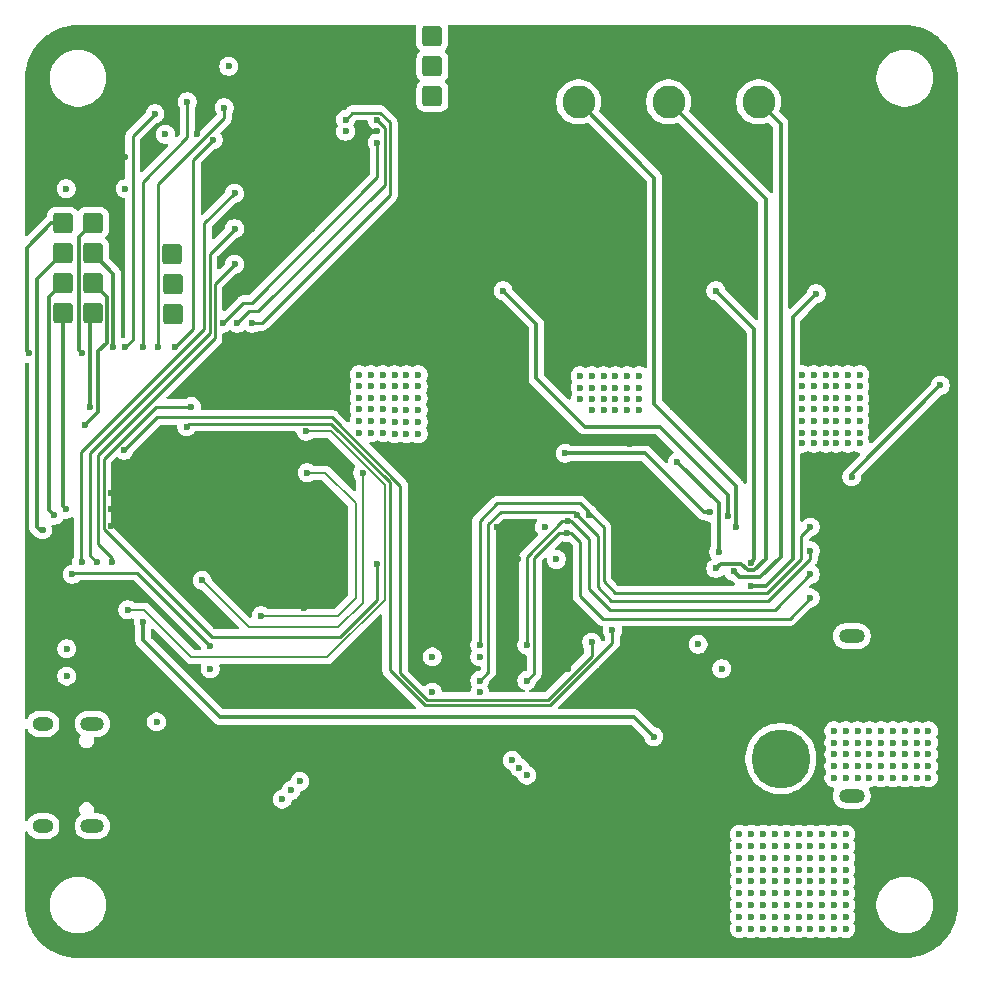
<source format=gbr>
%TF.GenerationSoftware,KiCad,Pcbnew,9.0.2-rc1*%
%TF.CreationDate,2025-08-19T16:09:16+10:00*%
%TF.ProjectId,BLDC_Version1_1_0,424c4443-5f56-4657-9273-696f6e315f31,rev?*%
%TF.SameCoordinates,Original*%
%TF.FileFunction,Copper,L4,Bot*%
%TF.FilePolarity,Positive*%
%FSLAX46Y46*%
G04 Gerber Fmt 4.6, Leading zero omitted, Abs format (unit mm)*
G04 Created by KiCad (PCBNEW 9.0.2-rc1) date 2025-08-19 16:09:16*
%MOMM*%
%LPD*%
G01*
G04 APERTURE LIST*
G04 Aperture macros list*
%AMRoundRect*
0 Rectangle with rounded corners*
0 $1 Rounding radius*
0 $2 $3 $4 $5 $6 $7 $8 $9 X,Y pos of 4 corners*
0 Add a 4 corners polygon primitive as box body*
4,1,4,$2,$3,$4,$5,$6,$7,$8,$9,$2,$3,0*
0 Add four circle primitives for the rounded corners*
1,1,$1+$1,$2,$3*
1,1,$1+$1,$4,$5*
1,1,$1+$1,$6,$7*
1,1,$1+$1,$8,$9*
0 Add four rect primitives between the rounded corners*
20,1,$1+$1,$2,$3,$4,$5,0*
20,1,$1+$1,$4,$5,$6,$7,0*
20,1,$1+$1,$6,$7,$8,$9,0*
20,1,$1+$1,$8,$9,$2,$3,0*%
G04 Aperture macros list end*
%TA.AperFunction,ComponentPad*%
%ADD10C,5.000000*%
%TD*%
%TA.AperFunction,ComponentPad*%
%ADD11O,2.200000X1.200000*%
%TD*%
%TA.AperFunction,HeatsinkPad*%
%ADD12C,0.550000*%
%TD*%
%TA.AperFunction,ComponentPad*%
%ADD13C,2.800000*%
%TD*%
%TA.AperFunction,ComponentPad*%
%ADD14RoundRect,0.255000X0.595000X0.595000X-0.595000X0.595000X-0.595000X-0.595000X0.595000X-0.595000X0*%
%TD*%
%TA.AperFunction,ComponentPad*%
%ADD15O,2.000000X1.200000*%
%TD*%
%TA.AperFunction,ComponentPad*%
%ADD16O,1.800000X1.200000*%
%TD*%
%TA.AperFunction,ComponentPad*%
%ADD17RoundRect,0.255000X-0.595000X-0.595000X0.595000X-0.595000X0.595000X0.595000X-0.595000X0.595000X0*%
%TD*%
%TA.AperFunction,ViaPad*%
%ADD18C,0.600000*%
%TD*%
%TA.AperFunction,Conductor*%
%ADD19C,0.300000*%
%TD*%
%TA.AperFunction,Conductor*%
%ADD20C,0.250000*%
%TD*%
%TA.AperFunction,Conductor*%
%ADD21C,0.200000*%
%TD*%
G04 APERTURE END LIST*
D10*
%TO.P,CN2,1,-*%
%TO.N,GND*%
X174500000Y-115400120D03*
%TO.P,CN2,2,+*%
%TO.N,16.8V_BUS*%
X174500000Y-122600120D03*
D11*
%TO.P,CN2,3,3*%
%TO.N,unconnected-(CN2-Pad3)*%
X180500000Y-125750120D03*
%TO.P,CN2,4,4*%
%TO.N,unconnected-(CN2-Pad4)*%
X180500000Y-112250120D03*
%TD*%
D12*
%TO.P,U3,49,EP*%
%TO.N,GND*%
X165275000Y-107750000D03*
X165275000Y-106625000D03*
X165275000Y-105500000D03*
X165275000Y-104375000D03*
X165275000Y-103250000D03*
X164150000Y-107750000D03*
X164150000Y-106625000D03*
X164150000Y-105500000D03*
X164150000Y-104375000D03*
X164150000Y-103250000D03*
X163025000Y-107750000D03*
X163025000Y-106625000D03*
X163025000Y-105500000D03*
X163025000Y-104375000D03*
X163025000Y-103250000D03*
X161900000Y-107750000D03*
X161900000Y-106625000D03*
X161900000Y-105500000D03*
X161900000Y-104375000D03*
X161900000Y-103250000D03*
X160775000Y-107750000D03*
X160775000Y-106625000D03*
X160775000Y-105500000D03*
X160775000Y-104375000D03*
X160775000Y-103250000D03*
%TD*%
D13*
%TO.P,CN1,1,1*%
%TO.N,W_SENSE*%
X172620000Y-67000000D03*
%TO.P,CN1,2,2*%
%TO.N,V_SENSE*%
X165000000Y-67000000D03*
%TO.P,CN1,3,3*%
%TO.N,U_SENSE*%
X157380000Y-67000000D03*
%TD*%
D14*
%TO.P,U6,1*%
%TO.N,3.3V_BUS*%
X123000000Y-85000000D03*
%TO.P,U6,2*%
X123000000Y-82460000D03*
%TO.P,U6,3*%
X122980000Y-79920000D03*
%TD*%
%TO.P,U9,1*%
%TO.N,GND*%
X187000000Y-109250000D03*
%TO.P,U9,2*%
X187000000Y-106710000D03*
%TO.P,U9,3*%
X186980000Y-104170000D03*
%TO.P,U9,4*%
X186980000Y-101630000D03*
%TO.P,U9,5*%
X187000000Y-99090000D03*
%TO.P,U9,6*%
X187000000Y-96550000D03*
%TD*%
%TO.P,U8,1*%
%TO.N,GPIO37*%
X145000000Y-66500000D03*
%TO.P,U8,2*%
%TO.N,GPIO36*%
X145000000Y-63960000D03*
%TO.P,U8,3*%
%TO.N,GPIO35*%
X144980000Y-61420000D03*
%TD*%
D15*
%TO.P,J1,0*%
%TO.N,N/C*%
X116210000Y-119670000D03*
%TO.P,J1,1*%
X116210000Y-128330000D03*
D16*
%TO.P,J1,2*%
X112030000Y-128330000D03*
%TO.P,J1,3*%
X112030000Y-119670000D03*
%TD*%
D17*
%TO.P,U7,1*%
%TO.N,GPIO01*%
X113710000Y-77250000D03*
%TO.P,U7,2*%
%TO.N,GPIO16*%
X113710000Y-79790000D03*
%TO.P,U7,3*%
%TO.N,GPIO17*%
X113730000Y-82330000D03*
%TO.P,U7,4*%
%TO.N,GPIO18*%
X113730000Y-84870000D03*
%TO.P,U7,5*%
%TO.N,GPIO43*%
X116250000Y-77250000D03*
%TO.P,U7,6*%
%TO.N,GPIO44*%
X116250000Y-79790000D03*
%TO.P,U7,7*%
%TO.N,GPIO47*%
X116250000Y-82330000D03*
%TO.P,U7,8*%
%TO.N,GPIO48*%
X116250000Y-84870000D03*
%TD*%
D18*
%TO.N,DRIVER_W*%
X177500000Y-83250000D03*
X172000000Y-107962500D03*
%TO.N,DRIVER_V*%
X171981250Y-106018750D03*
X169000000Y-83000000D03*
%TO.N,GND*%
X140000000Y-138000000D03*
X140350000Y-69500000D03*
X183000000Y-109250000D03*
X180000000Y-115750000D03*
X182000000Y-116750000D03*
X119210000Y-102900000D03*
X183000000Y-107250000D03*
X163750000Y-95962500D03*
X147700000Y-91400000D03*
X181000000Y-103250000D03*
X165400000Y-91800000D03*
X147700000Y-92400000D03*
X185000000Y-115750000D03*
X181000000Y-108250000D03*
X146000000Y-138000000D03*
X185000000Y-106250000D03*
X156500000Y-115007500D03*
X181000000Y-110250000D03*
X149000000Y-138000000D03*
X180000000Y-113750000D03*
X187000000Y-116750000D03*
X162750000Y-137000000D03*
X183000000Y-110250000D03*
X149600000Y-95300000D03*
X135250000Y-129250000D03*
X169400000Y-96500000D03*
X184000000Y-114750000D03*
X131000000Y-138000000D03*
X168400000Y-90800000D03*
X163700000Y-61100000D03*
X145000000Y-138000000D03*
X184000000Y-110250000D03*
X185000000Y-109250000D03*
X120236000Y-117500000D03*
X180000000Y-117750000D03*
X126000000Y-138000000D03*
X142000000Y-138000000D03*
X184000000Y-106250000D03*
X129750000Y-68250000D03*
X128000000Y-138000000D03*
X157462500Y-123000000D03*
X186000000Y-114750000D03*
X152500000Y-95300000D03*
X185000000Y-105250000D03*
X182000000Y-115750000D03*
X167400000Y-90800000D03*
X117810000Y-100100000D03*
X186000000Y-117750000D03*
X148600000Y-90400000D03*
X184000000Y-107250000D03*
X165400000Y-90800000D03*
X183000000Y-103250000D03*
X169400000Y-95500000D03*
X137000000Y-138000000D03*
X168400000Y-95500000D03*
X168400000Y-91800000D03*
X162750000Y-135000000D03*
X171900000Y-61400000D03*
X155300000Y-61200000D03*
X186000000Y-116750000D03*
X117810000Y-102900000D03*
X166400000Y-93700000D03*
X182000000Y-102250000D03*
X183000000Y-108250000D03*
X135000000Y-138000000D03*
X145700000Y-91400000D03*
X184000000Y-109250000D03*
X138000000Y-138000000D03*
X164700000Y-61100000D03*
X165400000Y-92800000D03*
X186000000Y-113750000D03*
X146700000Y-95300000D03*
X166700000Y-61100000D03*
X161750000Y-136000000D03*
X173900000Y-61400000D03*
X149600000Y-91400000D03*
X163750000Y-136000000D03*
X146700000Y-92400000D03*
X179000000Y-115750000D03*
X150600000Y-95300000D03*
X134875000Y-74950000D03*
X146700000Y-93300000D03*
X160000000Y-115007500D03*
X119000000Y-71650000D03*
X182000000Y-117750000D03*
X166400000Y-90800000D03*
X120610000Y-100100000D03*
X185000000Y-108250000D03*
X183000000Y-102250000D03*
X166400000Y-92800000D03*
X129000000Y-120740000D03*
X184000000Y-117750000D03*
X161750000Y-137000000D03*
X156300000Y-61200000D03*
X129000000Y-138000000D03*
X168400000Y-93700000D03*
X122000000Y-138000000D03*
X182000000Y-103250000D03*
X184000000Y-105250000D03*
X149600000Y-94300000D03*
X147000000Y-138000000D03*
X181000000Y-106250000D03*
X149600000Y-90400000D03*
X146700000Y-91400000D03*
X185000000Y-110250000D03*
X130000000Y-138000000D03*
X165700000Y-61100000D03*
X183000000Y-106250000D03*
X125000000Y-138000000D03*
X183000000Y-113750000D03*
X181000000Y-105250000D03*
X152212500Y-105750000D03*
X170400000Y-96500000D03*
X167400000Y-93700000D03*
X143000000Y-138000000D03*
X148000000Y-138000000D03*
X114000000Y-71650000D03*
X134825000Y-77765000D03*
X134150000Y-109850000D03*
X147700000Y-95300000D03*
X172900000Y-61400000D03*
X131000000Y-129250000D03*
X187000000Y-115750000D03*
X145700000Y-94300000D03*
X145700000Y-92400000D03*
X111490000Y-111500000D03*
X117810000Y-101500000D03*
X184000000Y-104250000D03*
X187000000Y-114750000D03*
X145700000Y-93300000D03*
X184000000Y-116750000D03*
X120610000Y-102900000D03*
X187000000Y-113750000D03*
X167400000Y-91800000D03*
X181000000Y-117750000D03*
X119210000Y-100100000D03*
X123000000Y-138000000D03*
X167400000Y-92800000D03*
X182000000Y-113750000D03*
X111490000Y-110500000D03*
X162750000Y-136000000D03*
X158300000Y-61200000D03*
X154500000Y-115000000D03*
X153500000Y-95300000D03*
X125100000Y-69750000D03*
X147700000Y-94300000D03*
X184000000Y-115750000D03*
X149600000Y-92400000D03*
X183000000Y-105250000D03*
X171400000Y-94500000D03*
X169400000Y-94500000D03*
X149600000Y-93300000D03*
X148600000Y-93300000D03*
X185000000Y-104250000D03*
X127000000Y-138000000D03*
X120610000Y-101500000D03*
X120236000Y-116250000D03*
X182000000Y-109250000D03*
X147700000Y-93300000D03*
X183000000Y-117750000D03*
X179000000Y-113750000D03*
X145700000Y-95300000D03*
X124000000Y-138000000D03*
X151500000Y-95300000D03*
X168400000Y-94500000D03*
X186000000Y-115750000D03*
X184000000Y-103250000D03*
X182000000Y-106250000D03*
X148600000Y-91400000D03*
X183000000Y-116750000D03*
X181000000Y-114750000D03*
X185000000Y-113750000D03*
X144000000Y-138000000D03*
X185000000Y-114750000D03*
X150500000Y-103037500D03*
X181000000Y-104250000D03*
X146700000Y-90400000D03*
X145700000Y-90400000D03*
X180000000Y-116750000D03*
X183000000Y-104250000D03*
X181000000Y-115750000D03*
X141000000Y-138000000D03*
X163750000Y-137000000D03*
X147700000Y-90400000D03*
X180000000Y-114750000D03*
X182000000Y-107250000D03*
X133250000Y-129250000D03*
X160750000Y-136000000D03*
X168400000Y-92800000D03*
X161750000Y-95962500D03*
X148600000Y-95300000D03*
X185000000Y-102250000D03*
X134000000Y-138000000D03*
X139000000Y-138000000D03*
X179000000Y-117750000D03*
X184000000Y-102250000D03*
X135437500Y-91400000D03*
X161750000Y-135000000D03*
X121000000Y-138000000D03*
X133000000Y-138000000D03*
X183000000Y-115750000D03*
X148600000Y-92400000D03*
X185000000Y-107250000D03*
X160750000Y-135000000D03*
X136000000Y-138000000D03*
X171400000Y-95500000D03*
X134875000Y-72360000D03*
X182000000Y-105250000D03*
X181000000Y-116750000D03*
X167500000Y-115007500D03*
X160750000Y-137000000D03*
X184000000Y-108250000D03*
X182000000Y-108250000D03*
X174900000Y-61400000D03*
X183000000Y-114750000D03*
X182000000Y-104250000D03*
X170400000Y-95500000D03*
X185000000Y-103250000D03*
X128200000Y-115037500D03*
X187000000Y-117750000D03*
X182000000Y-110250000D03*
X181000000Y-107250000D03*
X182000000Y-114750000D03*
X185000000Y-117750000D03*
X119210000Y-101500000D03*
X184000000Y-113750000D03*
X152500000Y-103000000D03*
X167400000Y-94600000D03*
X170400000Y-94500000D03*
X132000000Y-138000000D03*
X166400000Y-91800000D03*
X146700000Y-94300000D03*
X179000000Y-114750000D03*
X157300000Y-61200000D03*
X163750000Y-135000000D03*
X185000000Y-116750000D03*
X181000000Y-102250000D03*
X179000000Y-116750000D03*
X148600000Y-94300000D03*
X181000000Y-109250000D03*
X171400000Y-96500000D03*
X181000000Y-113750000D03*
X118500000Y-128250000D03*
%TO.N,EN*%
X126200000Y-113060000D03*
X114500000Y-107000000D03*
%TO.N,CURRENT_U*%
X134300000Y-94900000D03*
X119200000Y-110000000D03*
%TO.N,BOOT*%
X124600000Y-92800000D03*
X140350000Y-106150000D03*
%TO.N,CURRENT_V*%
X125500000Y-107500000D03*
X139100000Y-98400000D03*
%TO.N,CURRENT_W*%
X130500000Y-110500000D03*
X134400000Y-98400000D03*
%TO.N,DRIVER_U*%
X151000000Y-83000000D03*
X170000000Y-102037500D03*
%TO.N,U_SENSE*%
X170750000Y-103000000D03*
%TO.N,W_SENSE*%
X170500000Y-106750000D03*
%TO.N,V_SENSE*%
X169000000Y-106500000D03*
%TO.N,16.8V_BUS*%
X153000000Y-124000000D03*
X180200000Y-95000000D03*
X176300000Y-91100000D03*
X180200000Y-91100000D03*
X173000000Y-136000000D03*
X184000000Y-123250000D03*
X157500000Y-90200000D03*
X178000000Y-129000000D03*
X176000000Y-133000000D03*
X139800000Y-92100000D03*
X157500000Y-92200000D03*
X141800000Y-94100000D03*
X159500000Y-93100000D03*
X177000000Y-133000000D03*
X171000000Y-129000000D03*
X179000000Y-124250000D03*
X181200000Y-93000000D03*
X171000000Y-133000000D03*
X180000000Y-120250000D03*
X139800000Y-90100000D03*
X171000000Y-134000000D03*
X178000000Y-134000000D03*
X177300000Y-93000000D03*
X143800000Y-95100000D03*
X187000000Y-124250000D03*
X169500000Y-115007500D03*
X179200000Y-90100000D03*
X183000000Y-120250000D03*
X143800000Y-92100000D03*
X171000000Y-132000000D03*
X187000000Y-122250000D03*
X161500000Y-92200000D03*
X175000000Y-137000000D03*
X181200000Y-95000000D03*
X172000000Y-134000000D03*
X138800000Y-93000000D03*
X178000000Y-133000000D03*
X180200000Y-90100000D03*
X172000000Y-131000000D03*
X141800000Y-91100000D03*
X161500000Y-91200000D03*
X138800000Y-95000000D03*
X138800000Y-91100000D03*
X161500000Y-93100000D03*
X162500000Y-92200000D03*
X160500000Y-92200000D03*
X177300000Y-92100000D03*
X181000000Y-121250000D03*
X186000000Y-122250000D03*
X172000000Y-137000000D03*
X139800000Y-94000000D03*
X181200000Y-90100000D03*
X178300000Y-95000000D03*
X179200000Y-95000000D03*
X160500000Y-91200000D03*
X180200000Y-92100000D03*
X173000000Y-131000000D03*
X184000000Y-122250000D03*
X140800000Y-91100000D03*
X178000000Y-136000000D03*
X138800000Y-90100000D03*
X186000000Y-120250000D03*
X179000000Y-134000000D03*
X181200000Y-94000000D03*
X175000000Y-130000000D03*
X162500000Y-90200000D03*
X178000000Y-135000000D03*
X178300000Y-90100000D03*
X176000000Y-136000000D03*
X179200000Y-92100000D03*
X158500000Y-90200000D03*
X179000000Y-131000000D03*
X176300000Y-94000000D03*
X186000000Y-123250000D03*
X180000000Y-130000000D03*
X179000000Y-129000000D03*
X159500000Y-90200000D03*
X173000000Y-134000000D03*
X158500000Y-92200000D03*
X142800000Y-90100000D03*
X174000000Y-131000000D03*
X172000000Y-130000000D03*
X184000000Y-120250000D03*
X177000000Y-129000000D03*
X174000000Y-129000000D03*
X173000000Y-132000000D03*
X174000000Y-136000000D03*
X179200000Y-91100000D03*
X160500000Y-90200000D03*
X142800000Y-91100000D03*
X142800000Y-93100000D03*
X180000000Y-131000000D03*
X139800000Y-93000000D03*
X178000000Y-132000000D03*
X183000000Y-123250000D03*
X157500000Y-91200000D03*
X176000000Y-137000000D03*
X186000000Y-124250000D03*
X175000000Y-134000000D03*
X179200000Y-93000000D03*
X181000000Y-122250000D03*
X176000000Y-129000000D03*
X167500000Y-112932500D03*
X185000000Y-123250000D03*
X185000000Y-122250000D03*
X176300000Y-95900000D03*
X180000000Y-124250000D03*
X183000000Y-122250000D03*
X179000000Y-132000000D03*
X140800000Y-92100000D03*
X174000000Y-130000000D03*
X173000000Y-135000000D03*
X177000000Y-134000000D03*
X162500000Y-93100000D03*
X182000000Y-120250000D03*
X180000000Y-132000000D03*
X172000000Y-132000000D03*
X178300000Y-94000000D03*
X159500000Y-92200000D03*
X183000000Y-121250000D03*
X138800000Y-92100000D03*
X177000000Y-130000000D03*
X140800000Y-95000000D03*
X175000000Y-135000000D03*
X176000000Y-132000000D03*
X161500000Y-90200000D03*
X171000000Y-130000000D03*
X141800000Y-95100000D03*
X187000000Y-121250000D03*
X184000000Y-121250000D03*
X159500000Y-91200000D03*
X185000000Y-120250000D03*
X141800000Y-92100000D03*
X175000000Y-133000000D03*
X139800000Y-95000000D03*
X180000000Y-137000000D03*
X187000000Y-120250000D03*
X179000000Y-136000000D03*
X171000000Y-137000000D03*
X174000000Y-135000000D03*
X174000000Y-133000000D03*
X178300000Y-93000000D03*
X174000000Y-134000000D03*
X178300000Y-91100000D03*
X177000000Y-135000000D03*
X179200000Y-94000000D03*
X143800000Y-94100000D03*
X183000000Y-124250000D03*
X179000000Y-137000000D03*
X176300000Y-92100000D03*
X141800000Y-93100000D03*
X141800000Y-90100000D03*
X180200000Y-93000000D03*
X176000000Y-131000000D03*
X171000000Y-135000000D03*
X140800000Y-90100000D03*
X176300000Y-93000000D03*
X177300000Y-95900000D03*
X179000000Y-120250000D03*
X152375000Y-123375000D03*
X175000000Y-136000000D03*
X180000000Y-134000000D03*
X178000000Y-130000000D03*
X172000000Y-133000000D03*
X177300000Y-91100000D03*
X140800000Y-93000000D03*
X172000000Y-136000000D03*
X181000000Y-120250000D03*
X180000000Y-135000000D03*
X181000000Y-123250000D03*
X175000000Y-129000000D03*
X158500000Y-91200000D03*
X179000000Y-135000000D03*
X182000000Y-123250000D03*
X176000000Y-134000000D03*
X179000000Y-130000000D03*
X179200000Y-95900000D03*
X138800000Y-94000000D03*
X177000000Y-137000000D03*
X171000000Y-131000000D03*
X172000000Y-135000000D03*
X182000000Y-122250000D03*
X142800000Y-95100000D03*
X181200000Y-91100000D03*
X185000000Y-124250000D03*
X177300000Y-90100000D03*
X178000000Y-131000000D03*
X177300000Y-95000000D03*
X178000000Y-137000000D03*
X187000000Y-123250000D03*
X139800000Y-91100000D03*
X182000000Y-121250000D03*
X178300000Y-95900000D03*
X181000000Y-124250000D03*
X176000000Y-135000000D03*
X143800000Y-90100000D03*
X180000000Y-123250000D03*
X172000000Y-129000000D03*
X177000000Y-136000000D03*
X182000000Y-124250000D03*
X180200000Y-94000000D03*
X142800000Y-94100000D03*
X174000000Y-132000000D03*
X142800000Y-92100000D03*
X181200000Y-92100000D03*
X143800000Y-91100000D03*
X179000000Y-121250000D03*
X181200000Y-95900000D03*
X186000000Y-121250000D03*
X180000000Y-121250000D03*
X180000000Y-133000000D03*
X151750000Y-122750000D03*
X177300000Y-94000000D03*
X180000000Y-136000000D03*
X184000000Y-124250000D03*
X175000000Y-132000000D03*
X173000000Y-130000000D03*
X173000000Y-133000000D03*
X177000000Y-131000000D03*
X180000000Y-129000000D03*
X180200000Y-95900000D03*
X160500000Y-93100000D03*
X171000000Y-136000000D03*
X179000000Y-123250000D03*
X179000000Y-122250000D03*
X175000000Y-131000000D03*
X180000000Y-122250000D03*
X173000000Y-129000000D03*
X140800000Y-94000000D03*
X162500000Y-91200000D03*
X174000000Y-137000000D03*
X185000000Y-121250000D03*
X179000000Y-133000000D03*
X176000000Y-130000000D03*
X158500000Y-93100000D03*
X176300000Y-90100000D03*
X143800000Y-93100000D03*
X176300000Y-95000000D03*
X173000000Y-137000000D03*
X178300000Y-92100000D03*
X177000000Y-132000000D03*
%TO.N,3.3V_BUS*%
X145000000Y-114000000D03*
X126200000Y-115000000D03*
X133035000Y-125285000D03*
X154500000Y-103000000D03*
X114037500Y-113300000D03*
X155500000Y-105750000D03*
X121650000Y-119500000D03*
X137650000Y-69500000D03*
X122400000Y-69750000D03*
X149000000Y-117000000D03*
X114037500Y-115620000D03*
X114000000Y-74350000D03*
X119000000Y-74350000D03*
X149000000Y-114000000D03*
X133785000Y-124535000D03*
X132285000Y-126035000D03*
X145000000Y-117000000D03*
X127750000Y-64000000D03*
%TO.N,DRIVER_CSN{slash}IDRV0*%
X177000000Y-103000000D03*
X149000000Y-113000000D03*
X158250000Y-101950000D03*
%TO.N,DRIVER_SCK{slash}IDRV1*%
X149000000Y-116000000D03*
X157250000Y-102000000D03*
X177000000Y-105000000D03*
%TO.N,DRIVER_SDI{slash}AMPL*%
X153000000Y-113000000D03*
X177000000Y-107000000D03*
X156500000Y-102500000D03*
%TO.N,DRIVER_SDO{slash}SINGLE*%
X156433058Y-103500000D03*
X177000000Y-109000000D03*
X153000000Y-116000000D03*
%TO.N,Net-(Q5-G)*%
X180500000Y-98750000D03*
X188000000Y-91000000D03*
%TO.N,V_HIGHSIDE_GATE*%
X165750000Y-97500000D03*
X169250000Y-105100000D03*
%TO.N,U_HIGHSIDE_GATE*%
X156250000Y-96750000D03*
X168500000Y-101750000D03*
%TO.N,GPIO48*%
X116000000Y-92800000D03*
%TO.N,GPIO36*%
X140350000Y-68550000D03*
X128500000Y-85750000D03*
%TO.N,STATUS_1*%
X116570000Y-106000000D03*
X128250000Y-77750000D03*
%TO.N,LIPO_FAULT*%
X128250000Y-74750000D03*
X115300000Y-106000000D03*
%TO.N,GPIO35*%
X137650000Y-68500000D03*
X129750000Y-85750000D03*
%TO.N,ENCODER_MISO*%
X127380000Y-67500000D03*
X121750000Y-87750000D03*
%TO.N,GPIO17*%
X113000000Y-102000000D03*
%TO.N,GPIO47*%
X115600000Y-94400000D03*
%TO.N,GPIO44*%
X118000000Y-87750000D03*
%TO.N,ENCODER_CSN*%
X121515000Y-68015000D03*
X119000000Y-87750000D03*
%TO.N,GPIO16*%
X112000000Y-103250000D03*
%TO.N,GPIO37*%
X140350000Y-70450000D03*
X127250000Y-85750000D03*
%TO.N,GPIO43*%
X115300000Y-88250000D03*
%TO.N,ENCODER_MOSI*%
X120500000Y-87750000D03*
X124250000Y-67000000D03*
%TO.N,ENCODER_CLK*%
X123250000Y-87750000D03*
X126450000Y-70200000D03*
%TO.N,STATUS_2*%
X128250000Y-80750000D03*
X117840000Y-106000000D03*
%TO.N,LIPO_VOLT_SENS*%
X120500000Y-111000000D03*
X163750000Y-120750000D03*
%TO.N,DRV_FAULT*%
X118900000Y-96500000D03*
X158500000Y-112750000D03*
%TO.N,GPIO18*%
X114000000Y-101500000D03*
%TO.N,GPIO01*%
X110850000Y-88300000D03*
%TO.N,DRV_ENABLE*%
X124200000Y-94500000D03*
X160250000Y-111750000D03*
%TD*%
D19*
%TO.N,DRIVER_W*%
X175500000Y-105750000D02*
X175500000Y-85250000D01*
X175500000Y-85250000D02*
X177500000Y-83250000D01*
X172000000Y-107962500D02*
X173287500Y-107962500D01*
X173287500Y-107962500D02*
X175500000Y-105750000D01*
%TO.N,DRIVER_V*%
X172250000Y-105750000D02*
X172250000Y-86250000D01*
X171981250Y-106018750D02*
X172250000Y-105750000D01*
X172250000Y-86250000D02*
X169000000Y-83000000D01*
D20*
%TO.N,EN*%
X114500000Y-107000000D02*
X114626000Y-106874000D01*
X114626000Y-106874000D02*
X120014000Y-106874000D01*
X120014000Y-106874000D02*
X126200000Y-113060000D01*
D21*
%TO.N,CURRENT_U*%
X134300000Y-94900000D02*
X136449943Y-94900000D01*
X140951000Y-99401057D02*
X140951000Y-109151454D01*
X120600000Y-110000000D02*
X119200000Y-110000000D01*
X136449943Y-94900000D02*
X140951000Y-99401057D01*
X140951000Y-109151454D02*
X136102454Y-114000000D01*
X136102454Y-114000000D02*
X124600000Y-114000000D01*
X124600000Y-114000000D02*
X120600000Y-110000000D01*
D20*
%TO.N,BOOT*%
X121600000Y-92800000D02*
X124600000Y-92800000D01*
X137200000Y-112300000D02*
X126324702Y-112300000D01*
X140350000Y-109150000D02*
X137200000Y-112300000D01*
X126324702Y-112300000D02*
X117184000Y-103159298D01*
X117184000Y-103159298D02*
X117184000Y-97216000D01*
X117184000Y-97216000D02*
X121600000Y-92800000D01*
X140350000Y-106150000D02*
X140350000Y-109150000D01*
D21*
%TO.N,CURRENT_V*%
X139100000Y-109400000D02*
X137000000Y-111500000D01*
X139100000Y-98400000D02*
X139100000Y-109400000D01*
X129500000Y-111500000D02*
X125500000Y-107500000D01*
X137000000Y-111500000D02*
X129500000Y-111500000D01*
%TO.N,CURRENT_W*%
X138500000Y-109000000D02*
X137000000Y-110500000D01*
X135900000Y-98400000D02*
X138500000Y-101000000D01*
X134400000Y-98400000D02*
X135900000Y-98400000D01*
X137000000Y-110500000D02*
X130500000Y-110500000D01*
X138500000Y-101000000D02*
X138500000Y-109000000D01*
D19*
%TO.N,DRIVER_U*%
X170000000Y-102037500D02*
X170000000Y-100250000D01*
X170000000Y-100250000D02*
X164250000Y-94500000D01*
X157900000Y-94500000D02*
X153800000Y-90400000D01*
X153800000Y-85800000D02*
X151000000Y-83000000D01*
X164250000Y-94500000D02*
X157900000Y-94500000D01*
X153800000Y-90400000D02*
X153800000Y-85800000D01*
%TO.N,U_SENSE*%
X170750000Y-103000000D02*
X170750000Y-99500000D01*
X163800000Y-73420000D02*
X157380000Y-67000000D01*
X163800000Y-92550000D02*
X163800000Y-73420000D01*
X170750000Y-99500000D02*
X163800000Y-92550000D01*
%TO.N,W_SENSE*%
X171000000Y-107250000D02*
X172750000Y-107250000D01*
X170500000Y-106750000D02*
X171000000Y-107250000D01*
X172750000Y-107250000D02*
X174500000Y-105500000D01*
X174500000Y-68880000D02*
X172620000Y-67000000D01*
X174500000Y-105500000D02*
X174500000Y-68880000D01*
%TO.N,V_SENSE*%
X171140846Y-106099000D02*
X171711596Y-106669750D01*
X173250000Y-105670654D02*
X173250000Y-75250000D01*
X173250000Y-75250000D02*
X165000000Y-67000000D01*
X169401000Y-106099000D02*
X171140846Y-106099000D01*
X171711596Y-106669750D02*
X172250904Y-106669750D01*
X169000000Y-106500000D02*
X169401000Y-106099000D01*
X172250904Y-106669750D02*
X173250000Y-105670654D01*
D20*
%TO.N,DRIVER_CSN{slash}IDRV0*%
X149000000Y-102500000D02*
X149000000Y-113000000D01*
X159500000Y-103000000D02*
X159500000Y-107600000D01*
X176250000Y-103750000D02*
X177000000Y-103000000D01*
X159500000Y-107600000D02*
X160488500Y-108588500D01*
X158250000Y-101950000D02*
X158450000Y-101950000D01*
X158250000Y-101750000D02*
X157500000Y-101000000D01*
X173334666Y-108588500D02*
X176250000Y-105673166D01*
X160488500Y-108588500D02*
X173334666Y-108588500D01*
X157500000Y-101000000D02*
X150500000Y-101000000D01*
X158450000Y-101950000D02*
X159500000Y-103000000D01*
X176250000Y-105673166D02*
X176250000Y-103750000D01*
X158250000Y-101950000D02*
X158250000Y-101750000D01*
X150500000Y-101000000D02*
X149000000Y-102500000D01*
%TO.N,DRIVER_SCK{slash}IDRV1*%
X157250000Y-102000000D02*
X159000000Y-103750000D01*
X160150000Y-109250000D02*
X173450000Y-109250000D01*
X149750000Y-115250000D02*
X149000000Y-116000000D01*
X157250000Y-102000000D02*
X156951000Y-101701000D01*
X159000000Y-108100000D02*
X160150000Y-109250000D01*
X177000000Y-105700000D02*
X177000000Y-105000000D01*
X173450000Y-109250000D02*
X177000000Y-105700000D01*
X149750000Y-102750000D02*
X149750000Y-115250000D01*
X156951000Y-101701000D02*
X150799000Y-101701000D01*
X150799000Y-101701000D02*
X149750000Y-102750000D01*
X159000000Y-103750000D02*
X159000000Y-108100000D01*
%TO.N,DRIVER_SDI{slash}AMPL*%
X156500000Y-102500000D02*
X156000000Y-102500000D01*
X156500000Y-102500000D02*
X156750000Y-102500000D01*
X156750000Y-102500000D02*
X158250000Y-104000000D01*
X160000000Y-110000000D02*
X174000000Y-110000000D01*
X174000000Y-110000000D02*
X177000000Y-107000000D01*
X156000000Y-102500000D02*
X153000000Y-105500000D01*
X158250000Y-108250000D02*
X160000000Y-110000000D01*
X158250000Y-104000000D02*
X158250000Y-108250000D01*
X153000000Y-105500000D02*
X153000000Y-113000000D01*
%TO.N,DRIVER_SDO{slash}SINGLE*%
X153626000Y-115374000D02*
X153000000Y-116000000D01*
X157500000Y-104250000D02*
X157500000Y-108800000D01*
X156433058Y-103500000D02*
X155750000Y-103500000D01*
X153626000Y-105624000D02*
X153626000Y-115374000D01*
X175250000Y-110750000D02*
X177000000Y-109000000D01*
X156433058Y-103500000D02*
X156750000Y-103500000D01*
X159450000Y-110750000D02*
X175250000Y-110750000D01*
X156750000Y-103500000D02*
X157500000Y-104250000D01*
X155750000Y-103500000D02*
X153626000Y-105624000D01*
X157500000Y-108800000D02*
X159450000Y-110750000D01*
D19*
%TO.N,Net-(Q5-G)*%
X180500000Y-98500000D02*
X188000000Y-91000000D01*
X180500000Y-98750000D02*
X180500000Y-98500000D01*
%TO.N,V_HIGHSIDE_GATE*%
X169250000Y-101000000D02*
X165750000Y-97500000D01*
X169250000Y-105100000D02*
X169250000Y-101000000D01*
%TO.N,U_HIGHSIDE_GATE*%
X156250000Y-96750000D02*
X163000000Y-96750000D01*
X168000000Y-101750000D02*
X168500000Y-101750000D01*
X163000000Y-96750000D02*
X168000000Y-101750000D01*
%TO.N,GPIO48*%
X116000000Y-85120000D02*
X116250000Y-84870000D01*
X116000000Y-92800000D02*
X116000000Y-85120000D01*
D20*
%TO.N,GPIO36*%
X129500000Y-84750000D02*
X128500000Y-85750000D01*
X140976000Y-69176000D02*
X140976000Y-74024000D01*
X140350000Y-68550000D02*
X140976000Y-69176000D01*
X130250000Y-84750000D02*
X129500000Y-84750000D01*
X140976000Y-74024000D02*
X130250000Y-84750000D01*
%TO.N,STATUS_1*%
X116000000Y-105430000D02*
X116000000Y-96700000D01*
X116570000Y-106000000D02*
X116000000Y-105430000D01*
X126152000Y-79848000D02*
X128250000Y-77750000D01*
X126152000Y-86548000D02*
X126152000Y-79848000D01*
X116000000Y-96700000D02*
X126152000Y-86548000D01*
%TO.N,LIPO_FAULT*%
X115250000Y-96650000D02*
X125701000Y-86199000D01*
X115300000Y-106000000D02*
X115250000Y-105950000D01*
X115250000Y-105950000D02*
X115250000Y-96650000D01*
X125701000Y-77299000D02*
X128250000Y-74750000D01*
X125701000Y-86199000D02*
X125701000Y-77299000D01*
%TO.N,GPIO35*%
X138226000Y-67924000D02*
X140609298Y-67924000D01*
X141427000Y-74873000D02*
X130550000Y-85750000D01*
X130550000Y-85750000D02*
X129750000Y-85750000D01*
X137650000Y-68500000D02*
X138226000Y-67924000D01*
X140609298Y-67924000D02*
X141427000Y-68741702D01*
X141427000Y-68741702D02*
X141427000Y-74873000D01*
%TO.N,ENCODER_MISO*%
X127380000Y-68370000D02*
X127380000Y-67500000D01*
X121750000Y-74000000D02*
X127380000Y-68370000D01*
X121750000Y-87750000D02*
X121750000Y-74000000D01*
D19*
%TO.N,GPIO17*%
X113730000Y-82330000D02*
X112529000Y-83531000D01*
X112529000Y-83531000D02*
X112529000Y-101529000D01*
X112529000Y-101529000D02*
X113000000Y-102000000D01*
%TO.N,GPIO47*%
X117451000Y-87378346D02*
X117451000Y-83531000D01*
X115600000Y-94400000D02*
X116700000Y-93300000D01*
X116700000Y-88129346D02*
X117451000Y-87378346D01*
X116700000Y-93300000D02*
X116700000Y-88129346D01*
X117451000Y-83531000D02*
X116250000Y-82330000D01*
%TO.N,GPIO44*%
X118000000Y-81540000D02*
X118000000Y-87750000D01*
X116250000Y-79790000D02*
X118000000Y-81540000D01*
D20*
%TO.N,ENCODER_CSN*%
X119000000Y-87750000D02*
X119626000Y-87124000D01*
X119626000Y-87124000D02*
X119626000Y-69904000D01*
X119626000Y-69904000D02*
X121515000Y-68015000D01*
D19*
%TO.N,GPIO16*%
X112000000Y-103250000D02*
X111750000Y-103250000D01*
X111750000Y-103250000D02*
X111500000Y-103000000D01*
X111500000Y-103000000D02*
X111500000Y-82000000D01*
X111500000Y-82000000D02*
X113710000Y-79790000D01*
D20*
%TO.N,GPIO37*%
X140350000Y-73350000D02*
X129700000Y-84000000D01*
X129700000Y-84000000D02*
X129000000Y-84000000D01*
X140350000Y-70450000D02*
X140350000Y-73350000D01*
X129000000Y-84000000D02*
X127250000Y-85750000D01*
D19*
%TO.N,GPIO43*%
X115049000Y-78451000D02*
X116250000Y-77250000D01*
X116250000Y-77331180D02*
X116250000Y-77250000D01*
X115300000Y-88250000D02*
X115049000Y-87999000D01*
X115049000Y-87999000D02*
X115049000Y-78451000D01*
D20*
%TO.N,ENCODER_MOSI*%
X124250000Y-70000000D02*
X124250000Y-67000000D01*
X120500000Y-73750000D02*
X124250000Y-70000000D01*
X120500000Y-87750000D02*
X120500000Y-73750000D01*
%TO.N,ENCODER_CLK*%
X124750000Y-71900000D02*
X126450000Y-70200000D01*
X124750000Y-86250000D02*
X124750000Y-71900000D01*
X123250000Y-87750000D02*
X124750000Y-86250000D01*
%TO.N,STATUS_2*%
X126603000Y-86997000D02*
X126603000Y-82397000D01*
X116700000Y-104450000D02*
X116700000Y-96900000D01*
X117840000Y-105590000D02*
X116700000Y-104450000D01*
X126603000Y-82397000D02*
X128250000Y-80750000D01*
X116700000Y-96900000D02*
X126603000Y-86997000D01*
X117840000Y-106000000D02*
X117840000Y-105590000D01*
D19*
%TO.N,LIPO_VOLT_SENS*%
X162100000Y-119100000D02*
X163750000Y-120750000D01*
X127000000Y-119100000D02*
X162100000Y-119100000D01*
X120500000Y-111000000D02*
X120500000Y-112600000D01*
X120500000Y-112600000D02*
X127000000Y-119100000D01*
D20*
%TO.N,DRV_FAULT*%
X158500000Y-112750000D02*
X158500000Y-113892798D01*
X158500000Y-113892798D02*
X154766798Y-117626000D01*
X142300000Y-99500000D02*
X136500000Y-93700000D01*
X154766798Y-117626000D02*
X144526000Y-117626000D01*
X144526000Y-117626000D02*
X142300000Y-115400000D01*
X136500000Y-93700000D02*
X121700000Y-93700000D01*
X121700000Y-93700000D02*
X118900000Y-96500000D01*
X142300000Y-115400000D02*
X142300000Y-99500000D01*
D19*
%TO.N,GPIO18*%
X113730000Y-84870000D02*
X113730000Y-101230000D01*
X113730000Y-101230000D02*
X114000000Y-101500000D01*
%TO.N,GPIO01*%
X110850000Y-88300000D02*
X110651000Y-88101000D01*
X110651000Y-79349000D02*
X112750000Y-77250000D01*
X110651000Y-88101000D02*
X110651000Y-79349000D01*
X112750000Y-77250000D02*
X113710000Y-77250000D01*
D20*
%TO.N,DRV_ENABLE*%
X154953608Y-118077000D02*
X160250000Y-112780608D01*
X141377000Y-99224602D02*
X141377000Y-115114810D01*
X136426398Y-94274000D02*
X141377000Y-99224602D01*
X160250000Y-112780608D02*
X160250000Y-111750000D01*
X124200000Y-94500000D02*
X124426000Y-94274000D01*
X144339190Y-118077000D02*
X154953608Y-118077000D01*
X141377000Y-115114810D02*
X144339190Y-118077000D01*
X124426000Y-94274000D02*
X136426398Y-94274000D01*
%TD*%
%TA.AperFunction,Conductor*%
%TO.N,GND*%
G36*
X143591949Y-60520185D02*
G01*
X143637704Y-60572989D01*
X143647648Y-60642147D01*
X143642616Y-60663504D01*
X143640071Y-60671183D01*
X143629500Y-60774650D01*
X143629500Y-62065349D01*
X143640071Y-62168816D01*
X143695622Y-62336459D01*
X143695627Y-62336470D01*
X143788337Y-62486774D01*
X143788340Y-62486778D01*
X143913880Y-62612318D01*
X143947365Y-62673641D01*
X143942381Y-62743333D01*
X143913881Y-62787679D01*
X143808340Y-62893221D01*
X143808337Y-62893225D01*
X143715627Y-63043529D01*
X143715622Y-63043540D01*
X143660071Y-63211183D01*
X143649500Y-63314650D01*
X143649500Y-64605349D01*
X143660071Y-64708816D01*
X143715622Y-64876459D01*
X143715627Y-64876470D01*
X143808337Y-65026774D01*
X143808338Y-65026775D01*
X143808340Y-65026778D01*
X143881062Y-65099500D01*
X143923881Y-65142319D01*
X143957365Y-65203642D01*
X143952381Y-65273334D01*
X143923881Y-65317681D01*
X143808337Y-65433225D01*
X143715627Y-65583529D01*
X143715622Y-65583540D01*
X143660071Y-65751183D01*
X143649500Y-65854650D01*
X143649500Y-67145349D01*
X143660071Y-67248816D01*
X143715622Y-67416459D01*
X143715627Y-67416470D01*
X143808337Y-67566774D01*
X143808340Y-67566778D01*
X143933221Y-67691659D01*
X143933225Y-67691662D01*
X144083529Y-67784372D01*
X144083532Y-67784373D01*
X144083538Y-67784377D01*
X144251185Y-67839929D01*
X144354658Y-67850500D01*
X144354663Y-67850500D01*
X145645337Y-67850500D01*
X145645342Y-67850500D01*
X145748815Y-67839929D01*
X145916462Y-67784377D01*
X146066778Y-67691660D01*
X146191660Y-67566778D01*
X146284377Y-67416462D01*
X146339929Y-67248815D01*
X146350500Y-67145342D01*
X146350500Y-65854658D01*
X146339929Y-65751185D01*
X146284377Y-65583538D01*
X146284373Y-65583532D01*
X146284372Y-65583529D01*
X146191662Y-65433225D01*
X146191659Y-65433221D01*
X146076119Y-65317681D01*
X146042634Y-65256358D01*
X146047618Y-65186666D01*
X146076119Y-65142319D01*
X146118938Y-65099500D01*
X146191660Y-65026778D01*
X146284377Y-64876462D01*
X146288113Y-64865186D01*
X182599500Y-64865186D01*
X182599500Y-65134813D01*
X182629686Y-65402719D01*
X182629688Y-65402731D01*
X182689684Y-65665594D01*
X182689687Y-65665602D01*
X182778734Y-65920082D01*
X182895714Y-66162994D01*
X182895716Y-66162997D01*
X183039162Y-66391289D01*
X183207266Y-66602085D01*
X183397915Y-66792734D01*
X183608711Y-66960838D01*
X183837003Y-67104284D01*
X184079921Y-67221267D01*
X184271049Y-67288145D01*
X184334397Y-67310312D01*
X184334405Y-67310315D01*
X184334408Y-67310315D01*
X184334409Y-67310316D01*
X184597268Y-67370312D01*
X184865187Y-67400499D01*
X184865188Y-67400500D01*
X184865191Y-67400500D01*
X185134812Y-67400500D01*
X185134812Y-67400499D01*
X185402732Y-67370312D01*
X185665591Y-67310316D01*
X185920079Y-67221267D01*
X186162997Y-67104284D01*
X186391289Y-66960838D01*
X186602085Y-66792734D01*
X186792734Y-66602085D01*
X186960838Y-66391289D01*
X187104284Y-66162997D01*
X187221267Y-65920079D01*
X187310316Y-65665591D01*
X187370312Y-65402732D01*
X187400500Y-65134809D01*
X187400500Y-64865191D01*
X187370312Y-64597268D01*
X187310316Y-64334409D01*
X187221267Y-64079921D01*
X187104284Y-63837003D01*
X186960838Y-63608711D01*
X186792734Y-63397915D01*
X186602085Y-63207266D01*
X186391289Y-63039162D01*
X186162997Y-62895716D01*
X186162994Y-62895714D01*
X185920082Y-62778734D01*
X185665602Y-62689687D01*
X185665594Y-62689684D01*
X185433300Y-62636665D01*
X185402732Y-62629688D01*
X185402728Y-62629687D01*
X185402719Y-62629686D01*
X185134813Y-62599500D01*
X185134809Y-62599500D01*
X184865191Y-62599500D01*
X184865186Y-62599500D01*
X184597280Y-62629686D01*
X184597268Y-62629688D01*
X184334405Y-62689684D01*
X184334397Y-62689687D01*
X184079917Y-62778734D01*
X183837005Y-62895714D01*
X183608712Y-63039161D01*
X183397915Y-63207265D01*
X183207265Y-63397915D01*
X183039161Y-63608712D01*
X182895714Y-63837005D01*
X182778734Y-64079917D01*
X182689687Y-64334397D01*
X182689684Y-64334405D01*
X182629688Y-64597268D01*
X182629686Y-64597280D01*
X182599500Y-64865186D01*
X146288113Y-64865186D01*
X146339929Y-64708815D01*
X146350500Y-64605342D01*
X146350500Y-63314658D01*
X146339929Y-63211185D01*
X146284377Y-63043538D01*
X146284373Y-63043532D01*
X146284372Y-63043529D01*
X146191662Y-62893225D01*
X146191661Y-62893224D01*
X146191660Y-62893222D01*
X146066778Y-62768340D01*
X146066777Y-62768339D01*
X146066118Y-62767680D01*
X146032634Y-62706357D01*
X146037618Y-62636665D01*
X146066115Y-62592322D01*
X146171660Y-62486778D01*
X146264377Y-62336462D01*
X146319929Y-62168815D01*
X146330500Y-62065342D01*
X146330500Y-60774658D01*
X146319929Y-60671185D01*
X146317384Y-60663504D01*
X146314982Y-60593676D01*
X146350714Y-60533634D01*
X146413234Y-60502441D01*
X146435090Y-60500500D01*
X184934108Y-60500500D01*
X184997294Y-60500500D01*
X185002702Y-60500617D01*
X185386771Y-60517386D01*
X185397506Y-60518326D01*
X185775971Y-60568152D01*
X185786597Y-60570025D01*
X186159284Y-60652648D01*
X186169710Y-60655442D01*
X186533765Y-60770227D01*
X186543911Y-60773920D01*
X186896578Y-60920000D01*
X186906369Y-60924566D01*
X187244942Y-61100816D01*
X187254310Y-61106224D01*
X187576244Y-61311318D01*
X187585105Y-61317523D01*
X187887930Y-61549889D01*
X187896217Y-61556843D01*
X188177635Y-61814715D01*
X188185284Y-61822364D01*
X188443156Y-62103782D01*
X188450110Y-62112069D01*
X188682476Y-62414894D01*
X188688681Y-62423755D01*
X188893775Y-62745689D01*
X188899183Y-62755057D01*
X189075430Y-63093623D01*
X189080002Y-63103427D01*
X189226075Y-63456078D01*
X189229775Y-63466244D01*
X189344554Y-63830278D01*
X189347354Y-63840727D01*
X189429971Y-64213389D01*
X189431849Y-64224042D01*
X189481671Y-64602473D01*
X189482614Y-64613249D01*
X189499382Y-64997297D01*
X189499500Y-65002706D01*
X189499500Y-134997293D01*
X189499382Y-135002702D01*
X189482614Y-135386750D01*
X189481671Y-135397526D01*
X189431849Y-135775957D01*
X189429971Y-135786610D01*
X189347354Y-136159272D01*
X189344554Y-136169721D01*
X189229775Y-136533755D01*
X189226075Y-136543921D01*
X189080002Y-136896572D01*
X189075430Y-136906376D01*
X188899183Y-137244942D01*
X188893775Y-137254310D01*
X188688681Y-137576244D01*
X188682476Y-137585105D01*
X188450110Y-137887930D01*
X188443156Y-137896217D01*
X188185284Y-138177635D01*
X188177635Y-138185284D01*
X187896217Y-138443156D01*
X187887930Y-138450110D01*
X187585105Y-138682476D01*
X187576244Y-138688681D01*
X187254310Y-138893775D01*
X187244942Y-138899183D01*
X186906376Y-139075430D01*
X186896572Y-139080002D01*
X186543921Y-139226075D01*
X186533755Y-139229775D01*
X186169721Y-139344554D01*
X186159272Y-139347354D01*
X185786610Y-139429971D01*
X185775957Y-139431849D01*
X185397526Y-139481671D01*
X185386750Y-139482614D01*
X185002703Y-139499382D01*
X184997294Y-139499500D01*
X115002706Y-139499500D01*
X114997297Y-139499382D01*
X114613249Y-139482614D01*
X114602473Y-139481671D01*
X114224042Y-139431849D01*
X114213389Y-139429971D01*
X113840727Y-139347354D01*
X113830278Y-139344554D01*
X113466244Y-139229775D01*
X113456078Y-139226075D01*
X113103427Y-139080002D01*
X113093623Y-139075430D01*
X112755057Y-138899183D01*
X112745689Y-138893775D01*
X112423755Y-138688681D01*
X112414894Y-138682476D01*
X112112069Y-138450110D01*
X112103782Y-138443156D01*
X111822364Y-138185284D01*
X111814715Y-138177635D01*
X111556843Y-137896217D01*
X111549889Y-137887930D01*
X111317523Y-137585105D01*
X111311318Y-137576244D01*
X111106224Y-137254310D01*
X111100816Y-137244942D01*
X111088492Y-137221267D01*
X110924566Y-136906369D01*
X110919997Y-136896572D01*
X110876986Y-136792734D01*
X110773920Y-136543911D01*
X110770224Y-136533755D01*
X110760280Y-136502215D01*
X110655442Y-136169710D01*
X110652648Y-136159284D01*
X110570025Y-135786597D01*
X110568152Y-135775971D01*
X110518326Y-135397506D01*
X110517386Y-135386771D01*
X110500618Y-135002702D01*
X110500500Y-134997293D01*
X110500500Y-134865186D01*
X112599500Y-134865186D01*
X112599500Y-135134813D01*
X112629686Y-135402719D01*
X112629688Y-135402731D01*
X112689684Y-135665594D01*
X112689687Y-135665602D01*
X112778734Y-135920082D01*
X112895714Y-136162994D01*
X112899941Y-136169721D01*
X113039162Y-136391289D01*
X113207266Y-136602085D01*
X113397915Y-136792734D01*
X113608711Y-136960838D01*
X113837003Y-137104284D01*
X114079921Y-137221267D01*
X114271049Y-137288145D01*
X114334397Y-137310312D01*
X114334405Y-137310315D01*
X114334408Y-137310315D01*
X114334409Y-137310316D01*
X114597268Y-137370312D01*
X114865187Y-137400499D01*
X114865188Y-137400500D01*
X114865191Y-137400500D01*
X115134812Y-137400500D01*
X115134812Y-137400499D01*
X115402732Y-137370312D01*
X115665591Y-137310316D01*
X115920079Y-137221267D01*
X116162997Y-137104284D01*
X116391289Y-136960838D01*
X116602085Y-136792734D01*
X116792734Y-136602085D01*
X116960838Y-136391289D01*
X117104284Y-136162997D01*
X117221267Y-135920079D01*
X117310316Y-135665591D01*
X117370312Y-135402732D01*
X117400500Y-135134809D01*
X117400500Y-134865191D01*
X117370312Y-134597268D01*
X117310316Y-134334409D01*
X117221267Y-134079921D01*
X117104284Y-133837003D01*
X116960838Y-133608711D01*
X116792734Y-133397915D01*
X116602085Y-133207266D01*
X116391289Y-133039162D01*
X116162997Y-132895716D01*
X116162994Y-132895714D01*
X115920082Y-132778734D01*
X115665602Y-132689687D01*
X115665594Y-132689684D01*
X115468446Y-132644687D01*
X115402732Y-132629688D01*
X115402728Y-132629687D01*
X115402719Y-132629686D01*
X115134813Y-132599500D01*
X115134809Y-132599500D01*
X114865191Y-132599500D01*
X114865186Y-132599500D01*
X114597280Y-132629686D01*
X114597268Y-132629688D01*
X114334405Y-132689684D01*
X114334397Y-132689687D01*
X114079917Y-132778734D01*
X113837005Y-132895714D01*
X113608712Y-133039161D01*
X113397915Y-133207265D01*
X113207265Y-133397915D01*
X113039161Y-133608712D01*
X112895714Y-133837005D01*
X112778734Y-134079917D01*
X112689687Y-134334397D01*
X112689684Y-134334405D01*
X112629688Y-134597268D01*
X112629686Y-134597280D01*
X112599500Y-134865186D01*
X110500500Y-134865186D01*
X110500500Y-128857527D01*
X110520185Y-128790488D01*
X110572989Y-128744733D01*
X110642147Y-128734789D01*
X110705703Y-128763814D01*
X110734985Y-128801232D01*
X110788768Y-128906788D01*
X110890586Y-129046928D01*
X111013072Y-129169414D01*
X111153212Y-129271232D01*
X111307555Y-129349873D01*
X111472299Y-129403402D01*
X111643389Y-129430500D01*
X111643390Y-129430500D01*
X112416610Y-129430500D01*
X112416611Y-129430500D01*
X112587701Y-129403402D01*
X112752445Y-129349873D01*
X112906788Y-129271232D01*
X113046928Y-129169414D01*
X113169414Y-129046928D01*
X113271232Y-128906788D01*
X113349873Y-128752445D01*
X113403402Y-128587701D01*
X113430500Y-128416611D01*
X113430500Y-128243389D01*
X114709500Y-128243389D01*
X114709500Y-128416611D01*
X114736598Y-128587701D01*
X114790127Y-128752445D01*
X114868768Y-128906788D01*
X114970586Y-129046928D01*
X115093072Y-129169414D01*
X115233212Y-129271232D01*
X115387555Y-129349873D01*
X115552299Y-129403402D01*
X115723389Y-129430500D01*
X115723390Y-129430500D01*
X116696610Y-129430500D01*
X116696611Y-129430500D01*
X116867701Y-129403402D01*
X117032445Y-129349873D01*
X117186788Y-129271232D01*
X117326928Y-129169414D01*
X117449414Y-129046928D01*
X117540795Y-128921153D01*
X170199500Y-128921153D01*
X170199500Y-129078846D01*
X170230261Y-129233489D01*
X170230264Y-129233501D01*
X170290602Y-129379172D01*
X170290609Y-129379185D01*
X170325304Y-129431109D01*
X170346182Y-129497786D01*
X170327698Y-129565167D01*
X170325304Y-129568891D01*
X170290609Y-129620814D01*
X170290602Y-129620827D01*
X170230264Y-129766498D01*
X170230261Y-129766510D01*
X170199500Y-129921153D01*
X170199500Y-130078846D01*
X170230261Y-130233489D01*
X170230264Y-130233501D01*
X170290602Y-130379172D01*
X170290609Y-130379185D01*
X170325304Y-130431109D01*
X170346182Y-130497786D01*
X170327698Y-130565167D01*
X170325304Y-130568891D01*
X170290609Y-130620814D01*
X170290602Y-130620827D01*
X170230264Y-130766498D01*
X170230261Y-130766510D01*
X170199500Y-130921153D01*
X170199500Y-131078846D01*
X170230261Y-131233489D01*
X170230264Y-131233501D01*
X170290602Y-131379172D01*
X170290609Y-131379185D01*
X170325304Y-131431109D01*
X170346182Y-131497786D01*
X170327698Y-131565167D01*
X170325304Y-131568891D01*
X170290609Y-131620814D01*
X170290602Y-131620827D01*
X170230264Y-131766498D01*
X170230261Y-131766510D01*
X170199500Y-131921153D01*
X170199500Y-132078846D01*
X170230261Y-132233489D01*
X170230264Y-132233501D01*
X170290602Y-132379172D01*
X170290609Y-132379185D01*
X170325304Y-132431109D01*
X170346182Y-132497786D01*
X170327698Y-132565167D01*
X170325304Y-132568891D01*
X170290609Y-132620814D01*
X170290602Y-132620827D01*
X170230264Y-132766498D01*
X170230261Y-132766510D01*
X170199500Y-132921153D01*
X170199500Y-133078846D01*
X170230261Y-133233489D01*
X170230264Y-133233501D01*
X170290602Y-133379172D01*
X170290609Y-133379185D01*
X170325304Y-133431109D01*
X170346182Y-133497786D01*
X170327698Y-133565167D01*
X170325304Y-133568891D01*
X170290609Y-133620814D01*
X170290602Y-133620827D01*
X170230264Y-133766498D01*
X170230261Y-133766510D01*
X170199500Y-133921153D01*
X170199500Y-134078846D01*
X170230261Y-134233489D01*
X170230264Y-134233501D01*
X170290602Y-134379172D01*
X170290609Y-134379185D01*
X170325304Y-134431109D01*
X170346182Y-134497786D01*
X170327698Y-134565167D01*
X170325304Y-134568891D01*
X170290609Y-134620814D01*
X170290602Y-134620827D01*
X170230264Y-134766498D01*
X170230261Y-134766510D01*
X170199500Y-134921153D01*
X170199500Y-135078846D01*
X170230261Y-135233489D01*
X170230264Y-135233501D01*
X170290602Y-135379172D01*
X170290609Y-135379185D01*
X170325304Y-135431109D01*
X170346182Y-135497786D01*
X170327698Y-135565167D01*
X170325304Y-135568891D01*
X170290609Y-135620814D01*
X170290602Y-135620827D01*
X170230264Y-135766498D01*
X170230261Y-135766510D01*
X170199500Y-135921153D01*
X170199500Y-136078846D01*
X170230261Y-136233489D01*
X170230264Y-136233501D01*
X170290602Y-136379172D01*
X170290609Y-136379185D01*
X170325304Y-136431109D01*
X170346182Y-136497786D01*
X170327698Y-136565167D01*
X170325304Y-136568891D01*
X170290609Y-136620814D01*
X170290602Y-136620827D01*
X170230264Y-136766498D01*
X170230261Y-136766510D01*
X170199500Y-136921153D01*
X170199500Y-137078846D01*
X170230261Y-137233489D01*
X170230264Y-137233501D01*
X170290602Y-137379172D01*
X170290609Y-137379185D01*
X170378210Y-137510288D01*
X170378213Y-137510292D01*
X170489707Y-137621786D01*
X170489711Y-137621789D01*
X170620814Y-137709390D01*
X170620827Y-137709397D01*
X170766498Y-137769735D01*
X170766503Y-137769737D01*
X170921153Y-137800499D01*
X170921156Y-137800500D01*
X170921158Y-137800500D01*
X171078844Y-137800500D01*
X171078845Y-137800499D01*
X171233497Y-137769737D01*
X171379179Y-137709394D01*
X171431110Y-137674694D01*
X171497785Y-137653816D01*
X171565165Y-137672300D01*
X171568863Y-137674676D01*
X171620821Y-137709394D01*
X171620823Y-137709395D01*
X171620825Y-137709396D01*
X171766498Y-137769735D01*
X171766503Y-137769737D01*
X171921153Y-137800499D01*
X171921156Y-137800500D01*
X171921158Y-137800500D01*
X172078844Y-137800500D01*
X172078845Y-137800499D01*
X172233497Y-137769737D01*
X172379179Y-137709394D01*
X172431110Y-137674694D01*
X172497785Y-137653816D01*
X172565165Y-137672300D01*
X172568863Y-137674676D01*
X172620821Y-137709394D01*
X172620823Y-137709395D01*
X172620825Y-137709396D01*
X172766498Y-137769735D01*
X172766503Y-137769737D01*
X172921153Y-137800499D01*
X172921156Y-137800500D01*
X172921158Y-137800500D01*
X173078844Y-137800500D01*
X173078845Y-137800499D01*
X173233497Y-137769737D01*
X173379179Y-137709394D01*
X173431110Y-137674694D01*
X173497785Y-137653816D01*
X173565165Y-137672300D01*
X173568863Y-137674676D01*
X173620821Y-137709394D01*
X173620823Y-137709395D01*
X173620825Y-137709396D01*
X173766498Y-137769735D01*
X173766503Y-137769737D01*
X173921153Y-137800499D01*
X173921156Y-137800500D01*
X173921158Y-137800500D01*
X174078844Y-137800500D01*
X174078845Y-137800499D01*
X174233497Y-137769737D01*
X174379179Y-137709394D01*
X174431110Y-137674694D01*
X174497785Y-137653816D01*
X174565165Y-137672300D01*
X174568863Y-137674676D01*
X174620821Y-137709394D01*
X174620823Y-137709395D01*
X174620825Y-137709396D01*
X174766498Y-137769735D01*
X174766503Y-137769737D01*
X174921153Y-137800499D01*
X174921156Y-137800500D01*
X174921158Y-137800500D01*
X175078844Y-137800500D01*
X175078845Y-137800499D01*
X175233497Y-137769737D01*
X175379179Y-137709394D01*
X175431110Y-137674694D01*
X175497785Y-137653816D01*
X175565165Y-137672300D01*
X175568863Y-137674676D01*
X175620821Y-137709394D01*
X175620823Y-137709395D01*
X175620825Y-137709396D01*
X175766498Y-137769735D01*
X175766503Y-137769737D01*
X175921153Y-137800499D01*
X175921156Y-137800500D01*
X175921158Y-137800500D01*
X176078844Y-137800500D01*
X176078845Y-137800499D01*
X176233497Y-137769737D01*
X176379179Y-137709394D01*
X176431110Y-137674694D01*
X176497785Y-137653816D01*
X176565165Y-137672300D01*
X176568863Y-137674676D01*
X176620821Y-137709394D01*
X176620823Y-137709395D01*
X176620825Y-137709396D01*
X176766498Y-137769735D01*
X176766503Y-137769737D01*
X176921153Y-137800499D01*
X176921156Y-137800500D01*
X176921158Y-137800500D01*
X177078844Y-137800500D01*
X177078845Y-137800499D01*
X177233497Y-137769737D01*
X177379179Y-137709394D01*
X177431110Y-137674694D01*
X177497785Y-137653816D01*
X177565165Y-137672300D01*
X177568863Y-137674676D01*
X177620821Y-137709394D01*
X177620823Y-137709395D01*
X177620825Y-137709396D01*
X177766498Y-137769735D01*
X177766503Y-137769737D01*
X177921153Y-137800499D01*
X177921156Y-137800500D01*
X177921158Y-137800500D01*
X178078844Y-137800500D01*
X178078845Y-137800499D01*
X178233497Y-137769737D01*
X178379179Y-137709394D01*
X178431110Y-137674694D01*
X178497785Y-137653816D01*
X178565165Y-137672300D01*
X178568863Y-137674676D01*
X178620821Y-137709394D01*
X178620823Y-137709395D01*
X178620825Y-137709396D01*
X178766498Y-137769735D01*
X178766503Y-137769737D01*
X178921153Y-137800499D01*
X178921156Y-137800500D01*
X178921158Y-137800500D01*
X179078844Y-137800500D01*
X179078845Y-137800499D01*
X179233497Y-137769737D01*
X179379179Y-137709394D01*
X179431110Y-137674694D01*
X179497785Y-137653816D01*
X179565165Y-137672300D01*
X179568863Y-137674676D01*
X179620821Y-137709394D01*
X179620823Y-137709395D01*
X179620825Y-137709396D01*
X179766498Y-137769735D01*
X179766503Y-137769737D01*
X179921153Y-137800499D01*
X179921156Y-137800500D01*
X179921158Y-137800500D01*
X180078844Y-137800500D01*
X180078845Y-137800499D01*
X180233497Y-137769737D01*
X180379179Y-137709394D01*
X180510289Y-137621789D01*
X180621789Y-137510289D01*
X180709394Y-137379179D01*
X180769737Y-137233497D01*
X180800500Y-137078842D01*
X180800500Y-136921158D01*
X180800500Y-136921155D01*
X180800499Y-136921153D01*
X180796604Y-136901571D01*
X180769737Y-136766503D01*
X180769735Y-136766498D01*
X180709396Y-136620825D01*
X180709394Y-136620822D01*
X180709394Y-136620821D01*
X180674694Y-136568889D01*
X180653816Y-136502215D01*
X180672300Y-136434835D01*
X180674676Y-136431136D01*
X180709394Y-136379179D01*
X180769737Y-136233497D01*
X180800500Y-136078842D01*
X180800500Y-135921158D01*
X180800500Y-135921155D01*
X180800499Y-135921153D01*
X180800285Y-135920079D01*
X180769737Y-135766503D01*
X180769735Y-135766498D01*
X180709396Y-135620825D01*
X180709394Y-135620822D01*
X180709394Y-135620821D01*
X180674694Y-135568889D01*
X180653816Y-135502215D01*
X180672300Y-135434835D01*
X180674676Y-135431136D01*
X180709394Y-135379179D01*
X180769737Y-135233497D01*
X180800500Y-135078842D01*
X180800500Y-134921158D01*
X180800500Y-134921155D01*
X180800499Y-134921153D01*
X180793488Y-134885903D01*
X180789367Y-134865186D01*
X182599500Y-134865186D01*
X182599500Y-135134813D01*
X182629686Y-135402719D01*
X182629688Y-135402731D01*
X182689684Y-135665594D01*
X182689687Y-135665602D01*
X182778734Y-135920082D01*
X182895714Y-136162994D01*
X182899941Y-136169721D01*
X183039162Y-136391289D01*
X183207266Y-136602085D01*
X183397915Y-136792734D01*
X183608711Y-136960838D01*
X183837003Y-137104284D01*
X184079921Y-137221267D01*
X184271049Y-137288145D01*
X184334397Y-137310312D01*
X184334405Y-137310315D01*
X184334408Y-137310315D01*
X184334409Y-137310316D01*
X184597268Y-137370312D01*
X184865187Y-137400499D01*
X184865188Y-137400500D01*
X184865191Y-137400500D01*
X185134812Y-137400500D01*
X185134812Y-137400499D01*
X185402732Y-137370312D01*
X185665591Y-137310316D01*
X185920079Y-137221267D01*
X186162997Y-137104284D01*
X186391289Y-136960838D01*
X186602085Y-136792734D01*
X186792734Y-136602085D01*
X186960838Y-136391289D01*
X187104284Y-136162997D01*
X187221267Y-135920079D01*
X187310316Y-135665591D01*
X187370312Y-135402732D01*
X187400500Y-135134809D01*
X187400500Y-134865191D01*
X187370312Y-134597268D01*
X187310316Y-134334409D01*
X187221267Y-134079921D01*
X187104284Y-133837003D01*
X186960838Y-133608711D01*
X186792734Y-133397915D01*
X186602085Y-133207266D01*
X186391289Y-133039162D01*
X186162997Y-132895716D01*
X186162994Y-132895714D01*
X185920082Y-132778734D01*
X185665602Y-132689687D01*
X185665594Y-132689684D01*
X185468446Y-132644687D01*
X185402732Y-132629688D01*
X185402728Y-132629687D01*
X185402719Y-132629686D01*
X185134813Y-132599500D01*
X185134809Y-132599500D01*
X184865191Y-132599500D01*
X184865186Y-132599500D01*
X184597280Y-132629686D01*
X184597268Y-132629688D01*
X184334405Y-132689684D01*
X184334397Y-132689687D01*
X184079917Y-132778734D01*
X183837005Y-132895714D01*
X183608712Y-133039161D01*
X183397915Y-133207265D01*
X183207265Y-133397915D01*
X183039161Y-133608712D01*
X182895714Y-133837005D01*
X182778734Y-134079917D01*
X182689687Y-134334397D01*
X182689684Y-134334405D01*
X182629688Y-134597268D01*
X182629686Y-134597280D01*
X182599500Y-134865186D01*
X180789367Y-134865186D01*
X180769738Y-134766508D01*
X180769737Y-134766507D01*
X180769737Y-134766503D01*
X180769735Y-134766498D01*
X180709396Y-134620825D01*
X180709394Y-134620822D01*
X180709394Y-134620821D01*
X180674694Y-134568889D01*
X180653816Y-134502215D01*
X180672300Y-134434835D01*
X180674676Y-134431136D01*
X180709394Y-134379179D01*
X180769737Y-134233497D01*
X180800500Y-134078842D01*
X180800500Y-133921158D01*
X180800500Y-133921155D01*
X180800499Y-133921153D01*
X180769738Y-133766510D01*
X180769737Y-133766503D01*
X180769735Y-133766498D01*
X180709396Y-133620825D01*
X180709394Y-133620822D01*
X180709394Y-133620821D01*
X180674694Y-133568889D01*
X180653816Y-133502215D01*
X180672300Y-133434835D01*
X180674676Y-133431136D01*
X180709394Y-133379179D01*
X180769737Y-133233497D01*
X180800500Y-133078842D01*
X180800500Y-132921158D01*
X180800500Y-132921155D01*
X180800499Y-132921153D01*
X180772170Y-132778734D01*
X180769737Y-132766503D01*
X180713066Y-132629686D01*
X180709396Y-132620825D01*
X180709394Y-132620822D01*
X180709394Y-132620821D01*
X180674694Y-132568889D01*
X180653816Y-132502215D01*
X180672300Y-132434835D01*
X180674676Y-132431136D01*
X180709394Y-132379179D01*
X180769737Y-132233497D01*
X180800500Y-132078842D01*
X180800500Y-131921158D01*
X180800500Y-131921155D01*
X180800499Y-131921153D01*
X180769738Y-131766510D01*
X180769737Y-131766503D01*
X180769735Y-131766498D01*
X180709396Y-131620825D01*
X180709394Y-131620822D01*
X180709394Y-131620821D01*
X180674694Y-131568889D01*
X180653816Y-131502215D01*
X180672300Y-131434835D01*
X180674676Y-131431136D01*
X180709394Y-131379179D01*
X180769737Y-131233497D01*
X180800500Y-131078842D01*
X180800500Y-130921158D01*
X180800500Y-130921155D01*
X180800499Y-130921153D01*
X180769738Y-130766510D01*
X180769737Y-130766503D01*
X180769735Y-130766498D01*
X180709396Y-130620825D01*
X180709394Y-130620822D01*
X180709394Y-130620821D01*
X180674694Y-130568889D01*
X180653816Y-130502215D01*
X180672300Y-130434835D01*
X180674676Y-130431136D01*
X180709394Y-130379179D01*
X180769737Y-130233497D01*
X180800500Y-130078842D01*
X180800500Y-129921158D01*
X180800500Y-129921155D01*
X180800499Y-129921153D01*
X180769738Y-129766510D01*
X180769737Y-129766503D01*
X180769735Y-129766498D01*
X180709396Y-129620825D01*
X180709394Y-129620822D01*
X180709394Y-129620821D01*
X180674694Y-129568889D01*
X180653816Y-129502215D01*
X180672300Y-129434835D01*
X180674676Y-129431136D01*
X180709394Y-129379179D01*
X180769737Y-129233497D01*
X180800500Y-129078842D01*
X180800500Y-128921158D01*
X180800500Y-128921155D01*
X180800499Y-128921153D01*
X180769738Y-128766510D01*
X180769737Y-128766503D01*
X180756601Y-128734789D01*
X180709397Y-128620827D01*
X180709390Y-128620814D01*
X180621789Y-128489711D01*
X180621786Y-128489707D01*
X180510292Y-128378213D01*
X180510288Y-128378210D01*
X180379185Y-128290609D01*
X180379172Y-128290602D01*
X180233501Y-128230264D01*
X180233489Y-128230261D01*
X180078845Y-128199500D01*
X180078842Y-128199500D01*
X179921158Y-128199500D01*
X179921155Y-128199500D01*
X179766510Y-128230261D01*
X179766498Y-128230264D01*
X179620827Y-128290602D01*
X179620814Y-128290609D01*
X179568891Y-128325304D01*
X179502214Y-128346182D01*
X179434833Y-128327698D01*
X179431109Y-128325304D01*
X179379185Y-128290609D01*
X179379172Y-128290602D01*
X179233501Y-128230264D01*
X179233489Y-128230261D01*
X179078845Y-128199500D01*
X179078842Y-128199500D01*
X178921158Y-128199500D01*
X178921155Y-128199500D01*
X178766510Y-128230261D01*
X178766498Y-128230264D01*
X178620827Y-128290602D01*
X178620814Y-128290609D01*
X178568891Y-128325304D01*
X178502214Y-128346182D01*
X178434833Y-128327698D01*
X178431109Y-128325304D01*
X178379185Y-128290609D01*
X178379172Y-128290602D01*
X178233501Y-128230264D01*
X178233489Y-128230261D01*
X178078845Y-128199500D01*
X178078842Y-128199500D01*
X177921158Y-128199500D01*
X177921155Y-128199500D01*
X177766510Y-128230261D01*
X177766498Y-128230264D01*
X177620827Y-128290602D01*
X177620814Y-128290609D01*
X177568891Y-128325304D01*
X177502214Y-128346182D01*
X177434833Y-128327698D01*
X177431109Y-128325304D01*
X177379185Y-128290609D01*
X177379172Y-128290602D01*
X177233501Y-128230264D01*
X177233489Y-128230261D01*
X177078845Y-128199500D01*
X177078842Y-128199500D01*
X176921158Y-128199500D01*
X176921155Y-128199500D01*
X176766510Y-128230261D01*
X176766498Y-128230264D01*
X176620827Y-128290602D01*
X176620814Y-128290609D01*
X176568891Y-128325304D01*
X176502214Y-128346182D01*
X176434833Y-128327698D01*
X176431109Y-128325304D01*
X176379185Y-128290609D01*
X176379172Y-128290602D01*
X176233501Y-128230264D01*
X176233489Y-128230261D01*
X176078845Y-128199500D01*
X176078842Y-128199500D01*
X175921158Y-128199500D01*
X175921155Y-128199500D01*
X175766510Y-128230261D01*
X175766498Y-128230264D01*
X175620827Y-128290602D01*
X175620814Y-128290609D01*
X175568891Y-128325304D01*
X175502214Y-128346182D01*
X175434833Y-128327698D01*
X175431109Y-128325304D01*
X175379185Y-128290609D01*
X175379172Y-128290602D01*
X175233501Y-128230264D01*
X175233489Y-128230261D01*
X175078845Y-128199500D01*
X175078842Y-128199500D01*
X174921158Y-128199500D01*
X174921155Y-128199500D01*
X174766510Y-128230261D01*
X174766498Y-128230264D01*
X174620827Y-128290602D01*
X174620814Y-128290609D01*
X174568891Y-128325304D01*
X174502214Y-128346182D01*
X174434833Y-128327698D01*
X174431109Y-128325304D01*
X174379185Y-128290609D01*
X174379172Y-128290602D01*
X174233501Y-128230264D01*
X174233489Y-128230261D01*
X174078845Y-128199500D01*
X174078842Y-128199500D01*
X173921158Y-128199500D01*
X173921155Y-128199500D01*
X173766510Y-128230261D01*
X173766498Y-128230264D01*
X173620827Y-128290602D01*
X173620814Y-128290609D01*
X173568891Y-128325304D01*
X173502214Y-128346182D01*
X173434833Y-128327698D01*
X173431109Y-128325304D01*
X173379185Y-128290609D01*
X173379172Y-128290602D01*
X173233501Y-128230264D01*
X173233489Y-128230261D01*
X173078845Y-128199500D01*
X173078842Y-128199500D01*
X172921158Y-128199500D01*
X172921155Y-128199500D01*
X172766510Y-128230261D01*
X172766498Y-128230264D01*
X172620827Y-128290602D01*
X172620814Y-128290609D01*
X172568891Y-128325304D01*
X172502214Y-128346182D01*
X172434833Y-128327698D01*
X172431109Y-128325304D01*
X172379185Y-128290609D01*
X172379172Y-128290602D01*
X172233501Y-128230264D01*
X172233489Y-128230261D01*
X172078845Y-128199500D01*
X172078842Y-128199500D01*
X171921158Y-128199500D01*
X171921155Y-128199500D01*
X171766510Y-128230261D01*
X171766498Y-128230264D01*
X171620827Y-128290602D01*
X171620814Y-128290609D01*
X171568891Y-128325304D01*
X171502214Y-128346182D01*
X171434833Y-128327698D01*
X171431109Y-128325304D01*
X171379185Y-128290609D01*
X171379172Y-128290602D01*
X171233501Y-128230264D01*
X171233489Y-128230261D01*
X171078845Y-128199500D01*
X171078842Y-128199500D01*
X170921158Y-128199500D01*
X170921155Y-128199500D01*
X170766510Y-128230261D01*
X170766498Y-128230264D01*
X170620827Y-128290602D01*
X170620814Y-128290609D01*
X170489711Y-128378210D01*
X170489707Y-128378213D01*
X170378213Y-128489707D01*
X170378210Y-128489711D01*
X170290609Y-128620814D01*
X170290602Y-128620827D01*
X170230264Y-128766498D01*
X170230261Y-128766510D01*
X170199500Y-128921153D01*
X117540795Y-128921153D01*
X117551232Y-128906788D01*
X117629873Y-128752445D01*
X117683402Y-128587701D01*
X117710500Y-128416611D01*
X117710500Y-128243389D01*
X117683402Y-128072299D01*
X117629873Y-127907555D01*
X117551232Y-127753212D01*
X117449414Y-127613072D01*
X117326928Y-127490586D01*
X117186788Y-127388768D01*
X117032445Y-127310127D01*
X116867701Y-127256598D01*
X116867699Y-127256597D01*
X116867698Y-127256597D01*
X116736271Y-127235781D01*
X116696611Y-127229500D01*
X116696610Y-127229500D01*
X116433308Y-127229500D01*
X116366269Y-127209815D01*
X116320514Y-127157011D01*
X116310570Y-127087853D01*
X116311690Y-127081310D01*
X116335500Y-126961604D01*
X116335500Y-126838393D01*
X116335499Y-126838389D01*
X116328805Y-126804735D01*
X116311463Y-126717548D01*
X116264311Y-126603714D01*
X116264310Y-126603713D01*
X116264307Y-126603707D01*
X116195858Y-126501267D01*
X116195855Y-126501263D01*
X116108736Y-126414144D01*
X116108732Y-126414141D01*
X116006292Y-126345692D01*
X116006283Y-126345687D01*
X115892454Y-126298538D01*
X115892455Y-126298538D01*
X115892452Y-126298537D01*
X115892448Y-126298536D01*
X115892444Y-126298535D01*
X115771610Y-126274500D01*
X115771606Y-126274500D01*
X115648394Y-126274500D01*
X115648389Y-126274500D01*
X115527555Y-126298535D01*
X115527545Y-126298538D01*
X115413716Y-126345687D01*
X115413707Y-126345692D01*
X115311267Y-126414141D01*
X115311263Y-126414144D01*
X115224144Y-126501263D01*
X115224141Y-126501267D01*
X115155692Y-126603707D01*
X115155687Y-126603716D01*
X115108538Y-126717545D01*
X115108535Y-126717555D01*
X115084500Y-126838389D01*
X115084500Y-126961610D01*
X115108535Y-127082444D01*
X115108538Y-127082454D01*
X115155687Y-127196283D01*
X115155692Y-127196292D01*
X115201367Y-127264649D01*
X115222245Y-127331327D01*
X115203760Y-127398707D01*
X115171151Y-127433858D01*
X115093070Y-127490587D01*
X114970588Y-127613069D01*
X114970588Y-127613070D01*
X114970586Y-127613072D01*
X114926859Y-127673256D01*
X114868768Y-127753211D01*
X114790128Y-127907552D01*
X114790127Y-127907554D01*
X114790127Y-127907555D01*
X114763362Y-127989927D01*
X114736597Y-128072302D01*
X114716451Y-128199500D01*
X114709500Y-128243389D01*
X113430500Y-128243389D01*
X113403402Y-128072299D01*
X113349873Y-127907555D01*
X113271232Y-127753212D01*
X113169414Y-127613072D01*
X113046928Y-127490586D01*
X112906788Y-127388768D01*
X112752445Y-127310127D01*
X112587701Y-127256598D01*
X112587699Y-127256597D01*
X112587698Y-127256597D01*
X112456271Y-127235781D01*
X112416611Y-127229500D01*
X111643389Y-127229500D01*
X111603728Y-127235781D01*
X111472302Y-127256597D01*
X111307552Y-127310128D01*
X111153211Y-127388768D01*
X111091151Y-127433858D01*
X111013072Y-127490586D01*
X111013070Y-127490588D01*
X111013069Y-127490588D01*
X110890588Y-127613069D01*
X110890588Y-127613070D01*
X110890586Y-127613072D01*
X110846859Y-127673256D01*
X110788768Y-127753211D01*
X110734985Y-127858767D01*
X110687010Y-127909563D01*
X110619189Y-127926358D01*
X110553054Y-127903821D01*
X110509603Y-127849105D01*
X110500500Y-127802472D01*
X110500500Y-125956153D01*
X131484500Y-125956153D01*
X131484500Y-126113846D01*
X131515261Y-126268489D01*
X131515264Y-126268501D01*
X131575602Y-126414172D01*
X131575609Y-126414185D01*
X131663210Y-126545288D01*
X131663213Y-126545292D01*
X131774707Y-126656786D01*
X131774711Y-126656789D01*
X131905814Y-126744390D01*
X131905827Y-126744397D01*
X132051498Y-126804735D01*
X132051503Y-126804737D01*
X132206153Y-126835499D01*
X132206156Y-126835500D01*
X132206158Y-126835500D01*
X132363844Y-126835500D01*
X132363845Y-126835499D01*
X132518497Y-126804737D01*
X132664179Y-126744394D01*
X132795289Y-126656789D01*
X132906789Y-126545289D01*
X132994394Y-126414179D01*
X132994409Y-126414144D01*
X133022764Y-126345687D01*
X133054737Y-126268497D01*
X133074038Y-126171460D01*
X133106422Y-126109553D01*
X133167138Y-126074979D01*
X133171400Y-126074050D01*
X133268497Y-126054737D01*
X133414179Y-125994394D01*
X133545289Y-125906789D01*
X133656789Y-125795289D01*
X133744394Y-125664179D01*
X133747854Y-125655827D01*
X133786350Y-125562887D01*
X133804737Y-125518497D01*
X133824038Y-125421460D01*
X133856422Y-125359553D01*
X133917138Y-125324979D01*
X133921400Y-125324050D01*
X134018497Y-125304737D01*
X134160396Y-125245961D01*
X134164172Y-125244397D01*
X134164172Y-125244396D01*
X134164179Y-125244394D01*
X134295289Y-125156789D01*
X134406789Y-125045289D01*
X134494394Y-124914179D01*
X134497854Y-124905827D01*
X134552163Y-124774711D01*
X134554737Y-124768497D01*
X134585500Y-124613842D01*
X134585500Y-124456158D01*
X134585500Y-124456155D01*
X134585499Y-124456153D01*
X134554738Y-124301510D01*
X134554738Y-124301508D01*
X134554737Y-124301503D01*
X134495903Y-124159463D01*
X134494397Y-124155827D01*
X134494390Y-124155814D01*
X134406789Y-124024711D01*
X134406786Y-124024707D01*
X134295292Y-123913213D01*
X134295288Y-123913210D01*
X134164185Y-123825609D01*
X134164172Y-123825602D01*
X134018501Y-123765264D01*
X134018489Y-123765261D01*
X133863845Y-123734500D01*
X133863842Y-123734500D01*
X133706158Y-123734500D01*
X133706155Y-123734500D01*
X133551510Y-123765261D01*
X133551498Y-123765264D01*
X133405827Y-123825602D01*
X133405814Y-123825609D01*
X133274711Y-123913210D01*
X133274707Y-123913213D01*
X133163213Y-124024707D01*
X133163210Y-124024711D01*
X133075609Y-124155814D01*
X133075602Y-124155827D01*
X133015264Y-124301498D01*
X133015261Y-124301508D01*
X132995961Y-124398536D01*
X132963576Y-124460447D01*
X132902860Y-124495021D01*
X132898536Y-124495961D01*
X132801508Y-124515261D01*
X132801498Y-124515264D01*
X132655827Y-124575602D01*
X132655814Y-124575609D01*
X132524711Y-124663210D01*
X132524707Y-124663213D01*
X132413213Y-124774707D01*
X132413210Y-124774711D01*
X132325609Y-124905814D01*
X132325602Y-124905827D01*
X132265264Y-125051498D01*
X132265261Y-125051508D01*
X132245961Y-125148536D01*
X132213576Y-125210447D01*
X132152860Y-125245021D01*
X132148536Y-125245961D01*
X132051508Y-125265261D01*
X132051498Y-125265264D01*
X131905827Y-125325602D01*
X131905814Y-125325609D01*
X131774711Y-125413210D01*
X131774707Y-125413213D01*
X131663213Y-125524707D01*
X131663210Y-125524711D01*
X131575609Y-125655814D01*
X131575602Y-125655827D01*
X131515264Y-125801498D01*
X131515261Y-125801510D01*
X131484500Y-125956153D01*
X110500500Y-125956153D01*
X110500500Y-122671153D01*
X150949500Y-122671153D01*
X150949500Y-122828846D01*
X150980261Y-122983489D01*
X150980264Y-122983501D01*
X151040602Y-123129172D01*
X151040609Y-123129185D01*
X151128210Y-123260288D01*
X151128213Y-123260292D01*
X151239707Y-123371786D01*
X151239711Y-123371789D01*
X151370814Y-123459390D01*
X151370827Y-123459397D01*
X151444013Y-123489711D01*
X151516503Y-123519737D01*
X151516510Y-123519738D01*
X151521185Y-123521157D01*
X151579621Y-123559458D01*
X151603840Y-123603810D01*
X151605260Y-123608492D01*
X151665602Y-123754172D01*
X151665609Y-123754185D01*
X151753210Y-123885288D01*
X151753213Y-123885292D01*
X151864707Y-123996786D01*
X151864711Y-123996789D01*
X151995814Y-124084390D01*
X151995827Y-124084397D01*
X152083230Y-124120599D01*
X152141503Y-124144737D01*
X152141510Y-124144738D01*
X152146185Y-124146157D01*
X152204621Y-124184458D01*
X152228840Y-124228810D01*
X152230260Y-124233492D01*
X152290602Y-124379172D01*
X152290609Y-124379185D01*
X152378210Y-124510288D01*
X152378213Y-124510292D01*
X152489707Y-124621786D01*
X152489711Y-124621789D01*
X152620814Y-124709390D01*
X152620827Y-124709397D01*
X152763490Y-124768489D01*
X152766503Y-124769737D01*
X152921153Y-124800499D01*
X152921156Y-124800500D01*
X152921158Y-124800500D01*
X153078844Y-124800500D01*
X153078845Y-124800499D01*
X153233497Y-124769737D01*
X153379179Y-124709394D01*
X153510289Y-124621789D01*
X153621789Y-124510289D01*
X153709394Y-124379179D01*
X153769737Y-124233497D01*
X153800500Y-124078842D01*
X153800500Y-123921158D01*
X153800500Y-123921155D01*
X153800499Y-123921153D01*
X153781493Y-123825606D01*
X153769737Y-123766503D01*
X153756481Y-123734500D01*
X153709397Y-123620827D01*
X153709390Y-123620814D01*
X153621789Y-123489711D01*
X153621786Y-123489707D01*
X153510292Y-123378213D01*
X153510288Y-123378210D01*
X153379185Y-123290609D01*
X153379172Y-123290602D01*
X153233492Y-123230260D01*
X153228810Y-123228840D01*
X153170375Y-123190538D01*
X153146157Y-123146185D01*
X153144738Y-123141510D01*
X153144737Y-123141503D01*
X153092959Y-123016498D01*
X153084397Y-122995827D01*
X153084390Y-122995814D01*
X152996789Y-122864711D01*
X152996786Y-122864707D01*
X152885292Y-122753213D01*
X152885288Y-122753210D01*
X152754185Y-122665609D01*
X152754172Y-122665602D01*
X152608492Y-122605260D01*
X152603810Y-122603840D01*
X152601434Y-122602283D01*
X152598599Y-122602132D01*
X152572395Y-122583249D01*
X152545375Y-122565538D01*
X152543516Y-122562437D01*
X152541914Y-122561283D01*
X152536160Y-122550168D01*
X152524440Y-122530619D01*
X152520610Y-122520895D01*
X152519737Y-122516503D01*
X152484573Y-122431611D01*
X171499500Y-122431611D01*
X171499500Y-122768628D01*
X171537231Y-123103501D01*
X171537233Y-123103517D01*
X171612223Y-123432073D01*
X171612227Y-123432085D01*
X171723532Y-123750174D01*
X171869752Y-124053803D01*
X171869754Y-124053806D01*
X172049054Y-124339159D01*
X172164163Y-124483501D01*
X172237610Y-124575602D01*
X172259175Y-124602643D01*
X172497477Y-124840945D01*
X172760961Y-125051066D01*
X173046314Y-125230366D01*
X173349949Y-125376589D01*
X173588848Y-125460183D01*
X173668034Y-125487892D01*
X173668046Y-125487896D01*
X173996606Y-125562887D01*
X174331492Y-125600619D01*
X174331493Y-125600620D01*
X174331496Y-125600620D01*
X174668507Y-125600620D01*
X174668507Y-125600619D01*
X175003394Y-125562887D01*
X175331954Y-125487896D01*
X175650051Y-125376589D01*
X175953686Y-125230366D01*
X176239039Y-125051066D01*
X176502523Y-124840945D01*
X176740825Y-124602643D01*
X176950946Y-124339159D01*
X177130246Y-124053806D01*
X177276469Y-123750171D01*
X177387776Y-123432074D01*
X177462767Y-123103514D01*
X177500500Y-122768624D01*
X177500500Y-122431616D01*
X177462767Y-122096726D01*
X177387776Y-121768166D01*
X177381419Y-121750000D01*
X177339142Y-121629179D01*
X177276469Y-121450069D01*
X177130246Y-121146434D01*
X176950946Y-120861081D01*
X176740825Y-120597597D01*
X176502523Y-120359295D01*
X176266600Y-120171153D01*
X178199500Y-120171153D01*
X178199500Y-120328846D01*
X178230261Y-120483489D01*
X178230264Y-120483501D01*
X178290602Y-120629172D01*
X178290609Y-120629185D01*
X178325304Y-120681109D01*
X178346182Y-120747786D01*
X178327698Y-120815167D01*
X178325304Y-120818891D01*
X178290609Y-120870814D01*
X178290602Y-120870827D01*
X178230264Y-121016498D01*
X178230261Y-121016510D01*
X178199500Y-121171153D01*
X178199500Y-121328846D01*
X178230261Y-121483489D01*
X178230264Y-121483501D01*
X178290602Y-121629172D01*
X178290609Y-121629185D01*
X178325304Y-121681109D01*
X178346182Y-121747786D01*
X178327698Y-121815167D01*
X178325304Y-121818891D01*
X178290609Y-121870814D01*
X178290602Y-121870827D01*
X178230264Y-122016498D01*
X178230261Y-122016510D01*
X178199500Y-122171153D01*
X178199500Y-122328846D01*
X178230261Y-122483489D01*
X178230264Y-122483501D01*
X178290602Y-122629172D01*
X178290609Y-122629185D01*
X178325304Y-122681109D01*
X178346182Y-122747786D01*
X178327698Y-122815167D01*
X178325304Y-122818891D01*
X178290609Y-122870814D01*
X178290602Y-122870827D01*
X178230264Y-123016498D01*
X178230261Y-123016510D01*
X178199500Y-123171153D01*
X178199500Y-123328846D01*
X178230261Y-123483489D01*
X178230264Y-123483501D01*
X178290602Y-123629172D01*
X178290609Y-123629185D01*
X178325304Y-123681109D01*
X178346182Y-123747786D01*
X178327698Y-123815167D01*
X178325304Y-123818891D01*
X178290609Y-123870814D01*
X178290602Y-123870827D01*
X178230264Y-124016498D01*
X178230261Y-124016510D01*
X178199500Y-124171153D01*
X178199500Y-124328846D01*
X178230261Y-124483489D01*
X178230264Y-124483501D01*
X178290602Y-124629172D01*
X178290609Y-124629185D01*
X178378210Y-124760288D01*
X178378213Y-124760292D01*
X178489707Y-124871786D01*
X178489711Y-124871789D01*
X178620814Y-124959390D01*
X178620827Y-124959397D01*
X178766498Y-125019735D01*
X178766503Y-125019737D01*
X178921158Y-125050500D01*
X178921163Y-125050500D01*
X178927218Y-125051097D01*
X178927044Y-125052860D01*
X178986044Y-125070185D01*
X179031799Y-125122989D01*
X179041743Y-125192147D01*
X179029490Y-125230791D01*
X179022559Y-125244397D01*
X178980128Y-125327672D01*
X178980127Y-125327674D01*
X178980127Y-125327675D01*
X178969769Y-125359553D01*
X178926597Y-125492422D01*
X178899500Y-125663509D01*
X178899500Y-125836730D01*
X178924470Y-125994390D01*
X178926598Y-126007821D01*
X178980127Y-126172565D01*
X179058768Y-126326908D01*
X179160586Y-126467048D01*
X179283072Y-126589534D01*
X179423212Y-126691352D01*
X179577555Y-126769993D01*
X179742299Y-126823522D01*
X179913389Y-126850620D01*
X179913390Y-126850620D01*
X181086610Y-126850620D01*
X181086611Y-126850620D01*
X181257701Y-126823522D01*
X181422445Y-126769993D01*
X181576788Y-126691352D01*
X181716928Y-126589534D01*
X181839414Y-126467048D01*
X181941232Y-126326908D01*
X182019873Y-126172565D01*
X182073402Y-126007821D01*
X182100500Y-125836731D01*
X182100500Y-125663509D01*
X182073402Y-125492419D01*
X182019873Y-125327675D01*
X182008185Y-125304735D01*
X181970511Y-125230794D01*
X181957615Y-125162125D01*
X181983892Y-125097385D01*
X182040998Y-125057128D01*
X182072856Y-125051848D01*
X182072782Y-125051097D01*
X182078836Y-125050500D01*
X182078842Y-125050500D01*
X182233497Y-125019737D01*
X182379179Y-124959394D01*
X182431110Y-124924694D01*
X182497785Y-124903816D01*
X182565165Y-124922300D01*
X182568863Y-124924676D01*
X182620821Y-124959394D01*
X182620823Y-124959395D01*
X182620825Y-124959396D01*
X182766498Y-125019735D01*
X182766503Y-125019737D01*
X182894956Y-125045288D01*
X182921153Y-125050499D01*
X182921156Y-125050500D01*
X182921158Y-125050500D01*
X183078844Y-125050500D01*
X183078845Y-125050499D01*
X183233497Y-125019737D01*
X183379179Y-124959394D01*
X183431110Y-124924694D01*
X183497785Y-124903816D01*
X183565165Y-124922300D01*
X183568863Y-124924676D01*
X183620821Y-124959394D01*
X183620823Y-124959395D01*
X183620825Y-124959396D01*
X183766498Y-125019735D01*
X183766503Y-125019737D01*
X183894956Y-125045288D01*
X183921153Y-125050499D01*
X183921156Y-125050500D01*
X183921158Y-125050500D01*
X184078844Y-125050500D01*
X184078845Y-125050499D01*
X184233497Y-125019737D01*
X184379179Y-124959394D01*
X184431110Y-124924694D01*
X184497785Y-124903816D01*
X184565165Y-124922300D01*
X184568863Y-124924676D01*
X184620821Y-124959394D01*
X184620823Y-124959395D01*
X184620825Y-124959396D01*
X184766498Y-125019735D01*
X184766503Y-125019737D01*
X184894956Y-125045288D01*
X184921153Y-125050499D01*
X184921156Y-125050500D01*
X184921158Y-125050500D01*
X185078844Y-125050500D01*
X185078845Y-125050499D01*
X185233497Y-125019737D01*
X185379179Y-124959394D01*
X185431110Y-124924694D01*
X185497785Y-124903816D01*
X185565165Y-124922300D01*
X185568863Y-124924676D01*
X185620821Y-124959394D01*
X185620823Y-124959395D01*
X185620825Y-124959396D01*
X185766498Y-125019735D01*
X185766503Y-125019737D01*
X185894956Y-125045288D01*
X185921153Y-125050499D01*
X185921156Y-125050500D01*
X185921158Y-125050500D01*
X186078844Y-125050500D01*
X186078845Y-125050499D01*
X186233497Y-125019737D01*
X186379179Y-124959394D01*
X186431110Y-124924694D01*
X186497785Y-124903816D01*
X186565165Y-124922300D01*
X186568863Y-124924676D01*
X186620821Y-124959394D01*
X186620823Y-124959395D01*
X186620825Y-124959396D01*
X186766498Y-125019735D01*
X186766503Y-125019737D01*
X186894956Y-125045288D01*
X186921153Y-125050499D01*
X186921156Y-125050500D01*
X186921158Y-125050500D01*
X187078844Y-125050500D01*
X187078845Y-125050499D01*
X187233497Y-125019737D01*
X187379179Y-124959394D01*
X187510289Y-124871789D01*
X187621789Y-124760289D01*
X187709394Y-124629179D01*
X187720386Y-124602643D01*
X187764574Y-124495961D01*
X187769737Y-124483497D01*
X187800500Y-124328842D01*
X187800500Y-124171158D01*
X187800500Y-124171155D01*
X187800499Y-124171153D01*
X187795527Y-124146157D01*
X187769737Y-124016503D01*
X187726953Y-123913213D01*
X187709396Y-123870825D01*
X187709394Y-123870822D01*
X187709394Y-123870821D01*
X187674694Y-123818889D01*
X187653816Y-123752215D01*
X187672300Y-123684835D01*
X187674676Y-123681136D01*
X187709394Y-123629179D01*
X187769737Y-123483497D01*
X187800500Y-123328842D01*
X187800500Y-123171158D01*
X187800500Y-123171155D01*
X187800499Y-123171153D01*
X187769737Y-123016503D01*
X187761170Y-122995821D01*
X187709396Y-122870825D01*
X187709394Y-122870822D01*
X187709394Y-122870821D01*
X187674694Y-122818889D01*
X187653816Y-122752215D01*
X187672300Y-122684835D01*
X187674676Y-122681136D01*
X187709394Y-122629179D01*
X187769737Y-122483497D01*
X187800500Y-122328842D01*
X187800500Y-122171158D01*
X187800500Y-122171155D01*
X187800499Y-122171153D01*
X187785694Y-122096726D01*
X187769737Y-122016503D01*
X187769735Y-122016498D01*
X187709396Y-121870825D01*
X187709394Y-121870822D01*
X187709394Y-121870821D01*
X187674694Y-121818889D01*
X187653816Y-121752215D01*
X187672300Y-121684835D01*
X187674676Y-121681136D01*
X187709394Y-121629179D01*
X187769737Y-121483497D01*
X187800500Y-121328842D01*
X187800500Y-121171158D01*
X187800500Y-121171155D01*
X187800499Y-121171153D01*
X187792148Y-121129172D01*
X187769737Y-121016503D01*
X187713001Y-120879528D01*
X187709396Y-120870825D01*
X187709394Y-120870822D01*
X187709394Y-120870821D01*
X187674694Y-120818889D01*
X187653816Y-120752215D01*
X187672300Y-120684835D01*
X187674676Y-120681136D01*
X187709394Y-120629179D01*
X187769737Y-120483497D01*
X187800500Y-120328842D01*
X187800500Y-120171158D01*
X187800500Y-120171155D01*
X187800499Y-120171153D01*
X187774531Y-120040606D01*
X187769737Y-120016503D01*
X187767163Y-120010288D01*
X187709397Y-119870827D01*
X187709390Y-119870814D01*
X187621789Y-119739711D01*
X187621786Y-119739707D01*
X187510292Y-119628213D01*
X187510288Y-119628210D01*
X187379185Y-119540609D01*
X187379172Y-119540602D01*
X187233501Y-119480264D01*
X187233489Y-119480261D01*
X187078845Y-119449500D01*
X187078842Y-119449500D01*
X186921158Y-119449500D01*
X186921155Y-119449500D01*
X186766510Y-119480261D01*
X186766498Y-119480264D01*
X186620827Y-119540602D01*
X186620814Y-119540609D01*
X186568891Y-119575304D01*
X186502214Y-119596182D01*
X186434833Y-119577698D01*
X186431109Y-119575304D01*
X186379185Y-119540609D01*
X186379172Y-119540602D01*
X186233501Y-119480264D01*
X186233489Y-119480261D01*
X186078845Y-119449500D01*
X186078842Y-119449500D01*
X185921158Y-119449500D01*
X185921155Y-119449500D01*
X185766510Y-119480261D01*
X185766498Y-119480264D01*
X185620827Y-119540602D01*
X185620814Y-119540609D01*
X185568891Y-119575304D01*
X185502214Y-119596182D01*
X185434833Y-119577698D01*
X185431109Y-119575304D01*
X185379185Y-119540609D01*
X185379172Y-119540602D01*
X185233501Y-119480264D01*
X185233489Y-119480261D01*
X185078845Y-119449500D01*
X185078842Y-119449500D01*
X184921158Y-119449500D01*
X184921155Y-119449500D01*
X184766510Y-119480261D01*
X184766498Y-119480264D01*
X184620827Y-119540602D01*
X184620814Y-119540609D01*
X184568891Y-119575304D01*
X184502214Y-119596182D01*
X184434833Y-119577698D01*
X184431109Y-119575304D01*
X184379185Y-119540609D01*
X184379172Y-119540602D01*
X184233501Y-119480264D01*
X184233489Y-119480261D01*
X184078845Y-119449500D01*
X184078842Y-119449500D01*
X183921158Y-119449500D01*
X183921155Y-119449500D01*
X183766510Y-119480261D01*
X183766498Y-119480264D01*
X183620827Y-119540602D01*
X183620814Y-119540609D01*
X183568891Y-119575304D01*
X183502214Y-119596182D01*
X183434833Y-119577698D01*
X183431109Y-119575304D01*
X183379185Y-119540609D01*
X183379172Y-119540602D01*
X183233501Y-119480264D01*
X183233489Y-119480261D01*
X183078845Y-119449500D01*
X183078842Y-119449500D01*
X182921158Y-119449500D01*
X182921155Y-119449500D01*
X182766510Y-119480261D01*
X182766498Y-119480264D01*
X182620827Y-119540602D01*
X182620814Y-119540609D01*
X182568891Y-119575304D01*
X182502214Y-119596182D01*
X182434833Y-119577698D01*
X182431109Y-119575304D01*
X182379185Y-119540609D01*
X182379172Y-119540602D01*
X182233501Y-119480264D01*
X182233489Y-119480261D01*
X182078845Y-119449500D01*
X182078842Y-119449500D01*
X181921158Y-119449500D01*
X181921155Y-119449500D01*
X181766510Y-119480261D01*
X181766498Y-119480264D01*
X181620827Y-119540602D01*
X181620814Y-119540609D01*
X181568891Y-119575304D01*
X181502214Y-119596182D01*
X181434833Y-119577698D01*
X181431109Y-119575304D01*
X181379185Y-119540609D01*
X181379172Y-119540602D01*
X181233501Y-119480264D01*
X181233489Y-119480261D01*
X181078845Y-119449500D01*
X181078842Y-119449500D01*
X180921158Y-119449500D01*
X180921155Y-119449500D01*
X180766510Y-119480261D01*
X180766498Y-119480264D01*
X180620827Y-119540602D01*
X180620814Y-119540609D01*
X180568891Y-119575304D01*
X180502214Y-119596182D01*
X180434833Y-119577698D01*
X180431109Y-119575304D01*
X180379185Y-119540609D01*
X180379172Y-119540602D01*
X180233501Y-119480264D01*
X180233489Y-119480261D01*
X180078845Y-119449500D01*
X180078842Y-119449500D01*
X179921158Y-119449500D01*
X179921155Y-119449500D01*
X179766510Y-119480261D01*
X179766498Y-119480264D01*
X179620827Y-119540602D01*
X179620814Y-119540609D01*
X179568891Y-119575304D01*
X179502214Y-119596182D01*
X179434833Y-119577698D01*
X179431109Y-119575304D01*
X179379185Y-119540609D01*
X179379172Y-119540602D01*
X179233501Y-119480264D01*
X179233489Y-119480261D01*
X179078845Y-119449500D01*
X179078842Y-119449500D01*
X178921158Y-119449500D01*
X178921155Y-119449500D01*
X178766510Y-119480261D01*
X178766498Y-119480264D01*
X178620827Y-119540602D01*
X178620814Y-119540609D01*
X178489711Y-119628210D01*
X178489707Y-119628213D01*
X178378213Y-119739707D01*
X178378210Y-119739711D01*
X178290609Y-119870814D01*
X178290602Y-119870827D01*
X178230264Y-120016498D01*
X178230261Y-120016510D01*
X178199500Y-120171153D01*
X176266600Y-120171153D01*
X176239039Y-120149174D01*
X175953686Y-119969874D01*
X175953683Y-119969872D01*
X175650054Y-119823652D01*
X175331965Y-119712347D01*
X175331953Y-119712343D01*
X175003397Y-119637353D01*
X175003381Y-119637351D01*
X174668508Y-119599620D01*
X174668504Y-119599620D01*
X174331496Y-119599620D01*
X174331491Y-119599620D01*
X173996618Y-119637351D01*
X173996602Y-119637353D01*
X173668046Y-119712343D01*
X173668034Y-119712347D01*
X173349945Y-119823652D01*
X173046316Y-119969872D01*
X172760962Y-120149173D01*
X172497477Y-120359294D01*
X172259174Y-120597597D01*
X172049053Y-120861082D01*
X171869752Y-121146436D01*
X171723532Y-121450065D01*
X171612227Y-121768154D01*
X171612223Y-121768166D01*
X171537233Y-122096722D01*
X171537231Y-122096738D01*
X171499500Y-122431611D01*
X152484573Y-122431611D01*
X152477572Y-122414709D01*
X152459397Y-122370827D01*
X152459390Y-122370814D01*
X152371789Y-122239711D01*
X152371786Y-122239707D01*
X152260292Y-122128213D01*
X152260288Y-122128210D01*
X152129185Y-122040609D01*
X152129172Y-122040602D01*
X151983501Y-121980264D01*
X151983489Y-121980261D01*
X151828845Y-121949500D01*
X151828842Y-121949500D01*
X151671158Y-121949500D01*
X151671155Y-121949500D01*
X151516510Y-121980261D01*
X151516498Y-121980264D01*
X151370827Y-122040602D01*
X151370814Y-122040609D01*
X151239711Y-122128210D01*
X151239707Y-122128213D01*
X151128213Y-122239707D01*
X151128210Y-122239711D01*
X151040609Y-122370814D01*
X151040602Y-122370827D01*
X150980264Y-122516498D01*
X150980261Y-122516510D01*
X150949500Y-122671153D01*
X110500500Y-122671153D01*
X110500500Y-120197527D01*
X110520185Y-120130488D01*
X110572989Y-120084733D01*
X110642147Y-120074789D01*
X110705703Y-120103814D01*
X110734985Y-120141232D01*
X110785160Y-120239707D01*
X110788768Y-120246788D01*
X110890586Y-120386928D01*
X111013072Y-120509414D01*
X111153212Y-120611232D01*
X111307555Y-120689873D01*
X111472299Y-120743402D01*
X111643389Y-120770500D01*
X111643390Y-120770500D01*
X112416610Y-120770500D01*
X112416611Y-120770500D01*
X112587701Y-120743402D01*
X112752445Y-120689873D01*
X112906788Y-120611232D01*
X113046928Y-120509414D01*
X113169414Y-120386928D01*
X113271232Y-120246788D01*
X113349873Y-120092445D01*
X113403402Y-119927701D01*
X113430500Y-119756611D01*
X113430500Y-119583389D01*
X114709500Y-119583389D01*
X114709500Y-119756611D01*
X114736598Y-119927701D01*
X114787621Y-120084733D01*
X114790128Y-120092447D01*
X114865160Y-120239707D01*
X114868768Y-120246788D01*
X114970586Y-120386928D01*
X115093072Y-120509414D01*
X115102829Y-120516503D01*
X115171150Y-120566141D01*
X115213816Y-120621471D01*
X115219795Y-120691084D01*
X115201368Y-120735349D01*
X115155691Y-120803709D01*
X115155687Y-120803716D01*
X115108538Y-120917545D01*
X115108535Y-120917555D01*
X115084500Y-121038389D01*
X115084500Y-121161610D01*
X115108535Y-121282444D01*
X115108538Y-121282454D01*
X115155687Y-121396283D01*
X115155692Y-121396292D01*
X115224141Y-121498732D01*
X115224144Y-121498736D01*
X115311263Y-121585855D01*
X115311267Y-121585858D01*
X115413707Y-121654307D01*
X115413713Y-121654310D01*
X115413714Y-121654311D01*
X115527548Y-121701463D01*
X115648389Y-121725499D01*
X115648393Y-121725500D01*
X115648394Y-121725500D01*
X115771607Y-121725500D01*
X115771608Y-121725499D01*
X115892452Y-121701463D01*
X116006286Y-121654311D01*
X116108733Y-121585858D01*
X116195858Y-121498733D01*
X116264311Y-121396286D01*
X116311463Y-121282452D01*
X116335500Y-121161606D01*
X116335500Y-121038394D01*
X116311690Y-120918689D01*
X116317919Y-120849099D01*
X116360782Y-120793922D01*
X116426672Y-120770678D01*
X116433308Y-120770500D01*
X116696610Y-120770500D01*
X116696611Y-120770500D01*
X116867701Y-120743402D01*
X117032445Y-120689873D01*
X117186788Y-120611232D01*
X117326928Y-120509414D01*
X117449414Y-120386928D01*
X117551232Y-120246788D01*
X117629873Y-120092445D01*
X117683402Y-119927701D01*
X117710500Y-119756611D01*
X117710500Y-119583389D01*
X117710500Y-119583388D01*
X117686913Y-119434463D01*
X117684804Y-119421153D01*
X120849500Y-119421153D01*
X120849500Y-119578846D01*
X120880261Y-119733489D01*
X120880264Y-119733501D01*
X120940602Y-119879172D01*
X120940609Y-119879185D01*
X121028210Y-120010288D01*
X121028213Y-120010292D01*
X121139707Y-120121786D01*
X121139711Y-120121789D01*
X121270814Y-120209390D01*
X121270827Y-120209397D01*
X121397855Y-120262013D01*
X121416503Y-120269737D01*
X121571153Y-120300499D01*
X121571156Y-120300500D01*
X121571158Y-120300500D01*
X121728844Y-120300500D01*
X121728845Y-120300499D01*
X121883497Y-120269737D01*
X122029179Y-120209394D01*
X122160289Y-120121789D01*
X122271789Y-120010289D01*
X122359394Y-119879179D01*
X122362854Y-119870827D01*
X122417163Y-119739711D01*
X122419737Y-119733497D01*
X122450500Y-119578842D01*
X122450500Y-119421158D01*
X122450500Y-119421155D01*
X122450499Y-119421153D01*
X122419738Y-119266510D01*
X122419737Y-119266503D01*
X122387678Y-119189105D01*
X122359397Y-119120827D01*
X122359390Y-119120814D01*
X122271789Y-118989711D01*
X122271786Y-118989707D01*
X122160292Y-118878213D01*
X122160288Y-118878210D01*
X122029185Y-118790609D01*
X122029172Y-118790602D01*
X121883501Y-118730264D01*
X121883489Y-118730261D01*
X121728845Y-118699500D01*
X121728842Y-118699500D01*
X121571158Y-118699500D01*
X121571155Y-118699500D01*
X121416510Y-118730261D01*
X121416498Y-118730264D01*
X121270827Y-118790602D01*
X121270814Y-118790609D01*
X121139711Y-118878210D01*
X121139707Y-118878213D01*
X121028213Y-118989707D01*
X121028210Y-118989711D01*
X120940609Y-119120814D01*
X120940602Y-119120827D01*
X120880264Y-119266498D01*
X120880261Y-119266510D01*
X120849500Y-119421153D01*
X117684804Y-119421153D01*
X117683402Y-119412301D01*
X117683402Y-119412299D01*
X117629873Y-119247555D01*
X117551232Y-119093212D01*
X117449414Y-118953072D01*
X117326928Y-118830586D01*
X117186788Y-118728768D01*
X117032445Y-118650127D01*
X116867701Y-118596598D01*
X116867699Y-118596597D01*
X116867698Y-118596597D01*
X116736271Y-118575781D01*
X116696611Y-118569500D01*
X115723389Y-118569500D01*
X115683728Y-118575781D01*
X115552302Y-118596597D01*
X115387552Y-118650128D01*
X115233211Y-118728768D01*
X115153256Y-118786859D01*
X115093072Y-118830586D01*
X115093070Y-118830588D01*
X115093069Y-118830588D01*
X114970588Y-118953069D01*
X114970588Y-118953070D01*
X114970586Y-118953072D01*
X114943969Y-118989707D01*
X114868768Y-119093211D01*
X114790128Y-119247552D01*
X114790127Y-119247554D01*
X114790127Y-119247555D01*
X114783972Y-119266498D01*
X114736597Y-119412302D01*
X114725833Y-119480264D01*
X114709500Y-119583389D01*
X113430500Y-119583389D01*
X113403402Y-119412299D01*
X113349873Y-119247555D01*
X113271232Y-119093212D01*
X113169414Y-118953072D01*
X113046928Y-118830586D01*
X112906788Y-118728768D01*
X112752445Y-118650127D01*
X112587701Y-118596598D01*
X112587699Y-118596597D01*
X112587698Y-118596597D01*
X112456271Y-118575781D01*
X112416611Y-118569500D01*
X111643389Y-118569500D01*
X111603728Y-118575781D01*
X111472302Y-118596597D01*
X111307552Y-118650128D01*
X111153211Y-118728768D01*
X111073256Y-118786859D01*
X111013072Y-118830586D01*
X111013070Y-118830588D01*
X111013069Y-118830588D01*
X110890588Y-118953069D01*
X110890588Y-118953070D01*
X110890586Y-118953072D01*
X110863969Y-118989707D01*
X110788768Y-119093211D01*
X110734985Y-119198767D01*
X110687010Y-119249563D01*
X110619189Y-119266358D01*
X110553054Y-119243821D01*
X110509603Y-119189105D01*
X110500500Y-119142472D01*
X110500500Y-115541153D01*
X113237000Y-115541153D01*
X113237000Y-115698846D01*
X113267761Y-115853489D01*
X113267764Y-115853501D01*
X113328102Y-115999172D01*
X113328109Y-115999185D01*
X113415710Y-116130288D01*
X113415713Y-116130292D01*
X113527207Y-116241786D01*
X113527211Y-116241789D01*
X113658314Y-116329390D01*
X113658327Y-116329397D01*
X113778528Y-116379185D01*
X113804003Y-116389737D01*
X113958653Y-116420499D01*
X113958656Y-116420500D01*
X113958658Y-116420500D01*
X114116344Y-116420500D01*
X114116345Y-116420499D01*
X114270997Y-116389737D01*
X114416679Y-116329394D01*
X114547789Y-116241789D01*
X114659289Y-116130289D01*
X114746894Y-115999179D01*
X114807237Y-115853497D01*
X114838000Y-115698842D01*
X114838000Y-115541158D01*
X114838000Y-115541155D01*
X114837999Y-115541153D01*
X114831860Y-115510289D01*
X114807237Y-115386503D01*
X114804203Y-115379179D01*
X114746897Y-115240827D01*
X114746890Y-115240814D01*
X114659289Y-115109711D01*
X114659286Y-115109707D01*
X114547792Y-114998213D01*
X114547788Y-114998210D01*
X114416685Y-114910609D01*
X114416672Y-114910602D01*
X114271001Y-114850264D01*
X114270989Y-114850261D01*
X114116345Y-114819500D01*
X114116342Y-114819500D01*
X113958658Y-114819500D01*
X113958655Y-114819500D01*
X113804010Y-114850261D01*
X113803998Y-114850264D01*
X113658327Y-114910602D01*
X113658314Y-114910609D01*
X113527211Y-114998210D01*
X113527207Y-114998213D01*
X113415713Y-115109707D01*
X113415710Y-115109711D01*
X113328109Y-115240814D01*
X113328102Y-115240827D01*
X113267764Y-115386498D01*
X113267761Y-115386510D01*
X113237000Y-115541153D01*
X110500500Y-115541153D01*
X110500500Y-113221153D01*
X113237000Y-113221153D01*
X113237000Y-113378846D01*
X113267761Y-113533489D01*
X113267764Y-113533501D01*
X113328102Y-113679172D01*
X113328109Y-113679185D01*
X113415710Y-113810288D01*
X113415713Y-113810292D01*
X113527207Y-113921786D01*
X113527211Y-113921789D01*
X113658314Y-114009390D01*
X113658327Y-114009397D01*
X113803998Y-114069735D01*
X113804003Y-114069737D01*
X113958653Y-114100499D01*
X113958656Y-114100500D01*
X113958658Y-114100500D01*
X114116344Y-114100500D01*
X114116345Y-114100499D01*
X114270997Y-114069737D01*
X114416679Y-114009394D01*
X114547789Y-113921789D01*
X114659289Y-113810289D01*
X114746894Y-113679179D01*
X114807237Y-113533497D01*
X114838000Y-113378842D01*
X114838000Y-113221158D01*
X114838000Y-113221155D01*
X114837999Y-113221153D01*
X114830267Y-113182284D01*
X114807237Y-113066503D01*
X114785769Y-113014674D01*
X114746897Y-112920827D01*
X114746890Y-112920814D01*
X114659289Y-112789711D01*
X114659286Y-112789707D01*
X114547792Y-112678213D01*
X114547788Y-112678210D01*
X114416685Y-112590609D01*
X114416672Y-112590602D01*
X114271001Y-112530264D01*
X114270989Y-112530261D01*
X114116345Y-112499500D01*
X114116342Y-112499500D01*
X113958658Y-112499500D01*
X113958655Y-112499500D01*
X113804010Y-112530261D01*
X113803998Y-112530264D01*
X113658327Y-112590602D01*
X113658314Y-112590609D01*
X113527211Y-112678210D01*
X113527207Y-112678213D01*
X113415713Y-112789707D01*
X113415710Y-112789711D01*
X113328109Y-112920814D01*
X113328102Y-112920827D01*
X113267764Y-113066498D01*
X113267761Y-113066510D01*
X113237000Y-113221153D01*
X110500500Y-113221153D01*
X110500500Y-89197757D01*
X110506435Y-89177543D01*
X110507563Y-89156504D01*
X110516082Y-89144689D01*
X110520185Y-89130718D01*
X110536103Y-89116924D01*
X110548429Y-89099832D01*
X110561983Y-89094498D01*
X110572989Y-89084963D01*
X110593842Y-89081964D01*
X110613448Y-89074251D01*
X110638244Y-89075580D01*
X110642147Y-89075019D01*
X110648691Y-89076140D01*
X110749691Y-89096230D01*
X110811602Y-89128615D01*
X110846176Y-89189330D01*
X110849500Y-89217847D01*
X110849500Y-103064069D01*
X110866693Y-103150500D01*
X110874499Y-103189744D01*
X110923535Y-103308127D01*
X110937379Y-103328846D01*
X110994726Y-103414673D01*
X111335327Y-103755274D01*
X111408709Y-103804306D01*
X111408711Y-103804307D01*
X111408717Y-103804311D01*
X111439300Y-103824745D01*
X111458085Y-103840163D01*
X111489707Y-103871786D01*
X111489711Y-103871789D01*
X111620814Y-103959390D01*
X111620827Y-103959397D01*
X111766498Y-104019735D01*
X111766503Y-104019737D01*
X111921153Y-104050499D01*
X111921156Y-104050500D01*
X111921158Y-104050500D01*
X112078844Y-104050500D01*
X112078845Y-104050499D01*
X112233497Y-104019737D01*
X112379179Y-103959394D01*
X112510289Y-103871789D01*
X112621789Y-103760289D01*
X112709394Y-103629179D01*
X112769737Y-103483497D01*
X112800500Y-103328842D01*
X112800500Y-103171158D01*
X112800500Y-103171155D01*
X112800499Y-103171153D01*
X112782137Y-103078842D01*
X112769737Y-103016503D01*
X112769735Y-103016498D01*
X112747414Y-102962609D01*
X112739945Y-102893140D01*
X112771221Y-102830661D01*
X112831310Y-102795009D01*
X112886167Y-102793540D01*
X112921156Y-102800500D01*
X112921158Y-102800500D01*
X113078844Y-102800500D01*
X113078845Y-102800499D01*
X113233497Y-102769737D01*
X113379179Y-102709394D01*
X113510289Y-102621789D01*
X113621789Y-102510289D01*
X113709394Y-102379179D01*
X113716677Y-102361593D01*
X113760514Y-102307190D01*
X113826807Y-102285122D01*
X113855431Y-102287426D01*
X113921155Y-102300500D01*
X113921158Y-102300500D01*
X114078844Y-102300500D01*
X114078845Y-102300499D01*
X114233497Y-102269737D01*
X114379179Y-102209394D01*
X114379184Y-102209390D01*
X114379187Y-102209389D01*
X114431608Y-102174362D01*
X114498285Y-102153483D01*
X114565665Y-102171967D01*
X114612356Y-102223945D01*
X114624500Y-102277463D01*
X114624500Y-105532479D01*
X114604815Y-105599518D01*
X114603602Y-105601370D01*
X114590609Y-105620814D01*
X114590602Y-105620827D01*
X114530264Y-105766498D01*
X114530261Y-105766510D01*
X114499500Y-105921153D01*
X114499500Y-106082152D01*
X114479815Y-106149191D01*
X114427011Y-106194946D01*
X114399692Y-106203769D01*
X114266508Y-106230261D01*
X114266498Y-106230264D01*
X114120827Y-106290602D01*
X114120814Y-106290609D01*
X113989711Y-106378210D01*
X113989707Y-106378213D01*
X113878213Y-106489707D01*
X113878210Y-106489711D01*
X113790609Y-106620814D01*
X113790602Y-106620827D01*
X113730264Y-106766498D01*
X113730261Y-106766510D01*
X113699500Y-106921153D01*
X113699500Y-107078846D01*
X113730261Y-107233489D01*
X113730264Y-107233501D01*
X113790602Y-107379172D01*
X113790609Y-107379185D01*
X113878210Y-107510288D01*
X113878213Y-107510292D01*
X113989707Y-107621786D01*
X113989711Y-107621789D01*
X114120814Y-107709390D01*
X114120827Y-107709397D01*
X114231593Y-107755277D01*
X114266503Y-107769737D01*
X114421153Y-107800499D01*
X114421156Y-107800500D01*
X114421158Y-107800500D01*
X114578844Y-107800500D01*
X114578845Y-107800499D01*
X114733497Y-107769737D01*
X114879179Y-107709394D01*
X115010289Y-107621789D01*
X115053236Y-107578842D01*
X115096260Y-107535819D01*
X115157583Y-107502334D01*
X115183941Y-107499500D01*
X119703548Y-107499500D01*
X119770587Y-107519185D01*
X119791229Y-107535819D01*
X125374205Y-113118795D01*
X125383267Y-113135392D01*
X125396399Y-113149001D01*
X125406805Y-113178497D01*
X125407690Y-113180118D01*
X125408141Y-113182284D01*
X125421871Y-113251308D01*
X125415644Y-113320900D01*
X125372781Y-113376077D01*
X125306891Y-113399322D01*
X125300254Y-113399500D01*
X124900097Y-113399500D01*
X124833058Y-113379815D01*
X124812416Y-113363181D01*
X121087590Y-109638355D01*
X121087588Y-109638352D01*
X120968717Y-109519481D01*
X120968716Y-109519480D01*
X120881904Y-109469360D01*
X120881904Y-109469359D01*
X120881900Y-109469358D01*
X120831785Y-109440423D01*
X120679057Y-109399499D01*
X120520943Y-109399499D01*
X120513347Y-109399499D01*
X120513331Y-109399500D01*
X119779766Y-109399500D01*
X119712727Y-109379815D01*
X119710875Y-109378602D01*
X119579185Y-109290609D01*
X119579172Y-109290602D01*
X119433501Y-109230264D01*
X119433489Y-109230261D01*
X119278845Y-109199500D01*
X119278842Y-109199500D01*
X119121158Y-109199500D01*
X119121155Y-109199500D01*
X118966510Y-109230261D01*
X118966498Y-109230264D01*
X118820827Y-109290602D01*
X118820814Y-109290609D01*
X118689711Y-109378210D01*
X118689707Y-109378213D01*
X118578213Y-109489707D01*
X118578210Y-109489711D01*
X118490609Y-109620814D01*
X118490602Y-109620827D01*
X118430264Y-109766498D01*
X118430261Y-109766510D01*
X118399500Y-109921153D01*
X118399500Y-110078846D01*
X118430261Y-110233489D01*
X118430264Y-110233501D01*
X118490602Y-110379172D01*
X118490609Y-110379185D01*
X118578210Y-110510288D01*
X118578213Y-110510292D01*
X118689707Y-110621786D01*
X118689711Y-110621789D01*
X118820814Y-110709390D01*
X118820827Y-110709397D01*
X118915594Y-110748650D01*
X118966503Y-110769737D01*
X119121153Y-110800499D01*
X119121156Y-110800500D01*
X119121158Y-110800500D01*
X119278844Y-110800500D01*
X119278845Y-110800499D01*
X119433497Y-110769737D01*
X119520989Y-110733497D01*
X119541880Y-110724844D01*
X119611349Y-110717375D01*
X119673828Y-110748650D01*
X119709480Y-110808739D01*
X119710949Y-110863596D01*
X119699500Y-110921153D01*
X119699500Y-111078846D01*
X119730261Y-111233489D01*
X119730264Y-111233501D01*
X119790602Y-111379172D01*
X119790606Y-111379179D01*
X119828602Y-111436044D01*
X119849480Y-111502721D01*
X119849500Y-111504935D01*
X119849500Y-112664070D01*
X119852878Y-112681049D01*
X119866966Y-112751873D01*
X119874492Y-112789707D01*
X119874499Y-112789744D01*
X119910869Y-112877550D01*
X119923535Y-112908127D01*
X119992503Y-113011346D01*
X119994726Y-113014673D01*
X119994727Y-113014674D01*
X126494724Y-119514669D01*
X126555359Y-119575304D01*
X126585332Y-119605277D01*
X126691866Y-119676461D01*
X126691872Y-119676464D01*
X126691873Y-119676465D01*
X126810256Y-119725501D01*
X126810260Y-119725501D01*
X126810261Y-119725502D01*
X126935928Y-119750500D01*
X126935931Y-119750500D01*
X161779192Y-119750500D01*
X161846231Y-119770185D01*
X161866873Y-119786819D01*
X162932984Y-120852930D01*
X162966469Y-120914253D01*
X162966920Y-120916420D01*
X162980261Y-120983489D01*
X162980264Y-120983501D01*
X163040602Y-121129172D01*
X163040609Y-121129185D01*
X163128210Y-121260288D01*
X163128213Y-121260292D01*
X163239707Y-121371786D01*
X163239711Y-121371789D01*
X163370814Y-121459390D01*
X163370827Y-121459397D01*
X163516498Y-121519735D01*
X163516503Y-121519737D01*
X163671153Y-121550499D01*
X163671156Y-121550500D01*
X163671158Y-121550500D01*
X163828844Y-121550500D01*
X163828845Y-121550499D01*
X163983497Y-121519737D01*
X164129179Y-121459394D01*
X164260289Y-121371789D01*
X164371789Y-121260289D01*
X164459394Y-121129179D01*
X164519737Y-120983497D01*
X164550500Y-120828842D01*
X164550500Y-120671158D01*
X164550500Y-120671155D01*
X164550499Y-120671153D01*
X164542148Y-120629172D01*
X164519737Y-120516503D01*
X164519735Y-120516498D01*
X164459397Y-120370827D01*
X164459390Y-120370814D01*
X164371789Y-120239711D01*
X164371786Y-120239707D01*
X164260292Y-120128213D01*
X164260288Y-120128210D01*
X164129185Y-120040609D01*
X164129172Y-120040602D01*
X163983501Y-119980264D01*
X163983489Y-119980261D01*
X163916420Y-119966920D01*
X163854509Y-119934535D01*
X163852930Y-119932984D01*
X162514674Y-118594727D01*
X162514673Y-118594726D01*
X162514669Y-118594723D01*
X162408127Y-118523535D01*
X162289744Y-118474499D01*
X162289738Y-118474497D01*
X162164071Y-118449500D01*
X162164069Y-118449500D01*
X155765060Y-118449500D01*
X155698021Y-118429815D01*
X155652266Y-118377011D01*
X155642322Y-118307853D01*
X155671347Y-118244297D01*
X155677379Y-118237819D01*
X158986546Y-114928653D01*
X168699500Y-114928653D01*
X168699500Y-115086346D01*
X168730261Y-115240989D01*
X168730264Y-115241001D01*
X168790602Y-115386672D01*
X168790609Y-115386685D01*
X168878210Y-115517788D01*
X168878213Y-115517792D01*
X168989707Y-115629286D01*
X168989711Y-115629289D01*
X169120814Y-115716890D01*
X169120827Y-115716897D01*
X169255617Y-115772728D01*
X169266503Y-115777237D01*
X169421153Y-115807999D01*
X169421156Y-115808000D01*
X169421158Y-115808000D01*
X169578844Y-115808000D01*
X169578845Y-115807999D01*
X169733497Y-115777237D01*
X169879179Y-115716894D01*
X170010289Y-115629289D01*
X170121789Y-115517789D01*
X170209394Y-115386679D01*
X170212504Y-115379172D01*
X170240164Y-115312393D01*
X170269737Y-115240997D01*
X170300500Y-115086342D01*
X170300500Y-114928658D01*
X170300500Y-114928655D01*
X170300499Y-114928653D01*
X170275515Y-114803050D01*
X170269737Y-114774003D01*
X170266633Y-114766510D01*
X170209397Y-114628327D01*
X170209390Y-114628314D01*
X170121789Y-114497211D01*
X170121786Y-114497207D01*
X170010292Y-114385713D01*
X170010288Y-114385710D01*
X169879185Y-114298109D01*
X169879172Y-114298102D01*
X169733501Y-114237764D01*
X169733489Y-114237761D01*
X169578845Y-114207000D01*
X169578842Y-114207000D01*
X169421158Y-114207000D01*
X169421155Y-114207000D01*
X169266510Y-114237761D01*
X169266498Y-114237764D01*
X169120827Y-114298102D01*
X169120814Y-114298109D01*
X168989711Y-114385710D01*
X168989707Y-114385713D01*
X168878213Y-114497207D01*
X168878210Y-114497211D01*
X168790609Y-114628314D01*
X168790602Y-114628327D01*
X168730264Y-114773998D01*
X168730261Y-114774010D01*
X168699500Y-114928653D01*
X158986546Y-114928653D01*
X159080314Y-114834885D01*
X159905809Y-114009390D01*
X160735857Y-113179342D01*
X160737780Y-113176465D01*
X160744775Y-113165997D01*
X160804307Y-113076900D01*
X160804307Y-113076899D01*
X160804311Y-113076894D01*
X160851463Y-112963060D01*
X160868472Y-112877549D01*
X160873225Y-112853653D01*
X166699500Y-112853653D01*
X166699500Y-113011346D01*
X166730261Y-113165989D01*
X166730264Y-113166001D01*
X166790602Y-113311672D01*
X166790609Y-113311685D01*
X166878210Y-113442788D01*
X166878213Y-113442792D01*
X166989707Y-113554286D01*
X166989711Y-113554289D01*
X167120814Y-113641890D01*
X167120827Y-113641897D01*
X167210850Y-113679185D01*
X167266503Y-113702237D01*
X167421153Y-113732999D01*
X167421156Y-113733000D01*
X167421158Y-113733000D01*
X167578844Y-113733000D01*
X167578845Y-113732999D01*
X167733497Y-113702237D01*
X167879179Y-113641894D01*
X168010289Y-113554289D01*
X168121789Y-113442789D01*
X168209394Y-113311679D01*
X168269737Y-113165997D01*
X168300500Y-113011342D01*
X168300500Y-112853658D01*
X168300500Y-112853655D01*
X168300499Y-112853653D01*
X168298224Y-112842214D01*
X168269737Y-112699003D01*
X168258201Y-112671153D01*
X168209397Y-112553327D01*
X168209390Y-112553314D01*
X168121789Y-112422211D01*
X168121786Y-112422207D01*
X168010292Y-112310713D01*
X168010288Y-112310710D01*
X167936998Y-112261739D01*
X167879185Y-112223109D01*
X167879172Y-112223102D01*
X167735300Y-112163509D01*
X178899500Y-112163509D01*
X178899500Y-112336730D01*
X178918651Y-112457650D01*
X178926598Y-112507821D01*
X178980127Y-112672565D01*
X179058768Y-112826908D01*
X179160586Y-112967048D01*
X179283072Y-113089534D01*
X179423212Y-113191352D01*
X179577555Y-113269993D01*
X179742299Y-113323522D01*
X179913389Y-113350620D01*
X179913390Y-113350620D01*
X181086610Y-113350620D01*
X181086611Y-113350620D01*
X181257701Y-113323522D01*
X181422445Y-113269993D01*
X181576788Y-113191352D01*
X181716928Y-113089534D01*
X181839414Y-112967048D01*
X181941232Y-112826908D01*
X182019873Y-112672565D01*
X182073402Y-112507821D01*
X182100500Y-112336731D01*
X182100500Y-112163509D01*
X182073402Y-111992419D01*
X182019873Y-111827675D01*
X181941232Y-111673332D01*
X181839414Y-111533192D01*
X181716928Y-111410706D01*
X181576788Y-111308888D01*
X181422445Y-111230247D01*
X181257701Y-111176718D01*
X181257699Y-111176717D01*
X181257698Y-111176717D01*
X181126271Y-111155901D01*
X181086611Y-111149620D01*
X179913389Y-111149620D01*
X179873728Y-111155901D01*
X179742302Y-111176717D01*
X179577552Y-111230248D01*
X179423211Y-111308888D01*
X179348071Y-111363481D01*
X179283072Y-111410706D01*
X179283070Y-111410708D01*
X179283069Y-111410708D01*
X179160588Y-111533189D01*
X179160588Y-111533190D01*
X179160586Y-111533192D01*
X179116859Y-111593376D01*
X179058768Y-111673331D01*
X178980128Y-111827672D01*
X178926597Y-111992422D01*
X178899500Y-112163509D01*
X167735300Y-112163509D01*
X167733501Y-112162764D01*
X167733489Y-112162761D01*
X167578845Y-112132000D01*
X167578842Y-112132000D01*
X167421158Y-112132000D01*
X167421155Y-112132000D01*
X167266510Y-112162761D01*
X167266498Y-112162764D01*
X167120827Y-112223102D01*
X167120814Y-112223109D01*
X166989711Y-112310710D01*
X166989707Y-112310713D01*
X166878213Y-112422207D01*
X166878210Y-112422211D01*
X166790609Y-112553314D01*
X166790602Y-112553327D01*
X166730264Y-112698998D01*
X166730261Y-112699010D01*
X166699500Y-112853653D01*
X160873225Y-112853653D01*
X160875500Y-112842215D01*
X160875500Y-112719002D01*
X160875500Y-112292350D01*
X160895185Y-112225311D01*
X160896398Y-112223459D01*
X160936953Y-112162764D01*
X160959394Y-112129179D01*
X161019737Y-111983497D01*
X161050500Y-111828842D01*
X161050500Y-111671158D01*
X161050500Y-111671155D01*
X161021167Y-111523692D01*
X161027394Y-111454100D01*
X161070257Y-111398923D01*
X161136146Y-111375678D01*
X161142784Y-111375500D01*
X175311607Y-111375500D01*
X175372029Y-111363481D01*
X175432452Y-111351463D01*
X175471398Y-111335331D01*
X175546286Y-111304312D01*
X175606403Y-111264142D01*
X175648733Y-111235858D01*
X175735858Y-111148733D01*
X175735859Y-111148730D01*
X175742925Y-111141665D01*
X175742928Y-111141661D01*
X177058797Y-109825791D01*
X177120118Y-109792308D01*
X177122128Y-109791889D01*
X177233497Y-109769737D01*
X177379179Y-109709394D01*
X177510289Y-109621789D01*
X177621789Y-109510289D01*
X177709394Y-109379179D01*
X177769737Y-109233497D01*
X177800500Y-109078842D01*
X177800500Y-108921158D01*
X177800500Y-108921155D01*
X177800499Y-108921153D01*
X177769738Y-108766510D01*
X177769737Y-108766503D01*
X177742151Y-108699903D01*
X177709397Y-108620827D01*
X177709390Y-108620814D01*
X177621789Y-108489711D01*
X177621786Y-108489707D01*
X177510292Y-108378213D01*
X177510288Y-108378210D01*
X177379185Y-108290609D01*
X177379172Y-108290602D01*
X177233501Y-108230264D01*
X177233489Y-108230261D01*
X177078845Y-108199500D01*
X177078842Y-108199500D01*
X176984452Y-108199500D01*
X176963206Y-108193261D01*
X176941119Y-108191682D01*
X176930335Y-108183609D01*
X176917413Y-108179815D01*
X176902914Y-108163083D01*
X176885185Y-108149811D01*
X176880477Y-108137188D01*
X176871658Y-108127011D01*
X176868506Y-108105094D01*
X176860768Y-108084346D01*
X176863630Y-108071185D01*
X176861714Y-108057853D01*
X176870913Y-108037709D01*
X176875620Y-108016073D01*
X176888889Y-107998345D01*
X176890739Y-107994297D01*
X176896756Y-107987833D01*
X177058799Y-107825790D01*
X177120119Y-107792308D01*
X177122114Y-107791892D01*
X177233497Y-107769737D01*
X177379179Y-107709394D01*
X177510289Y-107621789D01*
X177621789Y-107510289D01*
X177709394Y-107379179D01*
X177769737Y-107233497D01*
X177800500Y-107078842D01*
X177800500Y-106921158D01*
X177800500Y-106921155D01*
X177800499Y-106921153D01*
X177774531Y-106790606D01*
X177769737Y-106766503D01*
X177756062Y-106733489D01*
X177709397Y-106620827D01*
X177709390Y-106620814D01*
X177621789Y-106489711D01*
X177621786Y-106489707D01*
X177510292Y-106378213D01*
X177510288Y-106378210D01*
X177453739Y-106340425D01*
X177444154Y-106328956D01*
X177431350Y-106321251D01*
X177422203Y-106302691D01*
X177408934Y-106286813D01*
X177407071Y-106271984D01*
X177400465Y-106258578D01*
X177402805Y-106238017D01*
X177400227Y-106217488D01*
X177406808Y-106202852D01*
X177408367Y-106189157D01*
X177422239Y-106168535D01*
X177426565Y-106158916D01*
X177430516Y-106154074D01*
X177485858Y-106098733D01*
X177528489Y-106034931D01*
X177554312Y-105996286D01*
X177601463Y-105882451D01*
X177602307Y-105878211D01*
X177619732Y-105790606D01*
X177625500Y-105761607D01*
X177625500Y-105638393D01*
X177625500Y-105542350D01*
X177645185Y-105475311D01*
X177646398Y-105473459D01*
X177663075Y-105448500D01*
X177709394Y-105379179D01*
X177712854Y-105370827D01*
X177734924Y-105317544D01*
X177769737Y-105233497D01*
X177800500Y-105078842D01*
X177800500Y-104921158D01*
X177800500Y-104921155D01*
X177800499Y-104921153D01*
X177769737Y-104766503D01*
X177750815Y-104720821D01*
X177709397Y-104620827D01*
X177709390Y-104620814D01*
X177621789Y-104489711D01*
X177621786Y-104489707D01*
X177510292Y-104378213D01*
X177510288Y-104378210D01*
X177379185Y-104290609D01*
X177379172Y-104290602D01*
X177233501Y-104230264D01*
X177233489Y-104230261D01*
X177078845Y-104199500D01*
X177078842Y-104199500D01*
X176999500Y-104199500D01*
X176990814Y-104196949D01*
X176981853Y-104198238D01*
X176957812Y-104187259D01*
X176932461Y-104179815D01*
X176926533Y-104172974D01*
X176918297Y-104169213D01*
X176904007Y-104146978D01*
X176886706Y-104127011D01*
X176884418Y-104116496D01*
X176880523Y-104110435D01*
X176875500Y-104075500D01*
X176875500Y-104060451D01*
X176895185Y-103993412D01*
X176911810Y-103972779D01*
X177058798Y-103825790D01*
X177120117Y-103792308D01*
X177122126Y-103791889D01*
X177233497Y-103769737D01*
X177379179Y-103709394D01*
X177510289Y-103621789D01*
X177621789Y-103510289D01*
X177709394Y-103379179D01*
X177769737Y-103233497D01*
X177800500Y-103078842D01*
X177800500Y-102921158D01*
X177800500Y-102921155D01*
X177800499Y-102921153D01*
X177782499Y-102830661D01*
X177769737Y-102766503D01*
X177769735Y-102766498D01*
X177709397Y-102620827D01*
X177709390Y-102620814D01*
X177621789Y-102489711D01*
X177621786Y-102489707D01*
X177510292Y-102378213D01*
X177510288Y-102378210D01*
X177379185Y-102290609D01*
X177379172Y-102290602D01*
X177233501Y-102230264D01*
X177233489Y-102230261D01*
X177078845Y-102199500D01*
X177078842Y-102199500D01*
X176921158Y-102199500D01*
X176921155Y-102199500D01*
X176766510Y-102230261D01*
X176766498Y-102230264D01*
X176620827Y-102290602D01*
X176620814Y-102290609D01*
X176489711Y-102378210D01*
X176489707Y-102378213D01*
X176378213Y-102489707D01*
X176378206Y-102489716D01*
X176377597Y-102490628D01*
X176377155Y-102490997D01*
X176374347Y-102494419D01*
X176373697Y-102493886D01*
X176323982Y-102535429D01*
X176254656Y-102544132D01*
X176191631Y-102513973D01*
X176154916Y-102454527D01*
X176150500Y-102421730D01*
X176150500Y-96824500D01*
X176170185Y-96757461D01*
X176222989Y-96711706D01*
X176274500Y-96700500D01*
X176378844Y-96700500D01*
X176378845Y-96700499D01*
X176533497Y-96669737D01*
X176679179Y-96609394D01*
X176731110Y-96574694D01*
X176797785Y-96553816D01*
X176865165Y-96572300D01*
X176868863Y-96574676D01*
X176920821Y-96609394D01*
X176920823Y-96609395D01*
X176920825Y-96609396D01*
X177045521Y-96661046D01*
X177066503Y-96669737D01*
X177209153Y-96698112D01*
X177221153Y-96700499D01*
X177221156Y-96700500D01*
X177221158Y-96700500D01*
X177378844Y-96700500D01*
X177378845Y-96700499D01*
X177533497Y-96669737D01*
X177679179Y-96609394D01*
X177731110Y-96574694D01*
X177797785Y-96553816D01*
X177865165Y-96572300D01*
X177868863Y-96574676D01*
X177920821Y-96609394D01*
X177920823Y-96609395D01*
X177920825Y-96609396D01*
X178045521Y-96661046D01*
X178066503Y-96669737D01*
X178209153Y-96698112D01*
X178221153Y-96700499D01*
X178221156Y-96700500D01*
X178221158Y-96700500D01*
X178378844Y-96700500D01*
X178378845Y-96700499D01*
X178533497Y-96669737D01*
X178679179Y-96609394D01*
X178681110Y-96608103D01*
X178682276Y-96607737D01*
X178684546Y-96606525D01*
X178684776Y-96606955D01*
X178747786Y-96587226D01*
X178815166Y-96605710D01*
X178818850Y-96608077D01*
X178820821Y-96609394D01*
X178820824Y-96609395D01*
X178820827Y-96609397D01*
X178945521Y-96661046D01*
X178966503Y-96669737D01*
X179109153Y-96698112D01*
X179121153Y-96700499D01*
X179121156Y-96700500D01*
X179121158Y-96700500D01*
X179278844Y-96700500D01*
X179278845Y-96700499D01*
X179433497Y-96669737D01*
X179579179Y-96609394D01*
X179631110Y-96574694D01*
X179697785Y-96553816D01*
X179765165Y-96572300D01*
X179768863Y-96574676D01*
X179820821Y-96609394D01*
X179820823Y-96609395D01*
X179820825Y-96609396D01*
X179945521Y-96661046D01*
X179966503Y-96669737D01*
X180109153Y-96698112D01*
X180121153Y-96700499D01*
X180121156Y-96700500D01*
X180121158Y-96700500D01*
X180278844Y-96700500D01*
X180278845Y-96700499D01*
X180433497Y-96669737D01*
X180579179Y-96609394D01*
X180631110Y-96574694D01*
X180697785Y-96553816D01*
X180765165Y-96572300D01*
X180768863Y-96574676D01*
X180820821Y-96609394D01*
X180820823Y-96609395D01*
X180820825Y-96609396D01*
X180945521Y-96661046D01*
X180966503Y-96669737D01*
X181068201Y-96689966D01*
X181109152Y-96698112D01*
X181171063Y-96730497D01*
X181205637Y-96791212D01*
X181201898Y-96860982D01*
X181172642Y-96907410D01*
X179994725Y-98085328D01*
X179994724Y-98085329D01*
X179994723Y-98085331D01*
X179940483Y-98166510D01*
X179939344Y-98168214D01*
X179939343Y-98168215D01*
X179925259Y-98189293D01*
X179909839Y-98208082D01*
X179878212Y-98239709D01*
X179878208Y-98239714D01*
X179790609Y-98370814D01*
X179790602Y-98370827D01*
X179730264Y-98516498D01*
X179730261Y-98516510D01*
X179699500Y-98671153D01*
X179699500Y-98828846D01*
X179730261Y-98983489D01*
X179730264Y-98983501D01*
X179790602Y-99129172D01*
X179790609Y-99129185D01*
X179878210Y-99260288D01*
X179878213Y-99260292D01*
X179989707Y-99371786D01*
X179989711Y-99371789D01*
X180120814Y-99459390D01*
X180120827Y-99459397D01*
X180266498Y-99519735D01*
X180266503Y-99519737D01*
X180421153Y-99550499D01*
X180421156Y-99550500D01*
X180421158Y-99550500D01*
X180578844Y-99550500D01*
X180578845Y-99550499D01*
X180733497Y-99519737D01*
X180879179Y-99459394D01*
X181010289Y-99371789D01*
X181121789Y-99260289D01*
X181209394Y-99129179D01*
X181269737Y-98983497D01*
X181300500Y-98828842D01*
X181300500Y-98671158D01*
X181300500Y-98670807D01*
X181320185Y-98603768D01*
X181336819Y-98583126D01*
X184719446Y-95200499D01*
X188102931Y-91817013D01*
X188164252Y-91783530D01*
X188166317Y-91783099D01*
X188233497Y-91769737D01*
X188379179Y-91709394D01*
X188510289Y-91621789D01*
X188621789Y-91510289D01*
X188709394Y-91379179D01*
X188769737Y-91233497D01*
X188800500Y-91078842D01*
X188800500Y-90921158D01*
X188800500Y-90921155D01*
X188800499Y-90921153D01*
X188780543Y-90820827D01*
X188769737Y-90766503D01*
X188750817Y-90720825D01*
X188709397Y-90620827D01*
X188709390Y-90620814D01*
X188621789Y-90489711D01*
X188621786Y-90489707D01*
X188510292Y-90378213D01*
X188510288Y-90378210D01*
X188379185Y-90290609D01*
X188379172Y-90290602D01*
X188233501Y-90230264D01*
X188233489Y-90230261D01*
X188078845Y-90199500D01*
X188078842Y-90199500D01*
X187921158Y-90199500D01*
X187921155Y-90199500D01*
X187766510Y-90230261D01*
X187766498Y-90230264D01*
X187620827Y-90290602D01*
X187620814Y-90290609D01*
X187489711Y-90378210D01*
X187489707Y-90378213D01*
X187378213Y-90489707D01*
X187378210Y-90489711D01*
X187290609Y-90620814D01*
X187290602Y-90620827D01*
X187230264Y-90766498D01*
X187230261Y-90766508D01*
X187216920Y-90833579D01*
X187184535Y-90895490D01*
X187182984Y-90897068D01*
X182207410Y-95872642D01*
X182146087Y-95906127D01*
X182076395Y-95901143D01*
X182020462Y-95859271D01*
X181998112Y-95809152D01*
X181980734Y-95721789D01*
X181969737Y-95666503D01*
X181909794Y-95521786D01*
X181909397Y-95520827D01*
X181909395Y-95520824D01*
X181909394Y-95520821D01*
X181908103Y-95518889D01*
X181907737Y-95517723D01*
X181906525Y-95515454D01*
X181906955Y-95515223D01*
X181887226Y-95452214D01*
X181905710Y-95384834D01*
X181908077Y-95381149D01*
X181909394Y-95379179D01*
X181969737Y-95233497D01*
X182000500Y-95078842D01*
X182000500Y-94921158D01*
X182000500Y-94921155D01*
X182000499Y-94921153D01*
X181998338Y-94910288D01*
X181969737Y-94766503D01*
X181950817Y-94720825D01*
X181909396Y-94620825D01*
X181909394Y-94620822D01*
X181909394Y-94620821D01*
X181874694Y-94568889D01*
X181853816Y-94502215D01*
X181872300Y-94434835D01*
X181874676Y-94431136D01*
X181909394Y-94379179D01*
X181969737Y-94233497D01*
X182000500Y-94078842D01*
X182000500Y-93921158D01*
X182000500Y-93921155D01*
X182000499Y-93921153D01*
X181986183Y-93849184D01*
X181969737Y-93766503D01*
X181950817Y-93720825D01*
X181909396Y-93620825D01*
X181909394Y-93620822D01*
X181909394Y-93620821D01*
X181874694Y-93568889D01*
X181853816Y-93502215D01*
X181872300Y-93434835D01*
X181874676Y-93431136D01*
X181909394Y-93379179D01*
X181969737Y-93233497D01*
X182000500Y-93078842D01*
X182000500Y-92921158D01*
X182000500Y-92921155D01*
X182000499Y-92921153D01*
X181969737Y-92766503D01*
X181950955Y-92721158D01*
X181909397Y-92620827D01*
X181909394Y-92620822D01*
X181909394Y-92620821D01*
X181908103Y-92618889D01*
X181907737Y-92617723D01*
X181906525Y-92615454D01*
X181906955Y-92615223D01*
X181887226Y-92552214D01*
X181905710Y-92484834D01*
X181908100Y-92481115D01*
X181909394Y-92479179D01*
X181969737Y-92333497D01*
X182000500Y-92178842D01*
X182000500Y-92021158D01*
X182000500Y-92021155D01*
X182000499Y-92021153D01*
X181989627Y-91966498D01*
X181969737Y-91866503D01*
X181949239Y-91817015D01*
X181909396Y-91720825D01*
X181909394Y-91720822D01*
X181909394Y-91720821D01*
X181874694Y-91668889D01*
X181853816Y-91602215D01*
X181872300Y-91534835D01*
X181874676Y-91531136D01*
X181909394Y-91479179D01*
X181969737Y-91333497D01*
X182000500Y-91178842D01*
X182000500Y-91021158D01*
X182000500Y-91021155D01*
X182000499Y-91021153D01*
X181989627Y-90966498D01*
X181969737Y-90866503D01*
X181950812Y-90820814D01*
X181909396Y-90720825D01*
X181909394Y-90720822D01*
X181909394Y-90720821D01*
X181874694Y-90668889D01*
X181853816Y-90602215D01*
X181872300Y-90534835D01*
X181874676Y-90531136D01*
X181909394Y-90479179D01*
X181969737Y-90333497D01*
X182000500Y-90178842D01*
X182000500Y-90021158D01*
X182000500Y-90021155D01*
X182000499Y-90021153D01*
X181969738Y-89866510D01*
X181969737Y-89866503D01*
X181950812Y-89820814D01*
X181909397Y-89720827D01*
X181909390Y-89720814D01*
X181821789Y-89589711D01*
X181821786Y-89589707D01*
X181710292Y-89478213D01*
X181710288Y-89478210D01*
X181579185Y-89390609D01*
X181579172Y-89390602D01*
X181433501Y-89330264D01*
X181433489Y-89330261D01*
X181278845Y-89299500D01*
X181278842Y-89299500D01*
X181121158Y-89299500D01*
X181121155Y-89299500D01*
X180966510Y-89330261D01*
X180966498Y-89330264D01*
X180820827Y-89390602D01*
X180820814Y-89390609D01*
X180768891Y-89425304D01*
X180702214Y-89446182D01*
X180634833Y-89427698D01*
X180631109Y-89425304D01*
X180579185Y-89390609D01*
X180579172Y-89390602D01*
X180433501Y-89330264D01*
X180433489Y-89330261D01*
X180278845Y-89299500D01*
X180278842Y-89299500D01*
X180121158Y-89299500D01*
X180121155Y-89299500D01*
X179966510Y-89330261D01*
X179966498Y-89330264D01*
X179820827Y-89390602D01*
X179820814Y-89390609D01*
X179768891Y-89425304D01*
X179702214Y-89446182D01*
X179634833Y-89427698D01*
X179631109Y-89425304D01*
X179579185Y-89390609D01*
X179579172Y-89390602D01*
X179433501Y-89330264D01*
X179433489Y-89330261D01*
X179278845Y-89299500D01*
X179278842Y-89299500D01*
X179121158Y-89299500D01*
X179121155Y-89299500D01*
X178966510Y-89330261D01*
X178966498Y-89330264D01*
X178820822Y-89390604D01*
X178820820Y-89390605D01*
X178818885Y-89391899D01*
X178817717Y-89392264D01*
X178815451Y-89393476D01*
X178815221Y-89393045D01*
X178752206Y-89412773D01*
X178684827Y-89394285D01*
X178681115Y-89391899D01*
X178679179Y-89390605D01*
X178679177Y-89390604D01*
X178533501Y-89330264D01*
X178533489Y-89330261D01*
X178378845Y-89299500D01*
X178378842Y-89299500D01*
X178221158Y-89299500D01*
X178221155Y-89299500D01*
X178066510Y-89330261D01*
X178066498Y-89330264D01*
X177920827Y-89390602D01*
X177920814Y-89390609D01*
X177868891Y-89425304D01*
X177802214Y-89446182D01*
X177734833Y-89427698D01*
X177731109Y-89425304D01*
X177679185Y-89390609D01*
X177679172Y-89390602D01*
X177533501Y-89330264D01*
X177533489Y-89330261D01*
X177378845Y-89299500D01*
X177378842Y-89299500D01*
X177221158Y-89299500D01*
X177221155Y-89299500D01*
X177066510Y-89330261D01*
X177066498Y-89330264D01*
X176920827Y-89390602D01*
X176920814Y-89390609D01*
X176868891Y-89425304D01*
X176802214Y-89446182D01*
X176734833Y-89427698D01*
X176731109Y-89425304D01*
X176679185Y-89390609D01*
X176679172Y-89390602D01*
X176533501Y-89330264D01*
X176533489Y-89330261D01*
X176378845Y-89299500D01*
X176378842Y-89299500D01*
X176274500Y-89299500D01*
X176207461Y-89279815D01*
X176161706Y-89227011D01*
X176150500Y-89175500D01*
X176150500Y-85570807D01*
X176170185Y-85503768D01*
X176186819Y-85483126D01*
X176783035Y-84886910D01*
X177602931Y-84067013D01*
X177664252Y-84033530D01*
X177666284Y-84033106D01*
X177733497Y-84019737D01*
X177879179Y-83959394D01*
X178010289Y-83871789D01*
X178121789Y-83760289D01*
X178209394Y-83629179D01*
X178269737Y-83483497D01*
X178300500Y-83328842D01*
X178300500Y-83171158D01*
X178300500Y-83171155D01*
X178300499Y-83171153D01*
X178269738Y-83016510D01*
X178269737Y-83016503D01*
X178269735Y-83016498D01*
X178209397Y-82870827D01*
X178209390Y-82870814D01*
X178121789Y-82739711D01*
X178121786Y-82739707D01*
X178010292Y-82628213D01*
X178010288Y-82628210D01*
X177879185Y-82540609D01*
X177879172Y-82540602D01*
X177733501Y-82480264D01*
X177733489Y-82480261D01*
X177578845Y-82449500D01*
X177578842Y-82449500D01*
X177421158Y-82449500D01*
X177421155Y-82449500D01*
X177266510Y-82480261D01*
X177266498Y-82480264D01*
X177120827Y-82540602D01*
X177120814Y-82540609D01*
X176989711Y-82628210D01*
X176989707Y-82628213D01*
X176878213Y-82739707D01*
X176878210Y-82739711D01*
X176790609Y-82870814D01*
X176790602Y-82870827D01*
X176730263Y-83016500D01*
X176730261Y-83016506D01*
X176716919Y-83083581D01*
X176684533Y-83145491D01*
X176682983Y-83147069D01*
X175362181Y-84467872D01*
X175300858Y-84501357D01*
X175231166Y-84496373D01*
X175175233Y-84454501D01*
X175150816Y-84389037D01*
X175150500Y-84380191D01*
X175150500Y-68815928D01*
X175125502Y-68690261D01*
X175125501Y-68690260D01*
X175125501Y-68690256D01*
X175076465Y-68571873D01*
X175074753Y-68569311D01*
X175074752Y-68569309D01*
X175074751Y-68569307D01*
X175005277Y-68465331D01*
X175005271Y-68465324D01*
X174402612Y-67862665D01*
X174369127Y-67801342D01*
X174374111Y-67731650D01*
X174375712Y-67727580D01*
X174423502Y-67612207D01*
X174487982Y-67371565D01*
X174520500Y-67124565D01*
X174520500Y-66875435D01*
X174487982Y-66628435D01*
X174423502Y-66387793D01*
X174358250Y-66230261D01*
X174328169Y-66157638D01*
X174328162Y-66157623D01*
X174203599Y-65941873D01*
X174051939Y-65744225D01*
X174051933Y-65744218D01*
X173875781Y-65568066D01*
X173875774Y-65568060D01*
X173678126Y-65416400D01*
X173462376Y-65291837D01*
X173462361Y-65291830D01*
X173232207Y-65196498D01*
X173001996Y-65134813D01*
X172991565Y-65132018D01*
X172991564Y-65132017D01*
X172991561Y-65132017D01*
X172744575Y-65099501D01*
X172744570Y-65099500D01*
X172744565Y-65099500D01*
X172495435Y-65099500D01*
X172495429Y-65099500D01*
X172495424Y-65099501D01*
X172248438Y-65132017D01*
X172007792Y-65196498D01*
X171777638Y-65291830D01*
X171777623Y-65291837D01*
X171561873Y-65416400D01*
X171364225Y-65568060D01*
X171364218Y-65568066D01*
X171188066Y-65744218D01*
X171188060Y-65744225D01*
X171036400Y-65941873D01*
X170911837Y-66157623D01*
X170911830Y-66157638D01*
X170816498Y-66387792D01*
X170752017Y-66628438D01*
X170719501Y-66875424D01*
X170719500Y-66875441D01*
X170719500Y-67124558D01*
X170719501Y-67124575D01*
X170751852Y-67370311D01*
X170752018Y-67371565D01*
X170779817Y-67475311D01*
X170816498Y-67612207D01*
X170911830Y-67842361D01*
X170911837Y-67842376D01*
X171036400Y-68058126D01*
X171188060Y-68255774D01*
X171188066Y-68255781D01*
X171364218Y-68431933D01*
X171364225Y-68431939D01*
X171561873Y-68583599D01*
X171777623Y-68708162D01*
X171777638Y-68708169D01*
X171874434Y-68748263D01*
X172007793Y-68803502D01*
X172248435Y-68867982D01*
X172495435Y-68900500D01*
X172495442Y-68900500D01*
X172744558Y-68900500D01*
X172744565Y-68900500D01*
X172991565Y-68867982D01*
X173232207Y-68803502D01*
X173347532Y-68755731D01*
X173417001Y-68748263D01*
X173479480Y-68779538D01*
X173482666Y-68782612D01*
X173813181Y-69113127D01*
X173846666Y-69174450D01*
X173849500Y-69200808D01*
X173849500Y-74630191D01*
X173829815Y-74697230D01*
X173777011Y-74742985D01*
X173707853Y-74752929D01*
X173644297Y-74723904D01*
X173637819Y-74717872D01*
X166782612Y-67862666D01*
X166749127Y-67801343D01*
X166754111Y-67731651D01*
X166755732Y-67727532D01*
X166763951Y-67707690D01*
X166803502Y-67612207D01*
X166867982Y-67371565D01*
X166900500Y-67124565D01*
X166900500Y-66875435D01*
X166867982Y-66628435D01*
X166803502Y-66387793D01*
X166738250Y-66230261D01*
X166708169Y-66157638D01*
X166708162Y-66157623D01*
X166583599Y-65941873D01*
X166431939Y-65744225D01*
X166431933Y-65744218D01*
X166255781Y-65568066D01*
X166255774Y-65568060D01*
X166058126Y-65416400D01*
X165842376Y-65291837D01*
X165842361Y-65291830D01*
X165612207Y-65196498D01*
X165381996Y-65134813D01*
X165371565Y-65132018D01*
X165371564Y-65132017D01*
X165371561Y-65132017D01*
X165124575Y-65099501D01*
X165124570Y-65099500D01*
X165124565Y-65099500D01*
X164875435Y-65099500D01*
X164875429Y-65099500D01*
X164875424Y-65099501D01*
X164628438Y-65132017D01*
X164387792Y-65196498D01*
X164157638Y-65291830D01*
X164157623Y-65291837D01*
X163941873Y-65416400D01*
X163744225Y-65568060D01*
X163744218Y-65568066D01*
X163568066Y-65744218D01*
X163568060Y-65744225D01*
X163416400Y-65941873D01*
X163291837Y-66157623D01*
X163291830Y-66157638D01*
X163196498Y-66387792D01*
X163132017Y-66628438D01*
X163099501Y-66875424D01*
X163099500Y-66875441D01*
X163099500Y-67124558D01*
X163099501Y-67124575D01*
X163131852Y-67370311D01*
X163132018Y-67371565D01*
X163159817Y-67475311D01*
X163196498Y-67612207D01*
X163291830Y-67842361D01*
X163291837Y-67842376D01*
X163416400Y-68058126D01*
X163568060Y-68255774D01*
X163568066Y-68255781D01*
X163744218Y-68431933D01*
X163744225Y-68431939D01*
X163941873Y-68583599D01*
X164157623Y-68708162D01*
X164157638Y-68708169D01*
X164254434Y-68748263D01*
X164387793Y-68803502D01*
X164628435Y-68867982D01*
X164875435Y-68900500D01*
X164875442Y-68900500D01*
X165124558Y-68900500D01*
X165124565Y-68900500D01*
X165371565Y-68867982D01*
X165612207Y-68803502D01*
X165727532Y-68755731D01*
X165797001Y-68748263D01*
X165859480Y-68779538D01*
X165862666Y-68782612D01*
X172563181Y-75483127D01*
X172596666Y-75544450D01*
X172599500Y-75570808D01*
X172599500Y-85380192D01*
X172579815Y-85447231D01*
X172527011Y-85492986D01*
X172457853Y-85502930D01*
X172394297Y-85473905D01*
X172387819Y-85467873D01*
X169817015Y-82897069D01*
X169783530Y-82835746D01*
X169783093Y-82833652D01*
X169769737Y-82766503D01*
X169712455Y-82628210D01*
X169709397Y-82620827D01*
X169709390Y-82620814D01*
X169621789Y-82489711D01*
X169621786Y-82489707D01*
X169510292Y-82378213D01*
X169510288Y-82378210D01*
X169379185Y-82290609D01*
X169379172Y-82290602D01*
X169233501Y-82230264D01*
X169233489Y-82230261D01*
X169078845Y-82199500D01*
X169078842Y-82199500D01*
X168921158Y-82199500D01*
X168921155Y-82199500D01*
X168766510Y-82230261D01*
X168766498Y-82230264D01*
X168620827Y-82290602D01*
X168620814Y-82290609D01*
X168489711Y-82378210D01*
X168489707Y-82378213D01*
X168378213Y-82489707D01*
X168378210Y-82489711D01*
X168290609Y-82620814D01*
X168290602Y-82620827D01*
X168230264Y-82766498D01*
X168230261Y-82766510D01*
X168199500Y-82921153D01*
X168199500Y-83078846D01*
X168230261Y-83233489D01*
X168230264Y-83233501D01*
X168290602Y-83379172D01*
X168290609Y-83379185D01*
X168378210Y-83510288D01*
X168378213Y-83510292D01*
X168489707Y-83621786D01*
X168489711Y-83621789D01*
X168620814Y-83709390D01*
X168620827Y-83709397D01*
X168708230Y-83745599D01*
X168766503Y-83769737D01*
X168833580Y-83783079D01*
X168895490Y-83815463D01*
X168897069Y-83817015D01*
X171563181Y-86483127D01*
X171596666Y-86544450D01*
X171599500Y-86570808D01*
X171599500Y-99227647D01*
X171597406Y-99234775D01*
X171598655Y-99242102D01*
X171587695Y-99267847D01*
X171579815Y-99294686D01*
X171574200Y-99299551D01*
X171571289Y-99306390D01*
X171548149Y-99322124D01*
X171527011Y-99340441D01*
X171519657Y-99341498D01*
X171513512Y-99345677D01*
X171485544Y-99346403D01*
X171457853Y-99350385D01*
X171451093Y-99347298D01*
X171443666Y-99347491D01*
X171419748Y-99332983D01*
X171394297Y-99321360D01*
X171388798Y-99314209D01*
X171383927Y-99311255D01*
X171371522Y-99291745D01*
X171364081Y-99282069D01*
X171362399Y-99278627D01*
X171326465Y-99191873D01*
X171307170Y-99162996D01*
X171271352Y-99109390D01*
X171255277Y-99085331D01*
X171255271Y-99085324D01*
X164486819Y-92316872D01*
X164453334Y-92255549D01*
X164450500Y-92229191D01*
X164450500Y-73355928D01*
X164425502Y-73230261D01*
X164425501Y-73230260D01*
X164425501Y-73230256D01*
X164376465Y-73111873D01*
X164305277Y-73005331D01*
X164305275Y-73005329D01*
X164305273Y-73005326D01*
X164305272Y-73005325D01*
X159162612Y-67862666D01*
X159129127Y-67801343D01*
X159134111Y-67731651D01*
X159135732Y-67727532D01*
X159143951Y-67707690D01*
X159183502Y-67612207D01*
X159247982Y-67371565D01*
X159280500Y-67124565D01*
X159280500Y-66875435D01*
X159247982Y-66628435D01*
X159183502Y-66387793D01*
X159118250Y-66230261D01*
X159088169Y-66157638D01*
X159088162Y-66157623D01*
X158963599Y-65941873D01*
X158811939Y-65744225D01*
X158811933Y-65744218D01*
X158635781Y-65568066D01*
X158635774Y-65568060D01*
X158438126Y-65416400D01*
X158222376Y-65291837D01*
X158222361Y-65291830D01*
X157992207Y-65196498D01*
X157761996Y-65134813D01*
X157751565Y-65132018D01*
X157751564Y-65132017D01*
X157751561Y-65132017D01*
X157504575Y-65099501D01*
X157504570Y-65099500D01*
X157504565Y-65099500D01*
X157255435Y-65099500D01*
X157255429Y-65099500D01*
X157255424Y-65099501D01*
X157008438Y-65132017D01*
X156767792Y-65196498D01*
X156537638Y-65291830D01*
X156537623Y-65291837D01*
X156321873Y-65416400D01*
X156124225Y-65568060D01*
X156124218Y-65568066D01*
X155948066Y-65744218D01*
X155948060Y-65744225D01*
X155796400Y-65941873D01*
X155671837Y-66157623D01*
X155671830Y-66157638D01*
X155576498Y-66387792D01*
X155512017Y-66628438D01*
X155479501Y-66875424D01*
X155479500Y-66875441D01*
X155479500Y-67124558D01*
X155479501Y-67124575D01*
X155511852Y-67370311D01*
X155512018Y-67371565D01*
X155539817Y-67475311D01*
X155576498Y-67612207D01*
X155671830Y-67842361D01*
X155671837Y-67842376D01*
X155796400Y-68058126D01*
X155948060Y-68255774D01*
X155948066Y-68255781D01*
X156124218Y-68431933D01*
X156124225Y-68431939D01*
X156321873Y-68583599D01*
X156537623Y-68708162D01*
X156537638Y-68708169D01*
X156634434Y-68748263D01*
X156767793Y-68803502D01*
X157008435Y-68867982D01*
X157255435Y-68900500D01*
X157255442Y-68900500D01*
X157504558Y-68900500D01*
X157504565Y-68900500D01*
X157751565Y-68867982D01*
X157992207Y-68803502D01*
X158107532Y-68755731D01*
X158177001Y-68748263D01*
X158239480Y-68779538D01*
X158242666Y-68782612D01*
X163113181Y-73653127D01*
X163146666Y-73714450D01*
X163149500Y-73740808D01*
X163149500Y-89439240D01*
X163129815Y-89506279D01*
X163077011Y-89552034D01*
X163007853Y-89561978D01*
X162956610Y-89542342D01*
X162879190Y-89490612D01*
X162879172Y-89490602D01*
X162733501Y-89430264D01*
X162733489Y-89430261D01*
X162578845Y-89399500D01*
X162578842Y-89399500D01*
X162421158Y-89399500D01*
X162421155Y-89399500D01*
X162266510Y-89430261D01*
X162266498Y-89430264D01*
X162120827Y-89490602D01*
X162120814Y-89490609D01*
X162068891Y-89525304D01*
X162002214Y-89546182D01*
X161934833Y-89527698D01*
X161931109Y-89525304D01*
X161879185Y-89490609D01*
X161879172Y-89490602D01*
X161733501Y-89430264D01*
X161733489Y-89430261D01*
X161578845Y-89399500D01*
X161578842Y-89399500D01*
X161421158Y-89399500D01*
X161421155Y-89399500D01*
X161266510Y-89430261D01*
X161266498Y-89430264D01*
X161120827Y-89490602D01*
X161120814Y-89490609D01*
X161068891Y-89525304D01*
X161002214Y-89546182D01*
X160934833Y-89527698D01*
X160931109Y-89525304D01*
X160879185Y-89490609D01*
X160879172Y-89490602D01*
X160733501Y-89430264D01*
X160733489Y-89430261D01*
X160578845Y-89399500D01*
X160578842Y-89399500D01*
X160421158Y-89399500D01*
X160421155Y-89399500D01*
X160266510Y-89430261D01*
X160266498Y-89430264D01*
X160120827Y-89490602D01*
X160120814Y-89490609D01*
X160068891Y-89525304D01*
X160002214Y-89546182D01*
X159934833Y-89527698D01*
X159931109Y-89525304D01*
X159879185Y-89490609D01*
X159879172Y-89490602D01*
X159733501Y-89430264D01*
X159733489Y-89430261D01*
X159578845Y-89399500D01*
X159578842Y-89399500D01*
X159421158Y-89399500D01*
X159421155Y-89399500D01*
X159266510Y-89430261D01*
X159266498Y-89430264D01*
X159120827Y-89490602D01*
X159120814Y-89490609D01*
X159068891Y-89525304D01*
X159002214Y-89546182D01*
X158934833Y-89527698D01*
X158931109Y-89525304D01*
X158879185Y-89490609D01*
X158879172Y-89490602D01*
X158733501Y-89430264D01*
X158733489Y-89430261D01*
X158578845Y-89399500D01*
X158578842Y-89399500D01*
X158421158Y-89399500D01*
X158421155Y-89399500D01*
X158266510Y-89430261D01*
X158266498Y-89430264D01*
X158120827Y-89490602D01*
X158120814Y-89490609D01*
X158068891Y-89525304D01*
X158002214Y-89546182D01*
X157934833Y-89527698D01*
X157931109Y-89525304D01*
X157879185Y-89490609D01*
X157879172Y-89490602D01*
X157733501Y-89430264D01*
X157733489Y-89430261D01*
X157578845Y-89399500D01*
X157578842Y-89399500D01*
X157421158Y-89399500D01*
X157421155Y-89399500D01*
X157266510Y-89430261D01*
X157266498Y-89430264D01*
X157120827Y-89490602D01*
X157120814Y-89490609D01*
X156989711Y-89578210D01*
X156989707Y-89578213D01*
X156878213Y-89689707D01*
X156878210Y-89689711D01*
X156790609Y-89820814D01*
X156790602Y-89820827D01*
X156730264Y-89966498D01*
X156730261Y-89966510D01*
X156699500Y-90121153D01*
X156699500Y-90278846D01*
X156730261Y-90433489D01*
X156730264Y-90433501D01*
X156790602Y-90579172D01*
X156790609Y-90579185D01*
X156825304Y-90631109D01*
X156846182Y-90697786D01*
X156827698Y-90765167D01*
X156825304Y-90768891D01*
X156790609Y-90820814D01*
X156790602Y-90820827D01*
X156730264Y-90966498D01*
X156730261Y-90966510D01*
X156699500Y-91121153D01*
X156699500Y-91278846D01*
X156730261Y-91433489D01*
X156730264Y-91433501D01*
X156790602Y-91579172D01*
X156790609Y-91579185D01*
X156825304Y-91631109D01*
X156846182Y-91697786D01*
X156827698Y-91765167D01*
X156825304Y-91768891D01*
X156790609Y-91820814D01*
X156790602Y-91820827D01*
X156730264Y-91966498D01*
X156730261Y-91966508D01*
X156701887Y-92109154D01*
X156669502Y-92171065D01*
X156608786Y-92205639D01*
X156539017Y-92201899D01*
X156492589Y-92172643D01*
X154486819Y-90166873D01*
X154453334Y-90105550D01*
X154450500Y-90079192D01*
X154450500Y-85735928D01*
X154425502Y-85610261D01*
X154425501Y-85610260D01*
X154425501Y-85610256D01*
X154376465Y-85491873D01*
X154341634Y-85439744D01*
X154341634Y-85439743D01*
X154305275Y-85385328D01*
X154305272Y-85385325D01*
X151817014Y-82897068D01*
X151783529Y-82835745D01*
X151783105Y-82833714D01*
X151769737Y-82766503D01*
X151712455Y-82628210D01*
X151709397Y-82620827D01*
X151709390Y-82620814D01*
X151621789Y-82489711D01*
X151621786Y-82489707D01*
X151510292Y-82378213D01*
X151510288Y-82378210D01*
X151379185Y-82290609D01*
X151379172Y-82290602D01*
X151233501Y-82230264D01*
X151233489Y-82230261D01*
X151078845Y-82199500D01*
X151078842Y-82199500D01*
X150921158Y-82199500D01*
X150921155Y-82199500D01*
X150766510Y-82230261D01*
X150766498Y-82230264D01*
X150620827Y-82290602D01*
X150620814Y-82290609D01*
X150489711Y-82378210D01*
X150489707Y-82378213D01*
X150378213Y-82489707D01*
X150378210Y-82489711D01*
X150290609Y-82620814D01*
X150290602Y-82620827D01*
X150230264Y-82766498D01*
X150230261Y-82766510D01*
X150199500Y-82921153D01*
X150199500Y-83078846D01*
X150230261Y-83233489D01*
X150230264Y-83233501D01*
X150290602Y-83379172D01*
X150290609Y-83379185D01*
X150378210Y-83510288D01*
X150378213Y-83510292D01*
X150489707Y-83621786D01*
X150489711Y-83621789D01*
X150620814Y-83709390D01*
X150620827Y-83709397D01*
X150708230Y-83745599D01*
X150766503Y-83769737D01*
X150833580Y-83783079D01*
X150895490Y-83815463D01*
X150897069Y-83817015D01*
X153113181Y-86033127D01*
X153146666Y-86094450D01*
X153149500Y-86120808D01*
X153149500Y-90464071D01*
X153173621Y-90585330D01*
X153173622Y-90585334D01*
X153174498Y-90589742D01*
X153174499Y-90589744D01*
X153219251Y-90697786D01*
X153223535Y-90708127D01*
X153262545Y-90766510D01*
X153294726Y-90814673D01*
X157485325Y-95005272D01*
X157485332Y-95005278D01*
X157591863Y-95076459D01*
X157591867Y-95076461D01*
X157591874Y-95076466D01*
X157647484Y-95099500D01*
X157647485Y-95099500D01*
X157647486Y-95099501D01*
X157671370Y-95109394D01*
X157710256Y-95125501D01*
X157710260Y-95125501D01*
X157710261Y-95125502D01*
X157835928Y-95150500D01*
X157835931Y-95150500D01*
X163929192Y-95150500D01*
X163996231Y-95170185D01*
X164016873Y-95186819D01*
X165416259Y-96586205D01*
X165449744Y-96647528D01*
X165444760Y-96717220D01*
X165402888Y-96773153D01*
X165376038Y-96788444D01*
X165370828Y-96790602D01*
X165370814Y-96790609D01*
X165239711Y-96878210D01*
X165239707Y-96878213D01*
X165128213Y-96989707D01*
X165128210Y-96989711D01*
X165040609Y-97120814D01*
X165040602Y-97120827D01*
X164980264Y-97266498D01*
X164980261Y-97266510D01*
X164949500Y-97421153D01*
X164949500Y-97480191D01*
X164929815Y-97547230D01*
X164877011Y-97592985D01*
X164807853Y-97602929D01*
X164744297Y-97573904D01*
X164737819Y-97567872D01*
X163414673Y-96244726D01*
X163414669Y-96244723D01*
X163308127Y-96173535D01*
X163285450Y-96164142D01*
X163189744Y-96124499D01*
X163189738Y-96124497D01*
X163064071Y-96099500D01*
X163064069Y-96099500D01*
X156754935Y-96099500D01*
X156687896Y-96079815D01*
X156686090Y-96078633D01*
X156629179Y-96040606D01*
X156629172Y-96040602D01*
X156483501Y-95980264D01*
X156483489Y-95980261D01*
X156328845Y-95949500D01*
X156328842Y-95949500D01*
X156171158Y-95949500D01*
X156171155Y-95949500D01*
X156016510Y-95980261D01*
X156016498Y-95980264D01*
X155870827Y-96040602D01*
X155870814Y-96040609D01*
X155739711Y-96128210D01*
X155739707Y-96128213D01*
X155628213Y-96239707D01*
X155628210Y-96239711D01*
X155540609Y-96370814D01*
X155540602Y-96370827D01*
X155480264Y-96516498D01*
X155480261Y-96516510D01*
X155449500Y-96671153D01*
X155449500Y-96828846D01*
X155480261Y-96983489D01*
X155480264Y-96983501D01*
X155540602Y-97129172D01*
X155540609Y-97129185D01*
X155628210Y-97260288D01*
X155628213Y-97260292D01*
X155739707Y-97371786D01*
X155739711Y-97371789D01*
X155870814Y-97459390D01*
X155870827Y-97459397D01*
X156016498Y-97519735D01*
X156016503Y-97519737D01*
X156154719Y-97547230D01*
X156171153Y-97550499D01*
X156171156Y-97550500D01*
X156171158Y-97550500D01*
X156328844Y-97550500D01*
X156328845Y-97550499D01*
X156483497Y-97519737D01*
X156629179Y-97459394D01*
X156686044Y-97421397D01*
X156752721Y-97400520D01*
X156754935Y-97400500D01*
X162679192Y-97400500D01*
X162746231Y-97420185D01*
X162766873Y-97436819D01*
X167585325Y-102255272D01*
X167585328Y-102255275D01*
X167585331Y-102255277D01*
X167655951Y-102302463D01*
X167691873Y-102326465D01*
X167810256Y-102375501D01*
X167810260Y-102375501D01*
X167810261Y-102375502D01*
X167935928Y-102400500D01*
X167935931Y-102400500D01*
X167995065Y-102400500D01*
X168062104Y-102420185D01*
X168063909Y-102421366D01*
X168120821Y-102459394D01*
X168120823Y-102459395D01*
X168120827Y-102459397D01*
X168266498Y-102519735D01*
X168266503Y-102519737D01*
X168400496Y-102546390D01*
X168421153Y-102550499D01*
X168421156Y-102550500D01*
X168475500Y-102550500D01*
X168542539Y-102570185D01*
X168588294Y-102622989D01*
X168599500Y-102674500D01*
X168599500Y-104595064D01*
X168579815Y-104662103D01*
X168578603Y-104663954D01*
X168540608Y-104720817D01*
X168540602Y-104720828D01*
X168480264Y-104866498D01*
X168480261Y-104866510D01*
X168449500Y-105021153D01*
X168449500Y-105178846D01*
X168480261Y-105333489D01*
X168480264Y-105333501D01*
X168540602Y-105479172D01*
X168540609Y-105479185D01*
X168628210Y-105610288D01*
X168632076Y-105614999D01*
X168630646Y-105616171D01*
X168659987Y-105669904D01*
X168655003Y-105739596D01*
X168613131Y-105795529D01*
X168607712Y-105799364D01*
X168489711Y-105878210D01*
X168489707Y-105878213D01*
X168378213Y-105989707D01*
X168378210Y-105989711D01*
X168290609Y-106120814D01*
X168290602Y-106120827D01*
X168230264Y-106266498D01*
X168230261Y-106266510D01*
X168199500Y-106421153D01*
X168199500Y-106578846D01*
X168230261Y-106733489D01*
X168230264Y-106733501D01*
X168290602Y-106879172D01*
X168290609Y-106879185D01*
X168378210Y-107010288D01*
X168378213Y-107010292D01*
X168489707Y-107121786D01*
X168489711Y-107121789D01*
X168620814Y-107209390D01*
X168620827Y-107209397D01*
X168758683Y-107266498D01*
X168766503Y-107269737D01*
X168921153Y-107300499D01*
X168921156Y-107300500D01*
X168921158Y-107300500D01*
X169078844Y-107300500D01*
X169078845Y-107300499D01*
X169233497Y-107269737D01*
X169379179Y-107209394D01*
X169510289Y-107121789D01*
X169575115Y-107056962D01*
X169636436Y-107023479D01*
X169706128Y-107028463D01*
X169762062Y-107070334D01*
X169777356Y-107097191D01*
X169790606Y-107129179D01*
X169790609Y-107129185D01*
X169878210Y-107260288D01*
X169878213Y-107260292D01*
X169989707Y-107371786D01*
X169989711Y-107371789D01*
X170120814Y-107459390D01*
X170120827Y-107459397D01*
X170183458Y-107485339D01*
X170266503Y-107519737D01*
X170333580Y-107533079D01*
X170395488Y-107565461D01*
X170397068Y-107567014D01*
X170581372Y-107751319D01*
X170614857Y-107812642D01*
X170609873Y-107882334D01*
X170568001Y-107938267D01*
X170502537Y-107962684D01*
X170493691Y-107963000D01*
X160798952Y-107963000D01*
X160731913Y-107943315D01*
X160711271Y-107926681D01*
X160161819Y-107377229D01*
X160128334Y-107315906D01*
X160125500Y-107289548D01*
X160125500Y-102938389D01*
X160122885Y-102925248D01*
X160122883Y-102925240D01*
X160122544Y-102923535D01*
X160101463Y-102817549D01*
X160098442Y-102810256D01*
X160080317Y-102766498D01*
X160054314Y-102703720D01*
X160054307Y-102703707D01*
X159985858Y-102601267D01*
X159985855Y-102601263D01*
X159895637Y-102511045D01*
X159895606Y-102511016D01*
X158976051Y-101591461D01*
X158960630Y-101572671D01*
X158871789Y-101439710D01*
X158760292Y-101328213D01*
X158760288Y-101328210D01*
X158627327Y-101239368D01*
X158608537Y-101223947D01*
X157993150Y-100608560D01*
X157985860Y-100601270D01*
X157985858Y-100601267D01*
X157898733Y-100514142D01*
X157847509Y-100479915D01*
X157796286Y-100445688D01*
X157796283Y-100445686D01*
X157796280Y-100445685D01*
X157722603Y-100415168D01*
X157722601Y-100415167D01*
X157715792Y-100412347D01*
X157682452Y-100398537D01*
X157622029Y-100386518D01*
X157617306Y-100385578D01*
X157617304Y-100385578D01*
X157561610Y-100374500D01*
X157561607Y-100374500D01*
X157561606Y-100374500D01*
X150561606Y-100374500D01*
X150438393Y-100374500D01*
X150438389Y-100374500D01*
X150384094Y-100385299D01*
X150384083Y-100385302D01*
X150377971Y-100386518D01*
X150317548Y-100398537D01*
X150257198Y-100423535D01*
X150251718Y-100425804D01*
X150251711Y-100425807D01*
X150203716Y-100445687D01*
X150101265Y-100514142D01*
X150101262Y-100514145D01*
X148609178Y-102006231D01*
X148601269Y-102014140D01*
X148601267Y-102014142D01*
X148557704Y-102057704D01*
X148514142Y-102101266D01*
X148495258Y-102129528D01*
X148482557Y-102148537D01*
X148445688Y-102203714D01*
X148418341Y-102269737D01*
X148416089Y-102275172D01*
X148416084Y-102275183D01*
X148398538Y-102317545D01*
X148398535Y-102317552D01*
X148396439Y-102328097D01*
X148396224Y-102329179D01*
X148378123Y-102420185D01*
X148377457Y-102423531D01*
X148377455Y-102423537D01*
X148374500Y-102438389D01*
X148374500Y-112457650D01*
X148354815Y-112524689D01*
X148353626Y-112526503D01*
X148335708Y-112553321D01*
X148290609Y-112620815D01*
X148290602Y-112620828D01*
X148230264Y-112766498D01*
X148230261Y-112766510D01*
X148199500Y-112921153D01*
X148199500Y-113078846D01*
X148230261Y-113233489D01*
X148230264Y-113233501D01*
X148290602Y-113379172D01*
X148290609Y-113379185D01*
X148325304Y-113431109D01*
X148346182Y-113497786D01*
X148327698Y-113565167D01*
X148325304Y-113568891D01*
X148290609Y-113620814D01*
X148290602Y-113620827D01*
X148230264Y-113766498D01*
X148230261Y-113766510D01*
X148199500Y-113921153D01*
X148199500Y-114078846D01*
X148230261Y-114233489D01*
X148230264Y-114233501D01*
X148290602Y-114379172D01*
X148290609Y-114379185D01*
X148378210Y-114510288D01*
X148378213Y-114510292D01*
X148489707Y-114621786D01*
X148489711Y-114621789D01*
X148620814Y-114709390D01*
X148620827Y-114709397D01*
X148758695Y-114766503D01*
X148766503Y-114769737D01*
X148921153Y-114800499D01*
X148921156Y-114800500D01*
X149000500Y-114800500D01*
X149009185Y-114803050D01*
X149018147Y-114801762D01*
X149042187Y-114812740D01*
X149067539Y-114820185D01*
X149073466Y-114827025D01*
X149081703Y-114830787D01*
X149095992Y-114853021D01*
X149113294Y-114872989D01*
X149115581Y-114883503D01*
X149119477Y-114889565D01*
X149124500Y-114924500D01*
X149124500Y-114939547D01*
X149104815Y-115006586D01*
X149088181Y-115027228D01*
X148941204Y-115174205D01*
X148879881Y-115207690D01*
X148877714Y-115208141D01*
X148766510Y-115230261D01*
X148766498Y-115230264D01*
X148620827Y-115290602D01*
X148620814Y-115290609D01*
X148489711Y-115378210D01*
X148489707Y-115378213D01*
X148378213Y-115489707D01*
X148378210Y-115489711D01*
X148290609Y-115620814D01*
X148290602Y-115620827D01*
X148230264Y-115766498D01*
X148230261Y-115766510D01*
X148199500Y-115921153D01*
X148199500Y-116078846D01*
X148230261Y-116233489D01*
X148230264Y-116233501D01*
X148290602Y-116379172D01*
X148290609Y-116379185D01*
X148325304Y-116431109D01*
X148346182Y-116497786D01*
X148327698Y-116565167D01*
X148325304Y-116568891D01*
X148290609Y-116620814D01*
X148290602Y-116620827D01*
X148230264Y-116766498D01*
X148230261Y-116766510D01*
X148203571Y-116900691D01*
X148171186Y-116962602D01*
X148110471Y-116997176D01*
X148081954Y-117000500D01*
X145918046Y-117000500D01*
X145851007Y-116980815D01*
X145805252Y-116928011D01*
X145796429Y-116900691D01*
X145776499Y-116800500D01*
X145769737Y-116766503D01*
X145709794Y-116621786D01*
X145709397Y-116620827D01*
X145709390Y-116620814D01*
X145621789Y-116489711D01*
X145621786Y-116489707D01*
X145510292Y-116378213D01*
X145510288Y-116378210D01*
X145379185Y-116290609D01*
X145379172Y-116290602D01*
X145233501Y-116230264D01*
X145233489Y-116230261D01*
X145078845Y-116199500D01*
X145078842Y-116199500D01*
X144921158Y-116199500D01*
X144921155Y-116199500D01*
X144766510Y-116230261D01*
X144766498Y-116230264D01*
X144620827Y-116290602D01*
X144620814Y-116290609D01*
X144489711Y-116378210D01*
X144413936Y-116453985D01*
X144352612Y-116487469D01*
X144282921Y-116482484D01*
X144238574Y-116453984D01*
X142961819Y-115177228D01*
X142928334Y-115115905D01*
X142925500Y-115089547D01*
X142925500Y-113921153D01*
X144199500Y-113921153D01*
X144199500Y-114078846D01*
X144230261Y-114233489D01*
X144230264Y-114233501D01*
X144290602Y-114379172D01*
X144290609Y-114379185D01*
X144378210Y-114510288D01*
X144378213Y-114510292D01*
X144489707Y-114621786D01*
X144489711Y-114621789D01*
X144620814Y-114709390D01*
X144620827Y-114709397D01*
X144758695Y-114766503D01*
X144766503Y-114769737D01*
X144921153Y-114800499D01*
X144921156Y-114800500D01*
X144921158Y-114800500D01*
X145078844Y-114800500D01*
X145078845Y-114800499D01*
X145233497Y-114769737D01*
X145379179Y-114709394D01*
X145510289Y-114621789D01*
X145621789Y-114510289D01*
X145709394Y-114379179D01*
X145769737Y-114233497D01*
X145800500Y-114078842D01*
X145800500Y-113921158D01*
X145800500Y-113921155D01*
X145800499Y-113921153D01*
X145799881Y-113918046D01*
X145769737Y-113766503D01*
X145743118Y-113702238D01*
X145709397Y-113620827D01*
X145709390Y-113620814D01*
X145621789Y-113489711D01*
X145621786Y-113489707D01*
X145510292Y-113378213D01*
X145510288Y-113378210D01*
X145379185Y-113290609D01*
X145379172Y-113290602D01*
X145233501Y-113230264D01*
X145233489Y-113230261D01*
X145078845Y-113199500D01*
X145078842Y-113199500D01*
X144921158Y-113199500D01*
X144921155Y-113199500D01*
X144766510Y-113230261D01*
X144766498Y-113230264D01*
X144620827Y-113290602D01*
X144620814Y-113290609D01*
X144489711Y-113378210D01*
X144489707Y-113378213D01*
X144378213Y-113489707D01*
X144378210Y-113489711D01*
X144290609Y-113620814D01*
X144290602Y-113620827D01*
X144230264Y-113766498D01*
X144230261Y-113766510D01*
X144199500Y-113921153D01*
X142925500Y-113921153D01*
X142925500Y-99567741D01*
X142925501Y-99567720D01*
X142925501Y-99438393D01*
X142925500Y-99438390D01*
X142903237Y-99326463D01*
X142903237Y-99326462D01*
X142901463Y-99317550D01*
X142901462Y-99317546D01*
X142898442Y-99310256D01*
X142875669Y-99255276D01*
X142854312Y-99203715D01*
X142854311Y-99203713D01*
X142854310Y-99203711D01*
X142785858Y-99101267D01*
X142785855Y-99101263D01*
X139696772Y-96012181D01*
X139663287Y-95950858D01*
X139668271Y-95881166D01*
X139710143Y-95825233D01*
X139775607Y-95800816D01*
X139784453Y-95800500D01*
X139878844Y-95800500D01*
X139878845Y-95800499D01*
X140033497Y-95769737D01*
X140179179Y-95709394D01*
X140231110Y-95674694D01*
X140297785Y-95653816D01*
X140365165Y-95672300D01*
X140368863Y-95674676D01*
X140420821Y-95709394D01*
X140420823Y-95709395D01*
X140420825Y-95709396D01*
X140528066Y-95753816D01*
X140566503Y-95769737D01*
X140721153Y-95800499D01*
X140721156Y-95800500D01*
X140721158Y-95800500D01*
X140878844Y-95800500D01*
X140878845Y-95800499D01*
X141033497Y-95769737D01*
X141174727Y-95711237D01*
X141244196Y-95703769D01*
X141291070Y-95722697D01*
X141420814Y-95809390D01*
X141420827Y-95809397D01*
X141566498Y-95869735D01*
X141566503Y-95869737D01*
X141721153Y-95900499D01*
X141721156Y-95900500D01*
X141721158Y-95900500D01*
X141878844Y-95900500D01*
X141878845Y-95900499D01*
X142033497Y-95869737D01*
X142179179Y-95809394D01*
X142231110Y-95774694D01*
X142297785Y-95753816D01*
X142365165Y-95772300D01*
X142368863Y-95774676D01*
X142420821Y-95809394D01*
X142420823Y-95809395D01*
X142420825Y-95809396D01*
X142566498Y-95869735D01*
X142566503Y-95869737D01*
X142721153Y-95900499D01*
X142721156Y-95900500D01*
X142721158Y-95900500D01*
X142878844Y-95900500D01*
X142878845Y-95900499D01*
X143033497Y-95869737D01*
X143179179Y-95809394D01*
X143231110Y-95774694D01*
X143297785Y-95753816D01*
X143365165Y-95772300D01*
X143368863Y-95774676D01*
X143420821Y-95809394D01*
X143420823Y-95809395D01*
X143420825Y-95809396D01*
X143566498Y-95869735D01*
X143566503Y-95869737D01*
X143721153Y-95900499D01*
X143721156Y-95900500D01*
X143721158Y-95900500D01*
X143878844Y-95900500D01*
X143878845Y-95900499D01*
X144033497Y-95869737D01*
X144179179Y-95809394D01*
X144310289Y-95721789D01*
X144421789Y-95610289D01*
X144509394Y-95479179D01*
X144569737Y-95333497D01*
X144600500Y-95178842D01*
X144600500Y-95021158D01*
X144600500Y-95021155D01*
X144600499Y-95021153D01*
X144592083Y-94978842D01*
X144569737Y-94866503D01*
X144533569Y-94779185D01*
X144509396Y-94720825D01*
X144509394Y-94720822D01*
X144509394Y-94720821D01*
X144474694Y-94668889D01*
X144453816Y-94602215D01*
X144472300Y-94534835D01*
X144474676Y-94531136D01*
X144509394Y-94479179D01*
X144569737Y-94333497D01*
X144600500Y-94178842D01*
X144600500Y-94021158D01*
X144600500Y-94021155D01*
X144600499Y-94021153D01*
X144599384Y-94015548D01*
X144569737Y-93866503D01*
X144562563Y-93849184D01*
X144509396Y-93720825D01*
X144509394Y-93720822D01*
X144509394Y-93720821D01*
X144474694Y-93668889D01*
X144453816Y-93602215D01*
X144472300Y-93534835D01*
X144474676Y-93531136D01*
X144509394Y-93479179D01*
X144569737Y-93333497D01*
X144600500Y-93178842D01*
X144600500Y-93021158D01*
X144600500Y-93021155D01*
X144600499Y-93021153D01*
X144591251Y-92974659D01*
X144569737Y-92866503D01*
X144509534Y-92721158D01*
X144509396Y-92720825D01*
X144509394Y-92720822D01*
X144509394Y-92720821D01*
X144474694Y-92668889D01*
X144453816Y-92602215D01*
X144472300Y-92534835D01*
X144474676Y-92531136D01*
X144509394Y-92479179D01*
X144569737Y-92333497D01*
X144600500Y-92178842D01*
X144600500Y-92021158D01*
X144600500Y-92021155D01*
X144600499Y-92021153D01*
X144589627Y-91966498D01*
X144569737Y-91866503D01*
X144549239Y-91817015D01*
X144509396Y-91720825D01*
X144509394Y-91720822D01*
X144509394Y-91720821D01*
X144474694Y-91668889D01*
X144453816Y-91602215D01*
X144472300Y-91534835D01*
X144474676Y-91531136D01*
X144509394Y-91479179D01*
X144569737Y-91333497D01*
X144600500Y-91178842D01*
X144600500Y-91021158D01*
X144600500Y-91021155D01*
X144600499Y-91021153D01*
X144589627Y-90966498D01*
X144569737Y-90866503D01*
X144550812Y-90820814D01*
X144509396Y-90720825D01*
X144509394Y-90720822D01*
X144509394Y-90720821D01*
X144474694Y-90668889D01*
X144453816Y-90602215D01*
X144472300Y-90534835D01*
X144474676Y-90531136D01*
X144509394Y-90479179D01*
X144569737Y-90333497D01*
X144600500Y-90178842D01*
X144600500Y-90021158D01*
X144600500Y-90021155D01*
X144600499Y-90021153D01*
X144569738Y-89866510D01*
X144569737Y-89866503D01*
X144550812Y-89820814D01*
X144509397Y-89720827D01*
X144509390Y-89720814D01*
X144421789Y-89589711D01*
X144421786Y-89589707D01*
X144310292Y-89478213D01*
X144310288Y-89478210D01*
X144179185Y-89390609D01*
X144179172Y-89390602D01*
X144033501Y-89330264D01*
X144033489Y-89330261D01*
X143878845Y-89299500D01*
X143878842Y-89299500D01*
X143721158Y-89299500D01*
X143721155Y-89299500D01*
X143566510Y-89330261D01*
X143566498Y-89330264D01*
X143420827Y-89390602D01*
X143420814Y-89390609D01*
X143368891Y-89425304D01*
X143302214Y-89446182D01*
X143234833Y-89427698D01*
X143231109Y-89425304D01*
X143179185Y-89390609D01*
X143179172Y-89390602D01*
X143033501Y-89330264D01*
X143033489Y-89330261D01*
X142878845Y-89299500D01*
X142878842Y-89299500D01*
X142721158Y-89299500D01*
X142721155Y-89299500D01*
X142566510Y-89330261D01*
X142566498Y-89330264D01*
X142420827Y-89390602D01*
X142420814Y-89390609D01*
X142368891Y-89425304D01*
X142302214Y-89446182D01*
X142234833Y-89427698D01*
X142231109Y-89425304D01*
X142179185Y-89390609D01*
X142179172Y-89390602D01*
X142033501Y-89330264D01*
X142033489Y-89330261D01*
X141878845Y-89299500D01*
X141878842Y-89299500D01*
X141721158Y-89299500D01*
X141721155Y-89299500D01*
X141566510Y-89330261D01*
X141566498Y-89330264D01*
X141420827Y-89390602D01*
X141420814Y-89390609D01*
X141368891Y-89425304D01*
X141302214Y-89446182D01*
X141234833Y-89427698D01*
X141231109Y-89425304D01*
X141179185Y-89390609D01*
X141179172Y-89390602D01*
X141033501Y-89330264D01*
X141033489Y-89330261D01*
X140878845Y-89299500D01*
X140878842Y-89299500D01*
X140721158Y-89299500D01*
X140721155Y-89299500D01*
X140566510Y-89330261D01*
X140566498Y-89330264D01*
X140420827Y-89390602D01*
X140420814Y-89390609D01*
X140368891Y-89425304D01*
X140302214Y-89446182D01*
X140234833Y-89427698D01*
X140231109Y-89425304D01*
X140179185Y-89390609D01*
X140179172Y-89390602D01*
X140033501Y-89330264D01*
X140033489Y-89330261D01*
X139878845Y-89299500D01*
X139878842Y-89299500D01*
X139721158Y-89299500D01*
X139721155Y-89299500D01*
X139566510Y-89330261D01*
X139566498Y-89330264D01*
X139420827Y-89390602D01*
X139420814Y-89390609D01*
X139368891Y-89425304D01*
X139302214Y-89446182D01*
X139234833Y-89427698D01*
X139231109Y-89425304D01*
X139179185Y-89390609D01*
X139179172Y-89390602D01*
X139033501Y-89330264D01*
X139033489Y-89330261D01*
X138878845Y-89299500D01*
X138878842Y-89299500D01*
X138721158Y-89299500D01*
X138721155Y-89299500D01*
X138566510Y-89330261D01*
X138566498Y-89330264D01*
X138420827Y-89390602D01*
X138420814Y-89390609D01*
X138289711Y-89478210D01*
X138289707Y-89478213D01*
X138178213Y-89589707D01*
X138178210Y-89589711D01*
X138090609Y-89720814D01*
X138090602Y-89720827D01*
X138030264Y-89866498D01*
X138030261Y-89866510D01*
X137999500Y-90021153D01*
X137999500Y-90178846D01*
X138030261Y-90333489D01*
X138030264Y-90333501D01*
X138090602Y-90479172D01*
X138090609Y-90479185D01*
X138125304Y-90531109D01*
X138146182Y-90597786D01*
X138127698Y-90665167D01*
X138125304Y-90668891D01*
X138090609Y-90720814D01*
X138090602Y-90720827D01*
X138030264Y-90866498D01*
X138030261Y-90866510D01*
X137999500Y-91021153D01*
X137999500Y-91178846D01*
X138030261Y-91333489D01*
X138030264Y-91333501D01*
X138090602Y-91479172D01*
X138090609Y-91479185D01*
X138125304Y-91531109D01*
X138146182Y-91597786D01*
X138127698Y-91665167D01*
X138125304Y-91668891D01*
X138090609Y-91720814D01*
X138090602Y-91720827D01*
X138030264Y-91866498D01*
X138030261Y-91866510D01*
X137999500Y-92021153D01*
X137999500Y-92178846D01*
X138030261Y-92333489D01*
X138030264Y-92333501D01*
X138090604Y-92479177D01*
X138090605Y-92479179D01*
X138091899Y-92481115D01*
X138092264Y-92482282D01*
X138093476Y-92484549D01*
X138093045Y-92484778D01*
X138112773Y-92547794D01*
X138094285Y-92615173D01*
X138091899Y-92618885D01*
X138090605Y-92620820D01*
X138090604Y-92620822D01*
X138030264Y-92766498D01*
X138030261Y-92766510D01*
X137999500Y-92921153D01*
X137999500Y-93078846D01*
X138030261Y-93233489D01*
X138030264Y-93233501D01*
X138090602Y-93379172D01*
X138090609Y-93379185D01*
X138125304Y-93431109D01*
X138146182Y-93497786D01*
X138127698Y-93565167D01*
X138125304Y-93568891D01*
X138090609Y-93620814D01*
X138090602Y-93620827D01*
X138030264Y-93766498D01*
X138030261Y-93766510D01*
X137999500Y-93921153D01*
X137999500Y-94015548D01*
X137979815Y-94082587D01*
X137927011Y-94128342D01*
X137857853Y-94138286D01*
X137794297Y-94109261D01*
X137787819Y-94103229D01*
X136996027Y-93311437D01*
X136985859Y-93301269D01*
X136985858Y-93301267D01*
X136898733Y-93214142D01*
X136840903Y-93175501D01*
X136834413Y-93171164D01*
X136834408Y-93171160D01*
X136796290Y-93145690D01*
X136796286Y-93145688D01*
X136773056Y-93136066D01*
X136705604Y-93108127D01*
X136682452Y-93098537D01*
X136622029Y-93086518D01*
X136618028Y-93085722D01*
X136618020Y-93085720D01*
X136561610Y-93074500D01*
X136561607Y-93074500D01*
X136561606Y-93074500D01*
X125512676Y-93074500D01*
X125445637Y-93054815D01*
X125399882Y-93002011D01*
X125389938Y-92932853D01*
X125391059Y-92926309D01*
X125400499Y-92878846D01*
X125400500Y-92878844D01*
X125400500Y-92721155D01*
X125400499Y-92721153D01*
X125400433Y-92720821D01*
X125369737Y-92566503D01*
X125334852Y-92482282D01*
X125309397Y-92420827D01*
X125309390Y-92420814D01*
X125221789Y-92289711D01*
X125221786Y-92289707D01*
X125110292Y-92178213D01*
X125110288Y-92178210D01*
X124979185Y-92090609D01*
X124979172Y-92090602D01*
X124833501Y-92030264D01*
X124833489Y-92030261D01*
X124678845Y-91999500D01*
X124678842Y-91999500D01*
X124521158Y-91999500D01*
X124521155Y-91999500D01*
X124366510Y-92030261D01*
X124366498Y-92030264D01*
X124220827Y-92090602D01*
X124220815Y-92090609D01*
X124126541Y-92153602D01*
X124059864Y-92174480D01*
X124057650Y-92174500D01*
X122609452Y-92174500D01*
X122542413Y-92154815D01*
X122496658Y-92102011D01*
X122486714Y-92032853D01*
X122515739Y-91969297D01*
X122521771Y-91962819D01*
X123618092Y-90866498D01*
X127001729Y-87482860D01*
X127001733Y-87482858D01*
X127088858Y-87395733D01*
X127148514Y-87306452D01*
X127157312Y-87293285D01*
X127204463Y-87179451D01*
X127228500Y-87058607D01*
X127228500Y-86935393D01*
X127228500Y-86672223D01*
X127248185Y-86605184D01*
X127300989Y-86559429D01*
X127328309Y-86550606D01*
X127328842Y-86550500D01*
X127483497Y-86519737D01*
X127629179Y-86459394D01*
X127760289Y-86371789D01*
X127770372Y-86361706D01*
X127787319Y-86344760D01*
X127848642Y-86311275D01*
X127918334Y-86316259D01*
X127962681Y-86344760D01*
X127989707Y-86371786D01*
X127989711Y-86371789D01*
X128120814Y-86459390D01*
X128120827Y-86459397D01*
X128199894Y-86492147D01*
X128266503Y-86519737D01*
X128390743Y-86544450D01*
X128421153Y-86550499D01*
X128421156Y-86550500D01*
X128421158Y-86550500D01*
X128578844Y-86550500D01*
X128578845Y-86550499D01*
X128733497Y-86519737D01*
X128879179Y-86459394D01*
X129010289Y-86371789D01*
X129020372Y-86361706D01*
X129037319Y-86344760D01*
X129098642Y-86311275D01*
X129168334Y-86316259D01*
X129212681Y-86344760D01*
X129239707Y-86371786D01*
X129239711Y-86371789D01*
X129370814Y-86459390D01*
X129370827Y-86459397D01*
X129449894Y-86492147D01*
X129516503Y-86519737D01*
X129640743Y-86544450D01*
X129671153Y-86550499D01*
X129671156Y-86550500D01*
X129671158Y-86550500D01*
X129828844Y-86550500D01*
X129828845Y-86550499D01*
X129983497Y-86519737D01*
X130129179Y-86459394D01*
X130223459Y-86396398D01*
X130290136Y-86375520D01*
X130292350Y-86375500D01*
X130611607Y-86375500D01*
X130672029Y-86363481D01*
X130732452Y-86351463D01*
X130765792Y-86337652D01*
X130846286Y-86304312D01*
X130897509Y-86270084D01*
X130948733Y-86235858D01*
X131035858Y-86148733D01*
X131035859Y-86148731D01*
X131042925Y-86141665D01*
X131042928Y-86141661D01*
X141825729Y-75358860D01*
X141825733Y-75358858D01*
X141912858Y-75271733D01*
X141981311Y-75169286D01*
X141981312Y-75169285D01*
X141981313Y-75169282D01*
X141981315Y-75169279D01*
X141991672Y-75144272D01*
X142028463Y-75055451D01*
X142052500Y-74934607D01*
X142052500Y-74811393D01*
X142052500Y-68680096D01*
X142040882Y-68621689D01*
X142028932Y-68561607D01*
X142028463Y-68559250D01*
X141981311Y-68445416D01*
X141981310Y-68445415D01*
X141981307Y-68445409D01*
X141912858Y-68342969D01*
X141912855Y-68342965D01*
X141822637Y-68252747D01*
X141822606Y-68252718D01*
X141102601Y-67532713D01*
X141095158Y-67525270D01*
X141095156Y-67525267D01*
X141008031Y-67438142D01*
X140951696Y-67400500D01*
X140927714Y-67384475D01*
X140905583Y-67369687D01*
X140859259Y-67350500D01*
X140825090Y-67336347D01*
X140791750Y-67322537D01*
X140719304Y-67308127D01*
X140670905Y-67298500D01*
X140670904Y-67298500D01*
X138287607Y-67298500D01*
X138164393Y-67298500D01*
X138140193Y-67303313D01*
X138115993Y-67308127D01*
X138115992Y-67308126D01*
X138043552Y-67322536D01*
X138043545Y-67322537D01*
X138017235Y-67333435D01*
X138010207Y-67336347D01*
X137929714Y-67369688D01*
X137883602Y-67400500D01*
X137877573Y-67404528D01*
X137877568Y-67404531D01*
X137827268Y-67438140D01*
X137791950Y-67473459D01*
X137740142Y-67525267D01*
X137740139Y-67525270D01*
X137653205Y-67612204D01*
X137591203Y-67674206D01*
X137529880Y-67707690D01*
X137527714Y-67708141D01*
X137416508Y-67730261D01*
X137416498Y-67730264D01*
X137270827Y-67790602D01*
X137270814Y-67790609D01*
X137139711Y-67878210D01*
X137139707Y-67878213D01*
X137028213Y-67989707D01*
X137028210Y-67989711D01*
X136940609Y-68120814D01*
X136940602Y-68120827D01*
X136880264Y-68266498D01*
X136880261Y-68266510D01*
X136849500Y-68421153D01*
X136849500Y-68578846D01*
X136880261Y-68733489D01*
X136880264Y-68733501D01*
X136940602Y-68879172D01*
X136940609Y-68879185D01*
X136975304Y-68931109D01*
X136996182Y-68997786D01*
X136977698Y-69065167D01*
X136975304Y-69068891D01*
X136940609Y-69120814D01*
X136940602Y-69120827D01*
X136880264Y-69266498D01*
X136880261Y-69266510D01*
X136849500Y-69421153D01*
X136849500Y-69578846D01*
X136880261Y-69733489D01*
X136880264Y-69733501D01*
X136940602Y-69879172D01*
X136940609Y-69879185D01*
X137028210Y-70010288D01*
X137028213Y-70010292D01*
X137139707Y-70121786D01*
X137139711Y-70121789D01*
X137270814Y-70209390D01*
X137270827Y-70209397D01*
X137416498Y-70269735D01*
X137416503Y-70269737D01*
X137571153Y-70300499D01*
X137571156Y-70300500D01*
X137571158Y-70300500D01*
X137728844Y-70300500D01*
X137728845Y-70300499D01*
X137883497Y-70269737D01*
X138029179Y-70209394D01*
X138160289Y-70121789D01*
X138271789Y-70010289D01*
X138359394Y-69879179D01*
X138419737Y-69733497D01*
X138450500Y-69578842D01*
X138450500Y-69421158D01*
X138450500Y-69421155D01*
X138450499Y-69421153D01*
X138441476Y-69375793D01*
X138419737Y-69266503D01*
X138416791Y-69259390D01*
X138359396Y-69120825D01*
X138359394Y-69120822D01*
X138359394Y-69120821D01*
X138324694Y-69068889D01*
X138303816Y-69002215D01*
X138322300Y-68934835D01*
X138324676Y-68931136D01*
X138359394Y-68879179D01*
X138419737Y-68733497D01*
X138433106Y-68666286D01*
X138436483Y-68649309D01*
X138468867Y-68587398D01*
X138529583Y-68552824D01*
X138558100Y-68549500D01*
X139431954Y-68549500D01*
X139498993Y-68569185D01*
X139544748Y-68621989D01*
X139553571Y-68649309D01*
X139580261Y-68783489D01*
X139580264Y-68783501D01*
X139640602Y-68929172D01*
X139640609Y-68929185D01*
X139728210Y-69060288D01*
X139728213Y-69060292D01*
X139839707Y-69171786D01*
X139839711Y-69171789D01*
X139970814Y-69259390D01*
X139970827Y-69259397D01*
X140058230Y-69295599D01*
X140116503Y-69319737D01*
X140227716Y-69341858D01*
X140244470Y-69350622D01*
X140262949Y-69354642D01*
X140287985Y-69373384D01*
X140289623Y-69374241D01*
X140291203Y-69375793D01*
X140314181Y-69398771D01*
X140347666Y-69460094D01*
X140350500Y-69486452D01*
X140350500Y-69531953D01*
X140330815Y-69598992D01*
X140278011Y-69644747D01*
X140250692Y-69653570D01*
X140116508Y-69680261D01*
X140116498Y-69680264D01*
X139970827Y-69740602D01*
X139970814Y-69740609D01*
X139839711Y-69828210D01*
X139839707Y-69828213D01*
X139728213Y-69939707D01*
X139728210Y-69939711D01*
X139640609Y-70070814D01*
X139640602Y-70070827D01*
X139580264Y-70216498D01*
X139580261Y-70216510D01*
X139549500Y-70371153D01*
X139549500Y-70528846D01*
X139580261Y-70683489D01*
X139580264Y-70683501D01*
X139640602Y-70829172D01*
X139640609Y-70829184D01*
X139703602Y-70923459D01*
X139724480Y-70990136D01*
X139724500Y-70992350D01*
X139724500Y-73039547D01*
X139704815Y-73106586D01*
X139688181Y-73127228D01*
X129477229Y-83338181D01*
X129415906Y-83371666D01*
X129389548Y-83374500D01*
X128938389Y-83374500D01*
X128817555Y-83398535D01*
X128817541Y-83398539D01*
X128778601Y-83414668D01*
X128778602Y-83414669D01*
X128703713Y-83445688D01*
X128703714Y-83445689D01*
X128601268Y-83514140D01*
X128557705Y-83557703D01*
X128514142Y-83601267D01*
X127440181Y-84675228D01*
X127378858Y-84708713D01*
X127309166Y-84703729D01*
X127253233Y-84661857D01*
X127228816Y-84596393D01*
X127228500Y-84587547D01*
X127228500Y-82707451D01*
X127248185Y-82640412D01*
X127264814Y-82619774D01*
X128308797Y-81575791D01*
X128370118Y-81542308D01*
X128372128Y-81541889D01*
X128483497Y-81519737D01*
X128629179Y-81459394D01*
X128760289Y-81371789D01*
X128871789Y-81260289D01*
X128959394Y-81129179D01*
X129019737Y-80983497D01*
X129050500Y-80828842D01*
X129050500Y-80671158D01*
X129050500Y-80671155D01*
X129050499Y-80671153D01*
X129019738Y-80516510D01*
X129019738Y-80516508D01*
X129019737Y-80516503D01*
X129019735Y-80516498D01*
X128959397Y-80370827D01*
X128959390Y-80370814D01*
X128871789Y-80239711D01*
X128871786Y-80239707D01*
X128760292Y-80128213D01*
X128760288Y-80128210D01*
X128629185Y-80040609D01*
X128629172Y-80040602D01*
X128483501Y-79980264D01*
X128483489Y-79980261D01*
X128328845Y-79949500D01*
X128328842Y-79949500D01*
X128171158Y-79949500D01*
X128171155Y-79949500D01*
X128016510Y-79980261D01*
X128016498Y-79980264D01*
X127870827Y-80040602D01*
X127870814Y-80040609D01*
X127739711Y-80128210D01*
X127739707Y-80128213D01*
X127628213Y-80239707D01*
X127628210Y-80239711D01*
X127540609Y-80370814D01*
X127540602Y-80370827D01*
X127480264Y-80516498D01*
X127480261Y-80516508D01*
X127458141Y-80627714D01*
X127425756Y-80689625D01*
X127424205Y-80691203D01*
X126989181Y-81126228D01*
X126927858Y-81159713D01*
X126858167Y-81154729D01*
X126802233Y-81112858D01*
X126777816Y-81047393D01*
X126777500Y-81038547D01*
X126777500Y-80158451D01*
X126797185Y-80091412D01*
X126813814Y-80070775D01*
X128308797Y-78575791D01*
X128370118Y-78542308D01*
X128372128Y-78541889D01*
X128483497Y-78519737D01*
X128629179Y-78459394D01*
X128760289Y-78371789D01*
X128871789Y-78260289D01*
X128959394Y-78129179D01*
X129019737Y-77983497D01*
X129050500Y-77828842D01*
X129050500Y-77671158D01*
X129050500Y-77671155D01*
X129050499Y-77671153D01*
X129024891Y-77542413D01*
X129019737Y-77516503D01*
X129019735Y-77516498D01*
X128959397Y-77370827D01*
X128959390Y-77370814D01*
X128871789Y-77239711D01*
X128871786Y-77239707D01*
X128760292Y-77128213D01*
X128760288Y-77128210D01*
X128629185Y-77040609D01*
X128629172Y-77040602D01*
X128483501Y-76980264D01*
X128483489Y-76980261D01*
X128328845Y-76949500D01*
X128328842Y-76949500D01*
X128171158Y-76949500D01*
X128171155Y-76949500D01*
X128016510Y-76980261D01*
X128016498Y-76980264D01*
X127870827Y-77040602D01*
X127870814Y-77040609D01*
X127739711Y-77128210D01*
X127739707Y-77128213D01*
X127628213Y-77239707D01*
X127628210Y-77239711D01*
X127540609Y-77370814D01*
X127540602Y-77370827D01*
X127480264Y-77516498D01*
X127480261Y-77516508D01*
X127458141Y-77627714D01*
X127425756Y-77689625D01*
X127424205Y-77691203D01*
X126538181Y-78577228D01*
X126476858Y-78610713D01*
X126407167Y-78605729D01*
X126351233Y-78563857D01*
X126326816Y-78498393D01*
X126326500Y-78489547D01*
X126326500Y-77609452D01*
X126346185Y-77542413D01*
X126362819Y-77521771D01*
X127327862Y-76556728D01*
X128308798Y-75575791D01*
X128370119Y-75542308D01*
X128372114Y-75541892D01*
X128483497Y-75519737D01*
X128629179Y-75459394D01*
X128760289Y-75371789D01*
X128871789Y-75260289D01*
X128959394Y-75129179D01*
X129019737Y-74983497D01*
X129050500Y-74828842D01*
X129050500Y-74671158D01*
X129050500Y-74671155D01*
X129050499Y-74671153D01*
X129019737Y-74516503D01*
X128983427Y-74428842D01*
X128959397Y-74370827D01*
X128959390Y-74370814D01*
X128871789Y-74239711D01*
X128871786Y-74239707D01*
X128760292Y-74128213D01*
X128760288Y-74128210D01*
X128629185Y-74040609D01*
X128629172Y-74040602D01*
X128483501Y-73980264D01*
X128483489Y-73980261D01*
X128328845Y-73949500D01*
X128328842Y-73949500D01*
X128171158Y-73949500D01*
X128171155Y-73949500D01*
X128016510Y-73980261D01*
X128016498Y-73980264D01*
X127870827Y-74040602D01*
X127870814Y-74040609D01*
X127739711Y-74128210D01*
X127739707Y-74128213D01*
X127628213Y-74239707D01*
X127628210Y-74239711D01*
X127540609Y-74370814D01*
X127540602Y-74370827D01*
X127480264Y-74516498D01*
X127480261Y-74516508D01*
X127458141Y-74627713D01*
X127425756Y-74689624D01*
X127424205Y-74691202D01*
X125587181Y-76528227D01*
X125525858Y-76561712D01*
X125456166Y-76556728D01*
X125400233Y-76514856D01*
X125375816Y-76449392D01*
X125375500Y-76440546D01*
X125375500Y-72210451D01*
X125395185Y-72143412D01*
X125411814Y-72122774D01*
X126508797Y-71025791D01*
X126570118Y-70992308D01*
X126572128Y-70991889D01*
X126683497Y-70969737D01*
X126829179Y-70909394D01*
X126960289Y-70821789D01*
X127071789Y-70710289D01*
X127159394Y-70579179D01*
X127219737Y-70433497D01*
X127250500Y-70278842D01*
X127250500Y-70121158D01*
X127250500Y-70121155D01*
X127250499Y-70121153D01*
X127228447Y-70010292D01*
X127219737Y-69966503D01*
X127211219Y-69945939D01*
X127159397Y-69820827D01*
X127159390Y-69820814D01*
X127077493Y-69698247D01*
X127056615Y-69631570D01*
X127075099Y-69564189D01*
X127092909Y-69541680D01*
X127865857Y-68768734D01*
X127934311Y-68666286D01*
X127952784Y-68621689D01*
X127981463Y-68552452D01*
X128005500Y-68431606D01*
X128005500Y-68042350D01*
X128025185Y-67975311D01*
X128026398Y-67973459D01*
X128055700Y-67929605D01*
X128089394Y-67879179D01*
X128149737Y-67733497D01*
X128180500Y-67578842D01*
X128180500Y-67421158D01*
X128180500Y-67421155D01*
X128180499Y-67421153D01*
X128163630Y-67336347D01*
X128149737Y-67266503D01*
X128142411Y-67248816D01*
X128089397Y-67120827D01*
X128089390Y-67120814D01*
X128001789Y-66989711D01*
X128001786Y-66989707D01*
X127890292Y-66878213D01*
X127890288Y-66878210D01*
X127759185Y-66790609D01*
X127759172Y-66790602D01*
X127613501Y-66730264D01*
X127613489Y-66730261D01*
X127458845Y-66699500D01*
X127458842Y-66699500D01*
X127301158Y-66699500D01*
X127301155Y-66699500D01*
X127146510Y-66730261D01*
X127146498Y-66730264D01*
X127000827Y-66790602D01*
X127000814Y-66790609D01*
X126869711Y-66878210D01*
X126869707Y-66878213D01*
X126758213Y-66989707D01*
X126758210Y-66989711D01*
X126670609Y-67120814D01*
X126670602Y-67120827D01*
X126610264Y-67266498D01*
X126610261Y-67266510D01*
X126579500Y-67421153D01*
X126579500Y-67578846D01*
X126610261Y-67733489D01*
X126610264Y-67733501D01*
X126670602Y-67879172D01*
X126670609Y-67879184D01*
X126733602Y-67973459D01*
X126739252Y-67991505D01*
X126749477Y-68007415D01*
X126753928Y-68038374D01*
X126754480Y-68040136D01*
X126754500Y-68042350D01*
X126754500Y-68059547D01*
X126734815Y-68126586D01*
X126718181Y-68147228D01*
X125087181Y-69778228D01*
X125025858Y-69811713D01*
X124956166Y-69806729D01*
X124900233Y-69764857D01*
X124875816Y-69699393D01*
X124875500Y-69690547D01*
X124875500Y-67542350D01*
X124895185Y-67475311D01*
X124896398Y-67473459D01*
X124931346Y-67421155D01*
X124959394Y-67379179D01*
X124962550Y-67371561D01*
X124992812Y-67298500D01*
X125019737Y-67233497D01*
X125050500Y-67078842D01*
X125050500Y-66921158D01*
X125050500Y-66921155D01*
X125050499Y-66921153D01*
X125041403Y-66875424D01*
X125019737Y-66766503D01*
X125019735Y-66766498D01*
X124959397Y-66620827D01*
X124959390Y-66620814D01*
X124871789Y-66489711D01*
X124871786Y-66489707D01*
X124760292Y-66378213D01*
X124760288Y-66378210D01*
X124629185Y-66290609D01*
X124629172Y-66290602D01*
X124483501Y-66230264D01*
X124483489Y-66230261D01*
X124328845Y-66199500D01*
X124328842Y-66199500D01*
X124171158Y-66199500D01*
X124171155Y-66199500D01*
X124016510Y-66230261D01*
X124016498Y-66230264D01*
X123870827Y-66290602D01*
X123870814Y-66290609D01*
X123739711Y-66378210D01*
X123739707Y-66378213D01*
X123628213Y-66489707D01*
X123628210Y-66489711D01*
X123540609Y-66620814D01*
X123540602Y-66620827D01*
X123480264Y-66766498D01*
X123480261Y-66766510D01*
X123449500Y-66921153D01*
X123449500Y-67078846D01*
X123480261Y-67233489D01*
X123480264Y-67233501D01*
X123540602Y-67379172D01*
X123540609Y-67379184D01*
X123603602Y-67473459D01*
X123624480Y-67540136D01*
X123624500Y-67542350D01*
X123624500Y-69689548D01*
X123604815Y-69756587D01*
X123588181Y-69777229D01*
X123406099Y-69959310D01*
X123344776Y-69992795D01*
X123275084Y-69987811D01*
X123219151Y-69945939D01*
X123194734Y-69880475D01*
X123196800Y-69847439D01*
X123200500Y-69828842D01*
X123200500Y-69671158D01*
X123200500Y-69671157D01*
X123200500Y-69671155D01*
X123200499Y-69671153D01*
X123169737Y-69516503D01*
X123128994Y-69418140D01*
X123109397Y-69370827D01*
X123109390Y-69370814D01*
X123021789Y-69239711D01*
X123021786Y-69239707D01*
X122910292Y-69128213D01*
X122910288Y-69128210D01*
X122779185Y-69040609D01*
X122779172Y-69040602D01*
X122633501Y-68980264D01*
X122633489Y-68980261D01*
X122478845Y-68949500D01*
X122478842Y-68949500D01*
X122321158Y-68949500D01*
X122321155Y-68949500D01*
X122166510Y-68980261D01*
X122166498Y-68980264D01*
X122020827Y-69040602D01*
X122020814Y-69040609D01*
X121889711Y-69128210D01*
X121889707Y-69128213D01*
X121778213Y-69239707D01*
X121778210Y-69239711D01*
X121690609Y-69370814D01*
X121690602Y-69370827D01*
X121630264Y-69516498D01*
X121630261Y-69516510D01*
X121599500Y-69671153D01*
X121599500Y-69828844D01*
X121630261Y-69983489D01*
X121630264Y-69983501D01*
X121690602Y-70129172D01*
X121690609Y-70129185D01*
X121778210Y-70260288D01*
X121778213Y-70260292D01*
X121889707Y-70371786D01*
X121889711Y-70371789D01*
X122020814Y-70459390D01*
X122020827Y-70459397D01*
X122166498Y-70519735D01*
X122166503Y-70519737D01*
X122302562Y-70546801D01*
X122321153Y-70550499D01*
X122321156Y-70550500D01*
X122321158Y-70550500D01*
X122478841Y-70550500D01*
X122478842Y-70550500D01*
X122497436Y-70546801D01*
X122567026Y-70553027D01*
X122622205Y-70595888D01*
X122645451Y-70661777D01*
X122629385Y-70729775D01*
X122609310Y-70756099D01*
X120463181Y-72902229D01*
X120401858Y-72935714D01*
X120332166Y-72930730D01*
X120276233Y-72888858D01*
X120251816Y-72823394D01*
X120251500Y-72814548D01*
X120251500Y-70214452D01*
X120271185Y-70147413D01*
X120287819Y-70126771D01*
X120928138Y-69486452D01*
X121573798Y-68840791D01*
X121635119Y-68807308D01*
X121637114Y-68806892D01*
X121748497Y-68784737D01*
X121894179Y-68724394D01*
X122025289Y-68636789D01*
X122136789Y-68525289D01*
X122224394Y-68394179D01*
X122284737Y-68248497D01*
X122315500Y-68093842D01*
X122315500Y-67936158D01*
X122315500Y-67936155D01*
X122315499Y-67936153D01*
X122284737Y-67781503D01*
X122264854Y-67733501D01*
X122224397Y-67635827D01*
X122224390Y-67635814D01*
X122136789Y-67504711D01*
X122136786Y-67504707D01*
X122025292Y-67393213D01*
X122025288Y-67393210D01*
X121894185Y-67305609D01*
X121894172Y-67305602D01*
X121748501Y-67245264D01*
X121748489Y-67245261D01*
X121593845Y-67214500D01*
X121593842Y-67214500D01*
X121436158Y-67214500D01*
X121436155Y-67214500D01*
X121281510Y-67245261D01*
X121281498Y-67245264D01*
X121135827Y-67305602D01*
X121135814Y-67305609D01*
X121004711Y-67393210D01*
X121004707Y-67393213D01*
X120893213Y-67504707D01*
X120893210Y-67504711D01*
X120805609Y-67635814D01*
X120805602Y-67635827D01*
X120745264Y-67781498D01*
X120745261Y-67781508D01*
X120723141Y-67892713D01*
X120690756Y-67954624D01*
X120689205Y-67956202D01*
X119227269Y-69418140D01*
X119140144Y-69505264D01*
X119140138Y-69505272D01*
X119071690Y-69607708D01*
X119071689Y-69607710D01*
X119045408Y-69671157D01*
X119045409Y-69671158D01*
X119031611Y-69704469D01*
X119031609Y-69704473D01*
X119027605Y-69714143D01*
X119024537Y-69721549D01*
X119003196Y-69828842D01*
X119002863Y-69830511D01*
X119002851Y-69830568D01*
X119000500Y-69842389D01*
X119000500Y-73431953D01*
X118980815Y-73498992D01*
X118928011Y-73544747D01*
X118900692Y-73553570D01*
X118766508Y-73580261D01*
X118766498Y-73580264D01*
X118620827Y-73640602D01*
X118620814Y-73640609D01*
X118489711Y-73728210D01*
X118489707Y-73728213D01*
X118378213Y-73839707D01*
X118378210Y-73839711D01*
X118290609Y-73970814D01*
X118290602Y-73970827D01*
X118230264Y-74116498D01*
X118230261Y-74116510D01*
X118199500Y-74271153D01*
X118199500Y-74428846D01*
X118230261Y-74583489D01*
X118230264Y-74583501D01*
X118290602Y-74729172D01*
X118290609Y-74729185D01*
X118378210Y-74860288D01*
X118378213Y-74860292D01*
X118489707Y-74971786D01*
X118489711Y-74971789D01*
X118620814Y-75059390D01*
X118620827Y-75059397D01*
X118766498Y-75119735D01*
X118766503Y-75119737D01*
X118860645Y-75138463D01*
X118900691Y-75146429D01*
X118962602Y-75178814D01*
X118997176Y-75239529D01*
X119000500Y-75268046D01*
X119000500Y-86813547D01*
X118991855Y-86842988D01*
X118985331Y-86872976D01*
X118981577Y-86877990D01*
X118980815Y-86880586D01*
X118964179Y-86901230D01*
X118941201Y-86924207D01*
X118879877Y-86957691D01*
X118877755Y-86958133D01*
X118832525Y-86967130D01*
X118798691Y-86973860D01*
X118729099Y-86967632D01*
X118673922Y-86924768D01*
X118650678Y-86858878D01*
X118650500Y-86852242D01*
X118650500Y-81475928D01*
X118625502Y-81350261D01*
X118625501Y-81350260D01*
X118625501Y-81350256D01*
X118576465Y-81231873D01*
X118558093Y-81204377D01*
X118505277Y-81125331D01*
X118505275Y-81125328D01*
X117636819Y-80256872D01*
X117603334Y-80195549D01*
X117600500Y-80169191D01*
X117600500Y-79144663D01*
X117600499Y-79144650D01*
X117589929Y-79041185D01*
X117534377Y-78873538D01*
X117534373Y-78873532D01*
X117534372Y-78873529D01*
X117441662Y-78723225D01*
X117441659Y-78723221D01*
X117326119Y-78607681D01*
X117292634Y-78546358D01*
X117297618Y-78476666D01*
X117326119Y-78432319D01*
X117362065Y-78396373D01*
X117441660Y-78316778D01*
X117534377Y-78166462D01*
X117589929Y-77998815D01*
X117600500Y-77895342D01*
X117600500Y-76604658D01*
X117589929Y-76501185D01*
X117534377Y-76333538D01*
X117534373Y-76333532D01*
X117534372Y-76333529D01*
X117441662Y-76183225D01*
X117441659Y-76183221D01*
X117316778Y-76058340D01*
X117316774Y-76058337D01*
X117166470Y-75965627D01*
X117166464Y-75965624D01*
X117166462Y-75965623D01*
X117166459Y-75965622D01*
X116998816Y-75910071D01*
X116895349Y-75899500D01*
X116895342Y-75899500D01*
X115604658Y-75899500D01*
X115604650Y-75899500D01*
X115501183Y-75910071D01*
X115333540Y-75965622D01*
X115333529Y-75965627D01*
X115183225Y-76058337D01*
X115067681Y-76173881D01*
X115006358Y-76207365D01*
X114936666Y-76202381D01*
X114892319Y-76173881D01*
X114776778Y-76058340D01*
X114776775Y-76058338D01*
X114776774Y-76058337D01*
X114626470Y-75965627D01*
X114626464Y-75965624D01*
X114626462Y-75965623D01*
X114626459Y-75965622D01*
X114458816Y-75910071D01*
X114355349Y-75899500D01*
X114355342Y-75899500D01*
X113064658Y-75899500D01*
X113064650Y-75899500D01*
X112961183Y-75910071D01*
X112793540Y-75965622D01*
X112793529Y-75965627D01*
X112643225Y-76058337D01*
X112643221Y-76058340D01*
X112518340Y-76183221D01*
X112518337Y-76183225D01*
X112425627Y-76333529D01*
X112425622Y-76333540D01*
X112370071Y-76501183D01*
X112359500Y-76604650D01*
X112359500Y-76669191D01*
X112339815Y-76736230D01*
X112323181Y-76756872D01*
X110712181Y-78367872D01*
X110650858Y-78401357D01*
X110581166Y-78396373D01*
X110525233Y-78354501D01*
X110500816Y-78289037D01*
X110500500Y-78280191D01*
X110500500Y-74271153D01*
X113199500Y-74271153D01*
X113199500Y-74428846D01*
X113230261Y-74583489D01*
X113230264Y-74583501D01*
X113290602Y-74729172D01*
X113290609Y-74729185D01*
X113378210Y-74860288D01*
X113378213Y-74860292D01*
X113489707Y-74971786D01*
X113489711Y-74971789D01*
X113620814Y-75059390D01*
X113620827Y-75059397D01*
X113766498Y-75119735D01*
X113766503Y-75119737D01*
X113900692Y-75146429D01*
X113921153Y-75150499D01*
X113921156Y-75150500D01*
X113921158Y-75150500D01*
X114078844Y-75150500D01*
X114078845Y-75150499D01*
X114233497Y-75119737D01*
X114379179Y-75059394D01*
X114510289Y-74971789D01*
X114621789Y-74860289D01*
X114709394Y-74729179D01*
X114714078Y-74717872D01*
X114769735Y-74583501D01*
X114769737Y-74583497D01*
X114800500Y-74428842D01*
X114800500Y-74271158D01*
X114800500Y-74271155D01*
X114800499Y-74271153D01*
X114769737Y-74116503D01*
X114738298Y-74040602D01*
X114709397Y-73970827D01*
X114709390Y-73970814D01*
X114621789Y-73839711D01*
X114621786Y-73839707D01*
X114510292Y-73728213D01*
X114510288Y-73728210D01*
X114379185Y-73640609D01*
X114379172Y-73640602D01*
X114233501Y-73580264D01*
X114233489Y-73580261D01*
X114078845Y-73549500D01*
X114078842Y-73549500D01*
X113921158Y-73549500D01*
X113921155Y-73549500D01*
X113766510Y-73580261D01*
X113766498Y-73580264D01*
X113620827Y-73640602D01*
X113620814Y-73640609D01*
X113489711Y-73728210D01*
X113489707Y-73728213D01*
X113378213Y-73839707D01*
X113378210Y-73839711D01*
X113290609Y-73970814D01*
X113290602Y-73970827D01*
X113230264Y-74116498D01*
X113230261Y-74116510D01*
X113199500Y-74271153D01*
X110500500Y-74271153D01*
X110500500Y-65002706D01*
X110500618Y-64997297D01*
X110506386Y-64865186D01*
X112599500Y-64865186D01*
X112599500Y-65134813D01*
X112629686Y-65402719D01*
X112629688Y-65402731D01*
X112689684Y-65665594D01*
X112689687Y-65665602D01*
X112778734Y-65920082D01*
X112895714Y-66162994D01*
X112895716Y-66162997D01*
X113039162Y-66391289D01*
X113207266Y-66602085D01*
X113397915Y-66792734D01*
X113608711Y-66960838D01*
X113837003Y-67104284D01*
X114079921Y-67221267D01*
X114271049Y-67288145D01*
X114334397Y-67310312D01*
X114334405Y-67310315D01*
X114334408Y-67310315D01*
X114334409Y-67310316D01*
X114597268Y-67370312D01*
X114865187Y-67400499D01*
X114865188Y-67400500D01*
X114865191Y-67400500D01*
X115134812Y-67400500D01*
X115134812Y-67400499D01*
X115402732Y-67370312D01*
X115665591Y-67310316D01*
X115920079Y-67221267D01*
X116162997Y-67104284D01*
X116391289Y-66960838D01*
X116602085Y-66792734D01*
X116792734Y-66602085D01*
X116960838Y-66391289D01*
X117104284Y-66162997D01*
X117221267Y-65920079D01*
X117310316Y-65665591D01*
X117370312Y-65402732D01*
X117400500Y-65134809D01*
X117400500Y-64865191D01*
X117370312Y-64597268D01*
X117310316Y-64334409D01*
X117221267Y-64079921D01*
X117144809Y-63921155D01*
X117144808Y-63921153D01*
X126949500Y-63921153D01*
X126949500Y-64078846D01*
X126980261Y-64233489D01*
X126980264Y-64233501D01*
X127040602Y-64379172D01*
X127040609Y-64379185D01*
X127128210Y-64510288D01*
X127128213Y-64510292D01*
X127239707Y-64621786D01*
X127239711Y-64621789D01*
X127370814Y-64709390D01*
X127370827Y-64709397D01*
X127516498Y-64769735D01*
X127516503Y-64769737D01*
X127671153Y-64800499D01*
X127671156Y-64800500D01*
X127671158Y-64800500D01*
X127828844Y-64800500D01*
X127828845Y-64800499D01*
X127983497Y-64769737D01*
X128129179Y-64709394D01*
X128260289Y-64621789D01*
X128371789Y-64510289D01*
X128459394Y-64379179D01*
X128519737Y-64233497D01*
X128550500Y-64078842D01*
X128550500Y-63921158D01*
X128550500Y-63921155D01*
X128550499Y-63921153D01*
X128533450Y-63835444D01*
X128519737Y-63766503D01*
X128519735Y-63766498D01*
X128459397Y-63620827D01*
X128459390Y-63620814D01*
X128371789Y-63489711D01*
X128371786Y-63489707D01*
X128260292Y-63378213D01*
X128260288Y-63378210D01*
X128129185Y-63290609D01*
X128129172Y-63290602D01*
X127983501Y-63230264D01*
X127983489Y-63230261D01*
X127828845Y-63199500D01*
X127828842Y-63199500D01*
X127671158Y-63199500D01*
X127671155Y-63199500D01*
X127516510Y-63230261D01*
X127516498Y-63230264D01*
X127370827Y-63290602D01*
X127370814Y-63290609D01*
X127239711Y-63378210D01*
X127239707Y-63378213D01*
X127128213Y-63489707D01*
X127128210Y-63489711D01*
X127040609Y-63620814D01*
X127040602Y-63620827D01*
X126980264Y-63766498D01*
X126980261Y-63766510D01*
X126949500Y-63921153D01*
X117144808Y-63921153D01*
X117104285Y-63837005D01*
X117059990Y-63766510D01*
X116960838Y-63608711D01*
X116792734Y-63397915D01*
X116602085Y-63207266D01*
X116391289Y-63039162D01*
X116162997Y-62895716D01*
X116162994Y-62895714D01*
X115920082Y-62778734D01*
X115665602Y-62689687D01*
X115665594Y-62689684D01*
X115433300Y-62636665D01*
X115402732Y-62629688D01*
X115402728Y-62629687D01*
X115402719Y-62629686D01*
X115134813Y-62599500D01*
X115134809Y-62599500D01*
X114865191Y-62599500D01*
X114865186Y-62599500D01*
X114597280Y-62629686D01*
X114597268Y-62629688D01*
X114334405Y-62689684D01*
X114334397Y-62689687D01*
X114079917Y-62778734D01*
X113837005Y-62895714D01*
X113608712Y-63039161D01*
X113397915Y-63207265D01*
X113207265Y-63397915D01*
X113039161Y-63608712D01*
X112895714Y-63837005D01*
X112778734Y-64079917D01*
X112689687Y-64334397D01*
X112689684Y-64334405D01*
X112629688Y-64597268D01*
X112629686Y-64597280D01*
X112599500Y-64865186D01*
X110506386Y-64865186D01*
X110506774Y-64856303D01*
X110506774Y-64856302D01*
X110510553Y-64769738D01*
X110517386Y-64613228D01*
X110518326Y-64602495D01*
X110568152Y-64224025D01*
X110570025Y-64213405D01*
X110652649Y-63840709D01*
X110655440Y-63830295D01*
X110770230Y-63466227D01*
X110773917Y-63456095D01*
X110920003Y-63103412D01*
X110924561Y-63093638D01*
X111100822Y-62755045D01*
X111106217Y-62745700D01*
X111311325Y-62423744D01*
X111317515Y-62414905D01*
X111549896Y-62112060D01*
X111556834Y-62103791D01*
X111814726Y-61822352D01*
X111822352Y-61814726D01*
X112103791Y-61556834D01*
X112112060Y-61549896D01*
X112414905Y-61317515D01*
X112423744Y-61311325D01*
X112745700Y-61106217D01*
X112755045Y-61100822D01*
X113093638Y-60924561D01*
X113103412Y-60920003D01*
X113456095Y-60773917D01*
X113466227Y-60770230D01*
X113830295Y-60655440D01*
X113840709Y-60652649D01*
X114213405Y-60570025D01*
X114224025Y-60568152D01*
X114602495Y-60518326D01*
X114613226Y-60517386D01*
X114997297Y-60500617D01*
X115002706Y-60500500D01*
X115065892Y-60500500D01*
X143524910Y-60500500D01*
X143591949Y-60520185D01*
G37*
%TD.AperFunction*%
%TA.AperFunction,Conductor*%
G36*
X140670834Y-110383368D02*
G01*
X140726767Y-110425240D01*
X140751184Y-110490704D01*
X140751500Y-110499550D01*
X140751500Y-115176417D01*
X140757250Y-115205330D01*
X140775534Y-115297254D01*
X140775536Y-115297259D01*
X140775537Y-115297262D01*
X140781479Y-115311606D01*
X140822688Y-115411096D01*
X140839066Y-115435606D01*
X140861725Y-115469518D01*
X140891141Y-115513543D01*
X140982586Y-115604988D01*
X140982608Y-115605008D01*
X143615419Y-118237819D01*
X143648904Y-118299142D01*
X143643920Y-118368834D01*
X143602048Y-118424767D01*
X143536584Y-118449184D01*
X143527738Y-118449500D01*
X127320807Y-118449500D01*
X127253768Y-118429815D01*
X127233126Y-118413181D01*
X121186819Y-112366873D01*
X121153334Y-112305550D01*
X121150500Y-112279192D01*
X121150500Y-111699097D01*
X121170185Y-111632058D01*
X121222989Y-111586303D01*
X121292147Y-111576359D01*
X121355703Y-111605384D01*
X121362181Y-111611416D01*
X124115139Y-114364374D01*
X124115149Y-114364385D01*
X124119479Y-114368715D01*
X124119480Y-114368716D01*
X124231284Y-114480520D01*
X124288143Y-114513347D01*
X124288142Y-114513347D01*
X124288145Y-114513348D01*
X124368209Y-114559574D01*
X124368210Y-114559574D01*
X124368215Y-114559577D01*
X124520942Y-114600500D01*
X124520943Y-114600500D01*
X125313445Y-114600500D01*
X125380484Y-114620185D01*
X125426239Y-114672989D01*
X125436183Y-114742147D01*
X125431159Y-114760411D01*
X125432031Y-114760676D01*
X125430261Y-114766510D01*
X125399500Y-114921153D01*
X125399500Y-115078846D01*
X125430261Y-115233489D01*
X125430264Y-115233501D01*
X125490602Y-115379172D01*
X125490609Y-115379185D01*
X125578210Y-115510288D01*
X125578213Y-115510292D01*
X125689707Y-115621786D01*
X125689711Y-115621789D01*
X125820814Y-115709390D01*
X125820827Y-115709397D01*
X125958683Y-115766498D01*
X125966503Y-115769737D01*
X126121153Y-115800499D01*
X126121156Y-115800500D01*
X126121158Y-115800500D01*
X126278844Y-115800500D01*
X126278845Y-115800499D01*
X126433497Y-115769737D01*
X126579179Y-115709394D01*
X126710289Y-115621789D01*
X126821789Y-115510289D01*
X126909394Y-115379179D01*
X126969737Y-115233497D01*
X127000500Y-115078842D01*
X127000500Y-114921158D01*
X127000500Y-114921155D01*
X127000499Y-114921153D01*
X126993010Y-114883503D01*
X126969737Y-114766503D01*
X126969732Y-114766492D01*
X126967969Y-114760676D01*
X126970720Y-114759841D01*
X126964497Y-114702641D01*
X126995691Y-114640122D01*
X127055734Y-114604392D01*
X127086555Y-114600500D01*
X136015785Y-114600500D01*
X136015801Y-114600501D01*
X136023397Y-114600501D01*
X136181508Y-114600501D01*
X136181511Y-114600501D01*
X136334239Y-114559577D01*
X136414311Y-114513347D01*
X136471170Y-114480520D01*
X136582974Y-114368716D01*
X136582974Y-114368714D01*
X136593178Y-114358511D01*
X136593181Y-114358506D01*
X140539821Y-110411867D01*
X140601142Y-110378384D01*
X140670834Y-110383368D01*
G37*
%TD.AperFunction*%
%TA.AperFunction,Conductor*%
G36*
X153765028Y-102329363D02*
G01*
X153775112Y-102328097D01*
X153797986Y-102339040D01*
X153822316Y-102346185D01*
X153828970Y-102353865D01*
X153838140Y-102358252D01*
X153851467Y-102379828D01*
X153868071Y-102398989D01*
X153869517Y-102409047D01*
X153874859Y-102417695D01*
X153874406Y-102443050D01*
X153878015Y-102468147D01*
X153873760Y-102479250D01*
X153873612Y-102487553D01*
X153858379Y-102519391D01*
X153790609Y-102620814D01*
X153790602Y-102620827D01*
X153730264Y-102766498D01*
X153730261Y-102766510D01*
X153699500Y-102921153D01*
X153699500Y-103078846D01*
X153730261Y-103233489D01*
X153730264Y-103233501D01*
X153790602Y-103379172D01*
X153790609Y-103379185D01*
X153878210Y-103510288D01*
X153878213Y-103510292D01*
X153903983Y-103536062D01*
X153937468Y-103597385D01*
X153932484Y-103667077D01*
X153903983Y-103711424D01*
X152894592Y-104720817D01*
X152601269Y-105014140D01*
X152601267Y-105014142D01*
X152574807Y-105040602D01*
X152514141Y-105101267D01*
X152502389Y-105118854D01*
X152502390Y-105118855D01*
X152445689Y-105203712D01*
X152445685Y-105203719D01*
X152426925Y-105249012D01*
X152398538Y-105317544D01*
X152398535Y-105317556D01*
X152374500Y-105438389D01*
X152374500Y-112457650D01*
X152354815Y-112524689D01*
X152353626Y-112526503D01*
X152335708Y-112553321D01*
X152290609Y-112620815D01*
X152290602Y-112620828D01*
X152230264Y-112766498D01*
X152230261Y-112766510D01*
X152199500Y-112921153D01*
X152199500Y-113078846D01*
X152230261Y-113233489D01*
X152230264Y-113233501D01*
X152290602Y-113379172D01*
X152290609Y-113379185D01*
X152378210Y-113510288D01*
X152378213Y-113510292D01*
X152489707Y-113621786D01*
X152489711Y-113621789D01*
X152620814Y-113709390D01*
X152620827Y-113709397D01*
X152677811Y-113733000D01*
X152766503Y-113769737D01*
X152860645Y-113788463D01*
X152900691Y-113796429D01*
X152962602Y-113828814D01*
X152997176Y-113889529D01*
X153000500Y-113918046D01*
X153000500Y-115063547D01*
X152991855Y-115092988D01*
X152985331Y-115122976D01*
X152981577Y-115127990D01*
X152980815Y-115130586D01*
X152964179Y-115151230D01*
X152941201Y-115174207D01*
X152879877Y-115207691D01*
X152877714Y-115208141D01*
X152766508Y-115230261D01*
X152766498Y-115230264D01*
X152620827Y-115290602D01*
X152620814Y-115290609D01*
X152489711Y-115378210D01*
X152489707Y-115378213D01*
X152378213Y-115489707D01*
X152378210Y-115489711D01*
X152290609Y-115620814D01*
X152290602Y-115620827D01*
X152230264Y-115766498D01*
X152230261Y-115766510D01*
X152199500Y-115921153D01*
X152199500Y-116078846D01*
X152230261Y-116233489D01*
X152230264Y-116233501D01*
X152290602Y-116379172D01*
X152290609Y-116379185D01*
X152378210Y-116510288D01*
X152378213Y-116510292D01*
X152489707Y-116621786D01*
X152489711Y-116621789D01*
X152620814Y-116709390D01*
X152620827Y-116709397D01*
X152747676Y-116761939D01*
X152802080Y-116805780D01*
X152824145Y-116872074D01*
X152806866Y-116939773D01*
X152755729Y-116987384D01*
X152700224Y-117000500D01*
X149918046Y-117000500D01*
X149851007Y-116980815D01*
X149805252Y-116928011D01*
X149796429Y-116900691D01*
X149776499Y-116800500D01*
X149769737Y-116766503D01*
X149709794Y-116621786D01*
X149709396Y-116620825D01*
X149709394Y-116620822D01*
X149709394Y-116620821D01*
X149674694Y-116568889D01*
X149653816Y-116502215D01*
X149672300Y-116434835D01*
X149674676Y-116431136D01*
X149709394Y-116379179D01*
X149769737Y-116233497D01*
X149791858Y-116122282D01*
X149824240Y-116060375D01*
X149825735Y-116058853D01*
X150148729Y-115735860D01*
X150148733Y-115735858D01*
X150235858Y-115648733D01*
X150304311Y-115546286D01*
X150351463Y-115432452D01*
X150362252Y-115378210D01*
X150374701Y-115315626D01*
X150374704Y-115315626D01*
X150374704Y-115315606D01*
X150375500Y-115311607D01*
X150375500Y-115188393D01*
X150375500Y-103060452D01*
X150395185Y-102993413D01*
X150411819Y-102972771D01*
X151021771Y-102362819D01*
X151083094Y-102329334D01*
X151109452Y-102326500D01*
X153755277Y-102326500D01*
X153765028Y-102329363D01*
G37*
%TD.AperFunction*%
%TA.AperFunction,Conductor*%
G36*
X156036004Y-104201098D02*
G01*
X156051119Y-104207919D01*
X156053879Y-104209394D01*
X156102658Y-104229599D01*
X156199561Y-104269737D01*
X156348450Y-104299353D01*
X156354211Y-104300499D01*
X156354214Y-104300500D01*
X156354216Y-104300500D01*
X156511901Y-104300500D01*
X156544053Y-104294104D01*
X156575351Y-104287878D01*
X156583258Y-104288585D01*
X156590697Y-104285811D01*
X156617556Y-104291654D01*
X156644941Y-104294104D01*
X156652951Y-104299353D01*
X156658970Y-104300663D01*
X156687224Y-104321814D01*
X156838181Y-104472771D01*
X156871666Y-104534094D01*
X156874500Y-104560452D01*
X156874500Y-108861607D01*
X156879109Y-108884784D01*
X156898535Y-108982445D01*
X156898536Y-108982449D01*
X156898537Y-108982452D01*
X156905806Y-109000000D01*
X156945688Y-109096286D01*
X156976776Y-109142811D01*
X156981054Y-109149214D01*
X156981056Y-109149217D01*
X157014138Y-109198728D01*
X157014139Y-109198729D01*
X157014142Y-109198733D01*
X157101267Y-109285858D01*
X157101269Y-109285859D01*
X157108335Y-109292925D01*
X157108334Y-109292925D01*
X157108337Y-109292927D01*
X158964141Y-111148732D01*
X158964142Y-111148733D01*
X159051267Y-111235858D01*
X159141702Y-111296284D01*
X159141703Y-111296286D01*
X159149728Y-111301647D01*
X159153714Y-111304311D01*
X159267548Y-111351463D01*
X159382128Y-111374254D01*
X159444039Y-111406638D01*
X159478613Y-111467354D01*
X159479554Y-111520062D01*
X159449500Y-111671153D01*
X159449500Y-111828846D01*
X159480261Y-111983489D01*
X159480264Y-111983501D01*
X159540602Y-112129172D01*
X159540609Y-112129184D01*
X159603602Y-112223459D01*
X159609252Y-112241505D01*
X159619477Y-112257415D01*
X159623928Y-112288374D01*
X159624480Y-112290136D01*
X159624500Y-112292350D01*
X159624500Y-112470154D01*
X159604815Y-112537193D01*
X159588181Y-112557836D01*
X159493467Y-112652549D01*
X159432143Y-112686033D01*
X159362452Y-112681049D01*
X159306518Y-112639177D01*
X159284169Y-112589060D01*
X159269737Y-112516503D01*
X159250539Y-112470154D01*
X159209397Y-112370827D01*
X159209390Y-112370814D01*
X159121789Y-112239711D01*
X159121786Y-112239707D01*
X159010292Y-112128213D01*
X159010288Y-112128210D01*
X158879185Y-112040609D01*
X158879172Y-112040602D01*
X158733501Y-111980264D01*
X158733489Y-111980261D01*
X158578845Y-111949500D01*
X158578842Y-111949500D01*
X158421158Y-111949500D01*
X158421155Y-111949500D01*
X158266510Y-111980261D01*
X158266498Y-111980264D01*
X158120827Y-112040602D01*
X158120814Y-112040609D01*
X157989711Y-112128210D01*
X157989707Y-112128213D01*
X157878213Y-112239707D01*
X157878210Y-112239711D01*
X157790609Y-112370814D01*
X157790602Y-112370827D01*
X157730264Y-112516498D01*
X157730261Y-112516510D01*
X157699500Y-112671153D01*
X157699500Y-112828846D01*
X157730261Y-112983489D01*
X157730264Y-112983501D01*
X157790602Y-113129172D01*
X157790609Y-113129184D01*
X157853602Y-113223459D01*
X157874480Y-113290136D01*
X157874500Y-113292350D01*
X157874500Y-113582346D01*
X157854815Y-113649385D01*
X157838181Y-113670027D01*
X154544027Y-116964181D01*
X154482704Y-116997666D01*
X154456346Y-117000500D01*
X153299776Y-117000500D01*
X153232737Y-116980815D01*
X153186982Y-116928011D01*
X153177038Y-116858853D01*
X153206063Y-116795297D01*
X153252324Y-116761939D01*
X153379172Y-116709397D01*
X153379172Y-116709396D01*
X153379179Y-116709394D01*
X153510289Y-116621789D01*
X153621789Y-116510289D01*
X153709394Y-116379179D01*
X153769737Y-116233497D01*
X153791858Y-116122282D01*
X153824241Y-116060376D01*
X153825730Y-116058858D01*
X154111858Y-115772733D01*
X154180312Y-115670285D01*
X154215501Y-115585331D01*
X154227463Y-115556452D01*
X154235998Y-115513543D01*
X154251501Y-115435606D01*
X154251501Y-115312393D01*
X154251500Y-115312387D01*
X154251500Y-105934452D01*
X154271185Y-105867413D01*
X154287819Y-105846771D01*
X154487819Y-105646771D01*
X154549142Y-105613286D01*
X154618834Y-105618270D01*
X154674767Y-105660142D01*
X154699184Y-105725606D01*
X154699500Y-105734452D01*
X154699500Y-105828846D01*
X154730261Y-105983489D01*
X154730264Y-105983501D01*
X154790602Y-106129172D01*
X154790609Y-106129185D01*
X154878210Y-106260288D01*
X154878213Y-106260292D01*
X154989707Y-106371786D01*
X154989711Y-106371789D01*
X155120814Y-106459390D01*
X155120827Y-106459397D01*
X155194013Y-106489711D01*
X155266503Y-106519737D01*
X155421153Y-106550499D01*
X155421156Y-106550500D01*
X155421158Y-106550500D01*
X155578844Y-106550500D01*
X155578845Y-106550499D01*
X155733497Y-106519737D01*
X155879179Y-106459394D01*
X156010289Y-106371789D01*
X156121789Y-106260289D01*
X156209394Y-106129179D01*
X156212854Y-106120827D01*
X156230244Y-106078842D01*
X156269737Y-105983497D01*
X156300500Y-105828842D01*
X156300500Y-105671158D01*
X156300500Y-105671155D01*
X156300499Y-105671153D01*
X156274878Y-105542350D01*
X156269737Y-105516503D01*
X156264863Y-105504735D01*
X156209397Y-105370827D01*
X156209390Y-105370814D01*
X156121789Y-105239711D01*
X156121786Y-105239707D01*
X156010292Y-105128213D01*
X156010288Y-105128210D01*
X155879185Y-105040609D01*
X155879172Y-105040602D01*
X155733501Y-104980264D01*
X155733489Y-104980261D01*
X155578845Y-104949500D01*
X155578842Y-104949500D01*
X155484452Y-104949500D01*
X155417413Y-104929815D01*
X155371658Y-104877011D01*
X155361714Y-104807853D01*
X155390739Y-104744297D01*
X155396771Y-104737819D01*
X155644883Y-104489707D01*
X155904992Y-104229597D01*
X155966313Y-104196114D01*
X156036004Y-104201098D01*
G37*
%TD.AperFunction*%
%TA.AperFunction,Conductor*%
G36*
X123342539Y-94345185D02*
G01*
X123388294Y-94397989D01*
X123399500Y-94449500D01*
X123399500Y-94578846D01*
X123430261Y-94733489D01*
X123430264Y-94733501D01*
X123490602Y-94879172D01*
X123490609Y-94879185D01*
X123578210Y-95010288D01*
X123578213Y-95010292D01*
X123689707Y-95121786D01*
X123689711Y-95121789D01*
X123820814Y-95209390D01*
X123820827Y-95209397D01*
X123966498Y-95269735D01*
X123966503Y-95269737D01*
X124121153Y-95300499D01*
X124121156Y-95300500D01*
X124121158Y-95300500D01*
X124278844Y-95300500D01*
X124278845Y-95300499D01*
X124433497Y-95269737D01*
X124579179Y-95209394D01*
X124710289Y-95121789D01*
X124821789Y-95010289D01*
X124858993Y-94954608D01*
X124912604Y-94909804D01*
X124962095Y-94899500D01*
X133381954Y-94899500D01*
X133448993Y-94919185D01*
X133494748Y-94971989D01*
X133503571Y-94999309D01*
X133530261Y-95133489D01*
X133530264Y-95133501D01*
X133590602Y-95279172D01*
X133590609Y-95279185D01*
X133678210Y-95410288D01*
X133678213Y-95410292D01*
X133789707Y-95521786D01*
X133789711Y-95521789D01*
X133920814Y-95609390D01*
X133920827Y-95609397D01*
X134058683Y-95666498D01*
X134066503Y-95669737D01*
X134221153Y-95700499D01*
X134221156Y-95700500D01*
X134221158Y-95700500D01*
X134378844Y-95700500D01*
X134378845Y-95700499D01*
X134533497Y-95669737D01*
X134679179Y-95609394D01*
X134679185Y-95609390D01*
X134810875Y-95521398D01*
X134877553Y-95500520D01*
X134879766Y-95500500D01*
X136149846Y-95500500D01*
X136216885Y-95520185D01*
X136237527Y-95536819D01*
X138451196Y-97750488D01*
X138484681Y-97811811D01*
X138479697Y-97881503D01*
X138466618Y-97907059D01*
X138390608Y-98020816D01*
X138390602Y-98020827D01*
X138330264Y-98166498D01*
X138330261Y-98166510D01*
X138299500Y-98321153D01*
X138299500Y-98478846D01*
X138330261Y-98633489D01*
X138330264Y-98633501D01*
X138390602Y-98779172D01*
X138390609Y-98779185D01*
X138478602Y-98910874D01*
X138499480Y-98977551D01*
X138499500Y-98979765D01*
X138499500Y-99850903D01*
X138479815Y-99917942D01*
X138427011Y-99963697D01*
X138357853Y-99973641D01*
X138294297Y-99944616D01*
X138287819Y-99938584D01*
X136387590Y-98038355D01*
X136387588Y-98038352D01*
X136268717Y-97919481D01*
X136268716Y-97919480D01*
X136181904Y-97869360D01*
X136181904Y-97869359D01*
X136181900Y-97869358D01*
X136131785Y-97840423D01*
X135979057Y-97799499D01*
X135820943Y-97799499D01*
X135813347Y-97799499D01*
X135813331Y-97799500D01*
X134979766Y-97799500D01*
X134912727Y-97779815D01*
X134910875Y-97778602D01*
X134779185Y-97690609D01*
X134779172Y-97690602D01*
X134633501Y-97630264D01*
X134633489Y-97630261D01*
X134478845Y-97599500D01*
X134478842Y-97599500D01*
X134321158Y-97599500D01*
X134321155Y-97599500D01*
X134166510Y-97630261D01*
X134166498Y-97630264D01*
X134020827Y-97690602D01*
X134020814Y-97690609D01*
X133889711Y-97778210D01*
X133889707Y-97778213D01*
X133778213Y-97889707D01*
X133778210Y-97889711D01*
X133690609Y-98020814D01*
X133690602Y-98020827D01*
X133630264Y-98166498D01*
X133630261Y-98166510D01*
X133599500Y-98321153D01*
X133599500Y-98478846D01*
X133630261Y-98633489D01*
X133630264Y-98633501D01*
X133690602Y-98779172D01*
X133690609Y-98779185D01*
X133778210Y-98910288D01*
X133778213Y-98910292D01*
X133889707Y-99021786D01*
X133889711Y-99021789D01*
X134020814Y-99109390D01*
X134020827Y-99109397D01*
X134166498Y-99169735D01*
X134166503Y-99169737D01*
X134321153Y-99200499D01*
X134321156Y-99200500D01*
X134321158Y-99200500D01*
X134478844Y-99200500D01*
X134478845Y-99200499D01*
X134633497Y-99169737D01*
X134779179Y-99109394D01*
X134815192Y-99085331D01*
X134910875Y-99021398D01*
X134977553Y-99000520D01*
X134979766Y-99000500D01*
X135599903Y-99000500D01*
X135666942Y-99020185D01*
X135687584Y-99036819D01*
X137863181Y-101212416D01*
X137896666Y-101273739D01*
X137899500Y-101300097D01*
X137899500Y-108699903D01*
X137879815Y-108766942D01*
X137863181Y-108787584D01*
X136787584Y-109863181D01*
X136726261Y-109896666D01*
X136699903Y-109899500D01*
X131079766Y-109899500D01*
X131012727Y-109879815D01*
X131010875Y-109878602D01*
X130879185Y-109790609D01*
X130879172Y-109790602D01*
X130733501Y-109730264D01*
X130733489Y-109730261D01*
X130578845Y-109699500D01*
X130578842Y-109699500D01*
X130421158Y-109699500D01*
X130421155Y-109699500D01*
X130266510Y-109730261D01*
X130266498Y-109730264D01*
X130120827Y-109790602D01*
X130120814Y-109790609D01*
X129989711Y-109878210D01*
X129989707Y-109878213D01*
X129878213Y-109989707D01*
X129878210Y-109989711D01*
X129790609Y-110120814D01*
X129790602Y-110120827D01*
X129730264Y-110266498D01*
X129730261Y-110266510D01*
X129699500Y-11042
... [2612 chars truncated]
</source>
